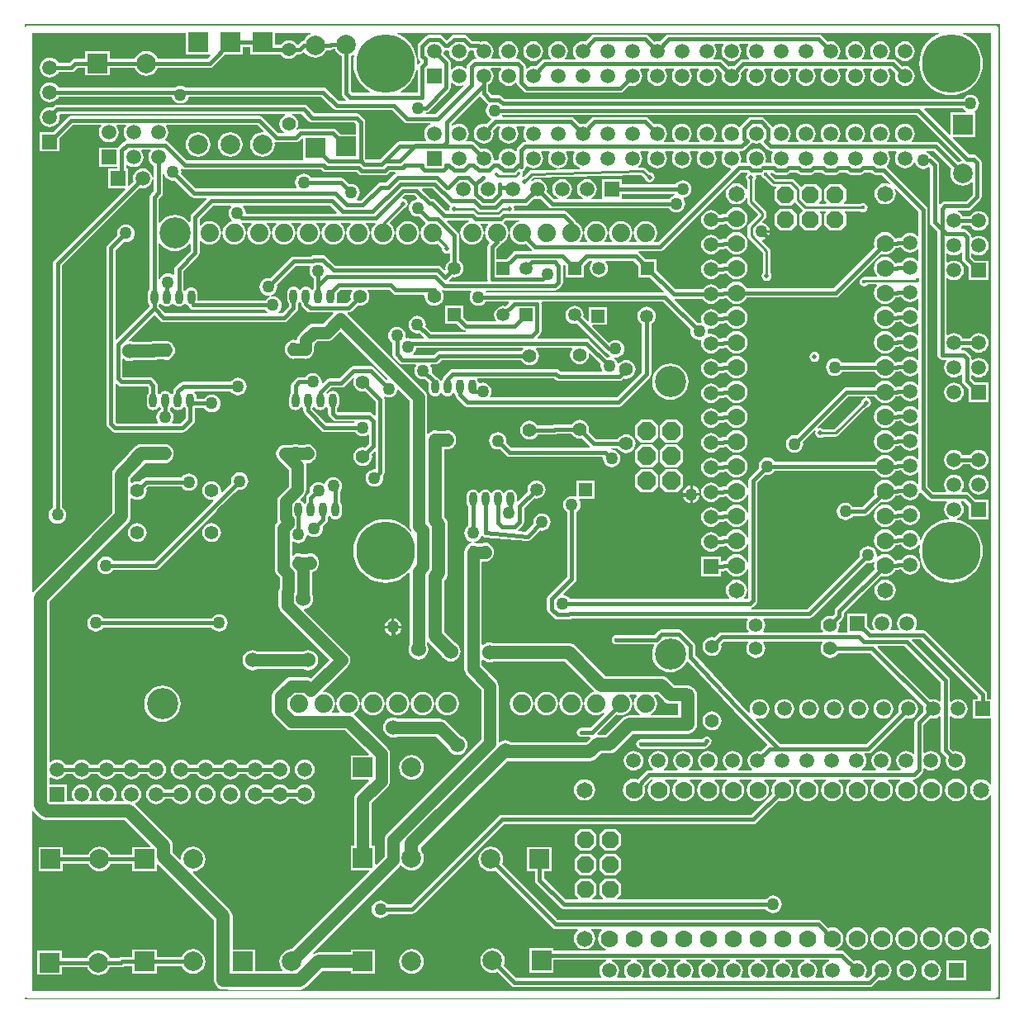
<source format=gbl>
G04 Layer_Physical_Order=2*
G04 Layer_Color=16711680*
%FSLAX25Y25*%
%MOIN*%
G70*
G01*
G75*
%ADD13C,0.01654*%
%ADD14C,0.10000*%
%ADD15C,0.01000*%
%ADD16C,0.05000*%
%ADD17C,0.05433*%
%ADD18C,0.05905*%
%ADD19R,0.05905X0.05905*%
%ADD20C,0.01575*%
%ADD21C,0.01378*%
%ADD22C,0.01614*%
%ADD23C,0.02000*%
%ADD24C,0.06000*%
%ADD25C,0.07874*%
%ADD26R,0.07874X0.07874*%
%ADD27C,0.12598*%
%ADD28P,0.07755X8X112.5*%
%ADD29C,0.07400*%
%ADD30R,0.07874X0.07874*%
%ADD31C,0.05512*%
%ADD32R,0.05905X0.05905*%
%ADD33C,0.05315*%
%ADD34R,0.05315X0.05315*%
%ADD35C,0.06500*%
%ADD36P,0.07336X8X22.5*%
%ADD37C,0.07000*%
%ADD38P,0.07336X8X112.5*%
%ADD39C,0.23622*%
%ADD40C,0.05000*%
%ADD41O,0.03150X0.05709*%
%ADD42C,0.01575*%
%ADD43R,0.11024X0.11811*%
%ADD44R,0.11811X0.13386*%
%ADD45R,0.11024X0.12205*%
%ADD46R,0.11811X0.12205*%
%ADD47R,0.10630X0.11811*%
%ADD48R,0.11811X0.10630*%
%ADD49R,0.09843X0.11811*%
G36*
X298443Y412527D02*
X297879Y412453D01*
X296736Y411979D01*
X295754Y411226D01*
X295001Y410244D01*
X294527Y409101D01*
X294366Y407874D01*
X294527Y406647D01*
X295001Y405504D01*
X295754Y404522D01*
X296736Y403769D01*
X297879Y403295D01*
X299106Y403133D01*
X300333Y403295D01*
X300841Y403505D01*
X303248Y401099D01*
X303194Y400823D01*
X303062Y400599D01*
X296768D01*
X296055Y400457D01*
X295451Y400053D01*
X292756Y397358D01*
X289063D01*
Y401472D01*
X290423Y402833D01*
X290827Y403437D01*
X290841Y403505D01*
X291477Y403769D01*
X292459Y404522D01*
X293212Y405504D01*
X293685Y406647D01*
X293847Y407874D01*
X293685Y409101D01*
X293212Y410244D01*
X292459Y411226D01*
X291850Y411693D01*
X291919Y412270D01*
X292675Y413027D01*
X298410D01*
X298443Y412527D01*
D02*
G37*
G36*
X257045Y422021D02*
X256866Y421493D01*
X256236Y421410D01*
X255385Y421057D01*
X254654Y420496D01*
X254093Y419765D01*
X253740Y418914D01*
X253620Y418000D01*
X253740Y417086D01*
X254093Y416235D01*
X254654Y415504D01*
X255385Y414943D01*
X256236Y414590D01*
X257150Y414470D01*
X257942Y414574D01*
X260178Y412338D01*
X260369Y412210D01*
X260386Y411711D01*
X259754Y411226D01*
X259001Y410244D01*
X258527Y409101D01*
X258366Y407874D01*
X258527Y406647D01*
X259001Y405504D01*
X259754Y404522D01*
X260736Y403769D01*
X261879Y403295D01*
X263106Y403133D01*
X264333Y403295D01*
X265174Y403643D01*
X266922Y401895D01*
X266859Y401575D01*
X267014Y400794D01*
X267456Y400133D01*
X268117Y399691D01*
X268898Y399536D01*
X269678Y399691D01*
X269744Y399735D01*
X270185Y399499D01*
Y396882D01*
X269439Y396309D01*
X268852Y395545D01*
X268484Y394655D01*
X268358Y393701D01*
X268444Y393050D01*
X267970Y392816D01*
X266716Y394071D01*
X266112Y394474D01*
X265399Y394616D01*
X223904D01*
X220176Y398344D01*
X219572Y398748D01*
X218859Y398889D01*
X215275D01*
X214562Y398748D01*
X214061Y398413D01*
X207350D01*
X206637Y398271D01*
X206033Y397867D01*
X197692Y389526D01*
X196900Y389630D01*
X195986Y389510D01*
X195135Y389157D01*
X194404Y388596D01*
X193843Y387865D01*
X193490Y387014D01*
X193370Y386100D01*
X193490Y385186D01*
X193843Y384335D01*
X194404Y383604D01*
X195135Y383043D01*
X195986Y382690D01*
X196900Y382570D01*
X197558Y382656D01*
X197688Y382169D01*
X196935Y381857D01*
X196204Y381296D01*
X195718Y380663D01*
X168405D01*
X168365Y380709D01*
Y383268D01*
X168276Y383940D01*
X168017Y384566D01*
X167604Y385104D01*
X167066Y385517D01*
X166440Y385776D01*
X165768Y385865D01*
X165096Y385776D01*
X164469Y385517D01*
X163931Y385104D01*
X163544Y384600D01*
X163276Y384564D01*
X163260D01*
X162991Y384600D01*
X162630Y385070D01*
Y392496D01*
X168617Y398483D01*
X169021Y399087D01*
X169163Y399800D01*
Y404515D01*
X169636Y404676D01*
X169754Y404522D01*
X170736Y403769D01*
X171879Y403295D01*
X173106Y403133D01*
X174333Y403295D01*
X175477Y403769D01*
X176459Y404522D01*
X177212Y405504D01*
X177685Y406647D01*
X177847Y407874D01*
X177685Y409101D01*
X177212Y410244D01*
X176459Y411226D01*
X175477Y411979D01*
X174333Y412453D01*
X173106Y412615D01*
X171879Y412453D01*
X170736Y411979D01*
X169754Y411226D01*
X169636Y411072D01*
X169163Y411233D01*
Y413528D01*
X174572Y418937D01*
X181731D01*
X181892Y418464D01*
X181804Y418396D01*
X181243Y417665D01*
X180890Y416814D01*
X180770Y415900D01*
X180890Y414986D01*
X181243Y414135D01*
X181804Y413404D01*
X182311Y413014D01*
X182171Y412492D01*
X181879Y412453D01*
X180736Y411979D01*
X179754Y411226D01*
X179001Y410244D01*
X178527Y409101D01*
X178366Y407874D01*
X178527Y406647D01*
X179001Y405504D01*
X179754Y404522D01*
X180736Y403769D01*
X181879Y403295D01*
X183106Y403133D01*
X184333Y403295D01*
X185477Y403769D01*
X186459Y404522D01*
X187212Y405504D01*
X187685Y406647D01*
X187847Y407874D01*
X187685Y409101D01*
X187212Y410244D01*
X186459Y411226D01*
X186008Y411572D01*
X186220Y412040D01*
X186317Y412020D01*
X189968D01*
X190137Y411520D01*
X189754Y411226D01*
X189001Y410244D01*
X188527Y409101D01*
X188366Y407874D01*
X188527Y406647D01*
X189001Y405504D01*
X189754Y404522D01*
X190736Y403769D01*
X191879Y403295D01*
X193106Y403133D01*
X194333Y403295D01*
X195477Y403769D01*
X196458Y404522D01*
X197212Y405504D01*
X197685Y406647D01*
X197847Y407874D01*
X197685Y409101D01*
X197212Y410244D01*
X196458Y411226D01*
X196075Y411520D01*
X196245Y412020D01*
X199968D01*
X200137Y411520D01*
X199754Y411226D01*
X199001Y410244D01*
X198527Y409101D01*
X198366Y407874D01*
X198527Y406647D01*
X199001Y405504D01*
X199754Y404522D01*
X200736Y403769D01*
X201879Y403295D01*
X203106Y403133D01*
X204333Y403295D01*
X205477Y403769D01*
X206458Y404522D01*
X207212Y405504D01*
X207685Y406647D01*
X207847Y407874D01*
X207685Y409101D01*
X207212Y410244D01*
X206458Y411226D01*
X206075Y411520D01*
X206245Y412020D01*
X209968D01*
X210137Y411520D01*
X209754Y411226D01*
X209001Y410244D01*
X208527Y409101D01*
X208366Y407874D01*
X208527Y406647D01*
X209001Y405504D01*
X209754Y404522D01*
X210736Y403769D01*
X211879Y403295D01*
X213106Y403133D01*
X214333Y403295D01*
X215477Y403769D01*
X216459Y404522D01*
X217212Y405504D01*
X217685Y406647D01*
X217847Y407874D01*
X217685Y409101D01*
X217212Y410244D01*
X216459Y411226D01*
X216075Y411520D01*
X216245Y412020D01*
X219968D01*
X220137Y411520D01*
X219754Y411226D01*
X219001Y410244D01*
X218527Y409101D01*
X218366Y407874D01*
X218527Y406647D01*
X219001Y405504D01*
X219754Y404522D01*
X220736Y403769D01*
X221879Y403295D01*
X223106Y403133D01*
X224333Y403295D01*
X225477Y403769D01*
X226459Y404522D01*
X227212Y405504D01*
X227685Y406647D01*
X227847Y407874D01*
X227685Y409101D01*
X227212Y410244D01*
X226459Y411226D01*
X226075Y411520D01*
X226245Y412020D01*
X229968D01*
X230137Y411520D01*
X229754Y411226D01*
X229001Y410244D01*
X228527Y409101D01*
X228366Y407874D01*
X228527Y406647D01*
X229001Y405504D01*
X229754Y404522D01*
X230736Y403769D01*
X231879Y403295D01*
X233106Y403133D01*
X234333Y403295D01*
X235477Y403769D01*
X236458Y404522D01*
X237212Y405504D01*
X237685Y406647D01*
X237847Y407874D01*
X237685Y409101D01*
X237212Y410244D01*
X236458Y411226D01*
X236075Y411520D01*
X236245Y412020D01*
X239968D01*
X240163Y411541D01*
X240163Y411540D01*
X239754Y411226D01*
X239001Y410244D01*
X238527Y409101D01*
X238366Y407874D01*
X238527Y406647D01*
X239001Y405504D01*
X239754Y404522D01*
X240736Y403769D01*
X241879Y403295D01*
X243106Y403133D01*
X244333Y403295D01*
X245477Y403769D01*
X246459Y404522D01*
X247212Y405504D01*
X247685Y406647D01*
X247847Y407874D01*
X247685Y409101D01*
X247212Y410244D01*
X246459Y411226D01*
X245869Y411678D01*
X245836Y412177D01*
X251336Y417677D01*
X251961Y417801D01*
X252623Y418243D01*
X253065Y418905D01*
X253220Y419685D01*
X253065Y420465D01*
X252623Y421127D01*
X251961Y421569D01*
X251279Y421705D01*
X251033Y422166D01*
X252067Y423201D01*
X255865D01*
X257045Y422021D01*
D02*
G37*
G36*
X153920Y402688D02*
X155032Y401776D01*
X156300Y401098D01*
X157676Y400681D01*
X159106Y400540D01*
X160537Y400681D01*
X161913Y401098D01*
X163181Y401776D01*
X164293Y402688D01*
X164937Y403474D01*
X165437Y403295D01*
Y400571D01*
X159451Y394585D01*
X159047Y393981D01*
X158905Y393268D01*
Y391170D01*
X158405Y390923D01*
X158165Y391107D01*
X157314Y391460D01*
X156400Y391580D01*
X155486Y391460D01*
X154635Y391107D01*
X153904Y390546D01*
X153343Y389815D01*
X153090Y389205D01*
X152590Y389305D01*
Y403586D01*
X153090Y403699D01*
X153920Y402688D01*
D02*
G37*
G36*
X277936Y412965D02*
X277917Y412797D01*
X277731Y412392D01*
X276736Y411979D01*
X275754Y411226D01*
X275001Y410244D01*
X274527Y409101D01*
X274366Y407874D01*
X274527Y406647D01*
X275001Y405504D01*
X275754Y404522D01*
X276736Y403769D01*
X277879Y403295D01*
X279106Y403133D01*
X280333Y403295D01*
X281477Y403769D01*
X282458Y404522D01*
X283212Y405504D01*
X283685Y406647D01*
X283847Y407874D01*
X283685Y409101D01*
X283212Y410244D01*
X282523Y411141D01*
X282663Y411641D01*
X285550D01*
X285689Y411141D01*
X285001Y410244D01*
X284527Y409101D01*
X284366Y407874D01*
X284527Y406647D01*
X285001Y405504D01*
X285754Y404522D01*
X286070Y404280D01*
X286103Y403781D01*
X285883Y403561D01*
X285479Y402956D01*
X285337Y402244D01*
Y389300D01*
X285424Y388863D01*
X285074Y388363D01*
X270050D01*
X269843Y388863D01*
X271115Y390134D01*
X272047Y390012D01*
X273002Y390137D01*
X273892Y390506D01*
X274656Y391092D01*
X275242Y391856D01*
X275610Y392746D01*
X275736Y393701D01*
X275610Y394655D01*
X275242Y395545D01*
X274656Y396309D01*
X273910Y396882D01*
Y406853D01*
X273768Y407566D01*
X273364Y408170D01*
X268969Y412565D01*
X269160Y413027D01*
X277891D01*
X277936Y412965D01*
D02*
G37*
G36*
X346342Y394724D02*
Y390043D01*
X351023D01*
X356704Y384363D01*
X356497Y383863D01*
X284859D01*
X284656Y384163D01*
X284900Y384637D01*
X312500D01*
X313213Y384779D01*
X313817Y385183D01*
X315317Y386683D01*
X315721Y387287D01*
X315863Y388000D01*
Y394583D01*
X315767Y395065D01*
X316227Y395312D01*
X316815Y394724D01*
Y390043D01*
X324130D01*
Y394724D01*
X326143Y396737D01*
X327524D01*
X327651Y396237D01*
X327120Y395545D01*
X326752Y394656D01*
X326626Y393701D01*
X326752Y392746D01*
X327120Y391856D01*
X327706Y391092D01*
X328470Y390506D01*
X329360Y390138D01*
X330315Y390012D01*
X331270Y390138D01*
X332159Y390506D01*
X332924Y391092D01*
X333510Y391856D01*
X333878Y392746D01*
X334004Y393701D01*
X333878Y394656D01*
X333510Y395545D01*
X332979Y396237D01*
X333106Y396737D01*
X344330D01*
X346342Y394724D01*
D02*
G37*
G36*
X468237Y226529D02*
Y218967D01*
X467737Y218721D01*
X467112Y219201D01*
X466150Y219599D01*
X465118Y219735D01*
X464086Y219599D01*
X463955Y219545D01*
X442864Y240636D01*
X443055Y241098D01*
X453668D01*
X468237Y226529D01*
D02*
G37*
G36*
X269560Y419483D02*
X270017Y419178D01*
X270229Y418595D01*
X270163Y418497D01*
X270008Y417717D01*
X270100Y417252D01*
X269730Y416752D01*
X268534D01*
X264170Y421117D01*
X263566Y421521D01*
X262853Y421663D01*
X262671D01*
X258942Y425392D01*
X259133Y425854D01*
X263189D01*
X269560Y419483D01*
D02*
G37*
G36*
X472615Y433806D02*
X472356Y433179D01*
X472186Y431890D01*
X472356Y430601D01*
X472853Y429400D01*
X473644Y428369D01*
X474676Y427577D01*
X475877Y427080D01*
X477165Y426910D01*
X478454Y427080D01*
X479655Y427577D01*
X480637Y428331D01*
X481058Y428242D01*
X481137Y428216D01*
Y423272D01*
X478478Y420613D01*
X470050D01*
X469337Y420471D01*
X468733Y420067D01*
X468124Y419459D01*
X467663Y419650D01*
Y435150D01*
X467521Y435863D01*
X467117Y436467D01*
X465067Y438517D01*
X464463Y438921D01*
X464368Y438940D01*
X464357Y438965D01*
X463796Y439696D01*
X463065Y440257D01*
X462603Y440449D01*
X462703Y440949D01*
X465473D01*
X472615Y433806D01*
D02*
G37*
G36*
X224525Y416207D02*
X224334Y415745D01*
X187966D01*
X187830Y415900D01*
X187710Y416814D01*
X187357Y417665D01*
X186796Y418396D01*
X186708Y418464D01*
X186869Y418937D01*
X221795D01*
X224525Y416207D01*
D02*
G37*
G36*
X154890Y431586D02*
X155243Y430735D01*
X155804Y430004D01*
X156535Y429443D01*
X157386Y429090D01*
X158300Y428970D01*
X159092Y429074D01*
X165583Y422583D01*
X166187Y422179D01*
X166900Y422037D01*
X171750D01*
X171941Y421575D01*
X165983Y415617D01*
X165579Y415013D01*
X165437Y414300D01*
Y412453D01*
X164937Y412274D01*
X164293Y413060D01*
X163181Y413972D01*
X161913Y414650D01*
X160537Y415067D01*
X159106Y415208D01*
X157676Y415067D01*
X156300Y414650D01*
X155032Y413972D01*
X153920Y413060D01*
X153090Y412049D01*
X152590Y412162D01*
Y421537D01*
X153837Y422783D01*
X154240Y423387D01*
X154382Y424100D01*
Y431614D01*
X154882Y431647D01*
X154890Y431586D01*
D02*
G37*
G36*
X353859Y221456D02*
X354117D01*
X356567Y219006D01*
X357344Y218410D01*
X358248Y218036D01*
X359218Y217908D01*
X362393D01*
Y213192D01*
X351391D01*
X351292Y213692D01*
X351477Y213769D01*
X352459Y214522D01*
X353212Y215504D01*
X353685Y216647D01*
X353847Y217874D01*
X353685Y219101D01*
X353212Y220244D01*
X352600Y221042D01*
X352835Y221542D01*
X353208D01*
X353859Y221456D01*
D02*
G37*
G36*
X213895Y394188D02*
X213657Y393614D01*
X213537Y392700D01*
X213657Y391786D01*
X214010Y390935D01*
X214571Y390204D01*
X215204Y389718D01*
Y385464D01*
X214844Y384993D01*
X214575Y384958D01*
X214559D01*
X214290Y384993D01*
X213903Y385498D01*
X213366Y385910D01*
X212739Y386170D01*
X212067Y386258D01*
X211395Y386170D01*
X210769Y385910D01*
X210231Y385498D01*
X209843Y384993D01*
X209575Y384958D01*
X209559D01*
X209291Y384993D01*
X208903Y385498D01*
X208366Y385910D01*
X207739Y386170D01*
X207067Y386258D01*
X206395Y386170D01*
X205768Y385910D01*
X205231Y385498D01*
X204818Y384960D01*
X204558Y384333D01*
X204470Y383661D01*
Y381102D01*
X204558Y380430D01*
X204818Y379804D01*
X205231Y379266D01*
X205245Y379255D01*
Y378255D01*
X202569Y375579D01*
X201074D01*
X200904Y376079D01*
X201196Y376304D01*
X201757Y377035D01*
X202110Y377886D01*
X202230Y378800D01*
X202110Y379714D01*
X201757Y380565D01*
X201196Y381296D01*
X200465Y381857D01*
X199614Y382210D01*
X198700Y382330D01*
X198042Y382244D01*
X197912Y382731D01*
X198665Y383043D01*
X199396Y383604D01*
X199957Y384335D01*
X200310Y385186D01*
X200430Y386100D01*
X200326Y386892D01*
X208122Y394688D01*
X213579D01*
X213895Y394188D01*
D02*
G37*
G36*
X220631Y337645D02*
X220992Y337174D01*
Y335000D01*
X221134Y334287D01*
X221537Y333683D01*
X222797Y332423D01*
X223401Y332019D01*
X224114Y331878D01*
X231464D01*
X231742Y331378D01*
X231670Y331263D01*
X220372D01*
X214717Y336917D01*
Y337174D01*
X215078Y337645D01*
X215346Y337680D01*
X215363D01*
X215631Y337645D01*
X216018Y337140D01*
X216556Y336727D01*
X217182Y336468D01*
X217854Y336379D01*
X218527Y336468D01*
X219153Y336727D01*
X219691Y337140D01*
X220078Y337645D01*
X220346Y337680D01*
X220362D01*
X220631Y337645D01*
D02*
G37*
G36*
X441332Y274939D02*
X441436Y274828D01*
X441288Y273701D01*
X441443Y272526D01*
X441611Y272119D01*
X425983Y256491D01*
X425579Y255887D01*
X425437Y255174D01*
Y254016D01*
X424674Y253253D01*
X424642Y253266D01*
X423661Y253395D01*
X422681Y253266D01*
X421767Y252887D01*
X420983Y252285D01*
X420381Y251501D01*
X420002Y250587D01*
X419873Y249606D01*
X420002Y248626D01*
X420381Y247712D01*
X420802Y247163D01*
X420556Y246663D01*
X396767D01*
X396520Y247163D01*
X396942Y247712D01*
X397321Y248626D01*
X397450Y249606D01*
X397321Y250587D01*
X396942Y251501D01*
X396684Y251837D01*
X396930Y252337D01*
X415200D01*
X415913Y252479D01*
X416517Y252883D01*
X438208Y274574D01*
X439000Y274470D01*
X439914Y274590D01*
X440765Y274943D01*
X441006Y275127D01*
X441332Y274939D01*
D02*
G37*
G36*
X163151Y337645D02*
X163511Y337174D01*
Y333145D01*
X161392Y331027D01*
X158279D01*
X158058Y331475D01*
X158257Y331735D01*
X158610Y332586D01*
X158730Y333500D01*
X158610Y334414D01*
X158257Y335265D01*
X157696Y335996D01*
X157237Y336349D01*
Y337174D01*
X157597Y337645D01*
X157866Y337680D01*
X157882D01*
X158150Y337645D01*
X158538Y337140D01*
X159075Y336727D01*
X159702Y336468D01*
X160374Y336379D01*
X161046Y336468D01*
X161672Y336727D01*
X162210Y337140D01*
X162598Y337645D01*
X162866Y337680D01*
X162882D01*
X163151Y337645D01*
D02*
G37*
G36*
X136183Y346483D02*
X136787Y346079D01*
X137500Y345937D01*
X148053D01*
X148552Y345438D01*
Y343383D01*
X148538Y343372D01*
X148125Y342834D01*
X147865Y342208D01*
X147777Y341535D01*
Y338977D01*
X147865Y338304D01*
X148125Y337678D01*
X148538Y337140D01*
X149075Y336727D01*
X149702Y336468D01*
X150374Y336379D01*
X151046Y336468D01*
X151672Y336727D01*
X152210Y337140D01*
X152597Y337645D01*
X152866Y337680D01*
X152882D01*
X153150Y337645D01*
X153511Y337174D01*
Y336589D01*
X153435Y336557D01*
X152704Y335996D01*
X152143Y335265D01*
X151790Y334414D01*
X151670Y333500D01*
X151790Y332586D01*
X152143Y331735D01*
X152342Y331475D01*
X152121Y331027D01*
X135772D01*
X135263Y331536D01*
Y346750D01*
X135724Y346941D01*
X136183Y346483D01*
D02*
G37*
G36*
X231579Y349138D02*
X231380Y348658D01*
X231251Y347677D01*
X231380Y346697D01*
X231759Y345783D01*
X232361Y344999D01*
X233145Y344396D01*
X234059Y344018D01*
X235039Y343889D01*
X236020Y344018D01*
X236052Y344031D01*
X240134Y339949D01*
Y334394D01*
X239672Y334202D01*
X238817Y335057D01*
X238213Y335461D01*
X237500Y335603D01*
X224886D01*
X224717Y335771D01*
Y337174D01*
X225103Y337678D01*
X225363Y338304D01*
X225451Y338977D01*
Y341535D01*
X225363Y342208D01*
X225103Y342834D01*
X224691Y343372D01*
X224153Y343785D01*
X223527Y344044D01*
X222854Y344132D01*
X222182Y344044D01*
X221556Y343785D01*
X221018Y343372D01*
X220780Y343062D01*
X220226Y343140D01*
X220151Y343362D01*
X222226Y345437D01*
X226400D01*
X227113Y345579D01*
X227717Y345983D01*
X231155Y349421D01*
X231579Y349138D01*
D02*
G37*
G36*
X437832Y341338D02*
X437409Y341254D01*
X436747Y340812D01*
X436305Y340150D01*
X436180Y339525D01*
X425351Y328695D01*
X420996D01*
X420465Y329049D01*
X419685Y329205D01*
X419012Y329071D01*
X418741Y329427D01*
X418717Y329483D01*
X431072Y341838D01*
X437783D01*
X437832Y341338D01*
D02*
G37*
G36*
X163544Y379377D02*
X163931Y378872D01*
X164469Y378460D01*
X164766Y378337D01*
X164820Y378222D01*
X164847Y378087D01*
X164974Y377897D01*
X165072Y377690D01*
X165174Y377597D01*
X165251Y377483D01*
X165441Y377356D01*
X165611Y377202D01*
X165741Y377156D01*
X165855Y377079D01*
X166080Y377034D01*
X166295Y376958D01*
X166433Y376964D01*
X166568Y376937D01*
X195718D01*
X196204Y376304D01*
X196496Y376079D01*
X196326Y375579D01*
X155266D01*
X152590Y378255D01*
Y378862D01*
X152604Y378872D01*
X152991Y379377D01*
X153260Y379412D01*
X153276D01*
X153544Y379377D01*
X153931Y378872D01*
X154469Y378460D01*
X155096Y378200D01*
X155768Y378112D01*
X156440Y378200D01*
X157066Y378460D01*
X157604Y378872D01*
X157991Y379377D01*
X158260Y379412D01*
X158276D01*
X158544Y379377D01*
X158931Y378872D01*
X159469Y378460D01*
X160096Y378200D01*
X160768Y378112D01*
X161440Y378200D01*
X162066Y378460D01*
X162604Y378872D01*
X162991Y379377D01*
X163260Y379412D01*
X163276D01*
X163544Y379377D01*
D02*
G37*
G36*
X230814Y384537D02*
X230538Y384178D01*
X230160Y383264D01*
X230031Y382283D01*
X230160Y381303D01*
X230173Y381271D01*
X228464Y379563D01*
X224728D01*
X224423Y380063D01*
X224575Y380430D01*
X224664Y381102D01*
Y383563D01*
X226138Y385037D01*
X230568D01*
X230814Y384537D01*
D02*
G37*
G36*
X299785Y361064D02*
X299683Y360986D01*
X299081Y360201D01*
X299068Y360170D01*
X265990D01*
X265277Y360028D01*
X264673Y359624D01*
X263566Y358517D01*
X255362D01*
X255193Y359017D01*
X255696Y359404D01*
X256257Y360135D01*
X256610Y360986D01*
X256682Y361537D01*
X299624D01*
X299785Y361064D01*
D02*
G37*
G36*
X319499Y361037D02*
X319160Y360595D01*
X318782Y359681D01*
X318653Y358701D01*
X318782Y357720D01*
X319160Y356807D01*
X319762Y356022D01*
X320547Y355420D01*
X321460Y355042D01*
X322441Y354912D01*
X323421Y355042D01*
X324335Y355420D01*
X325119Y356022D01*
X325722Y356807D01*
X326100Y357720D01*
X326229Y358701D01*
X326149Y359310D01*
X326623Y359543D01*
X331074Y355092D01*
X330970Y354300D01*
X331090Y353386D01*
X331443Y352535D01*
X331652Y352262D01*
X331431Y351814D01*
X314939D01*
X314364Y352388D01*
X313760Y352792D01*
X313047Y352933D01*
X271250D01*
X270537Y352792D01*
X269933Y352388D01*
X267837Y350291D01*
X267433Y349687D01*
X267291Y348974D01*
Y348850D01*
X266930Y348379D01*
X266662Y348344D01*
X266646D01*
X266377Y348379D01*
X265990Y348884D01*
X265452Y349296D01*
X264826Y349556D01*
X264706Y349572D01*
X262819Y351458D01*
X262930Y352300D01*
X262810Y353214D01*
X262457Y354065D01*
X262243Y354344D01*
X262464Y354792D01*
X264338D01*
X265050Y354934D01*
X265655Y355338D01*
X266761Y356445D01*
X299068D01*
X299081Y356413D01*
X299683Y355628D01*
X300468Y355026D01*
X301382Y354648D01*
X302362Y354519D01*
X303343Y354648D01*
X304256Y355026D01*
X305041Y355628D01*
X305643Y356413D01*
X306021Y357327D01*
X306151Y358307D01*
X306021Y359288D01*
X305643Y360201D01*
X305041Y360986D01*
X304939Y361064D01*
X305100Y361537D01*
X319253D01*
X319499Y361037D01*
D02*
G37*
G36*
X284203Y235089D02*
X285176Y234686D01*
X286220Y234548D01*
X287265Y234686D01*
X287623Y234834D01*
X316558D01*
X328370Y223022D01*
X328191Y222494D01*
X327879Y222453D01*
X326736Y221979D01*
X325754Y221226D01*
X325001Y220244D01*
X324527Y219101D01*
X324366Y217874D01*
X324527Y216647D01*
X325001Y215504D01*
X325754Y214522D01*
X326736Y213769D01*
X327879Y213295D01*
X329106Y213133D01*
X330333Y213295D01*
X331477Y213769D01*
X332264Y214372D01*
X332594Y213996D01*
X326760Y208162D01*
X323228D01*
X322516Y208020D01*
X321911Y207616D01*
X321508Y207012D01*
X321366Y206299D01*
X321508Y205586D01*
X321911Y204982D01*
X322516Y204578D01*
X323228Y204437D01*
X326716D01*
X326923Y203937D01*
X325160Y202174D01*
X295004D01*
X294397Y202639D01*
X293493Y203014D01*
X292523Y203141D01*
X291553Y203014D01*
X290649Y202639D01*
X290337Y202400D01*
X289837Y202646D01*
Y225074D01*
X289716Y225988D01*
X289364Y226839D01*
X288803Y227570D01*
X283038Y233335D01*
Y235377D01*
X283538Y235599D01*
X284203Y235089D01*
D02*
G37*
G36*
X162530Y433586D02*
X163243Y433445D01*
X218318D01*
X218734Y433029D01*
X219338Y432626D01*
X220051Y432484D01*
X232429D01*
X233207Y431707D01*
X233811Y431303D01*
X234524Y431161D01*
X243776D01*
X244489Y431303D01*
X245093Y431707D01*
X245871Y432484D01*
X248073D01*
X248225Y431984D01*
X247781Y431687D01*
X244334Y428240D01*
X242188D01*
X241475Y428099D01*
X240871Y427695D01*
X234228Y421052D01*
X232769D01*
X232599Y421552D01*
X232796Y421704D01*
X233357Y422435D01*
X233710Y423286D01*
X233830Y424200D01*
X233710Y425114D01*
X233357Y425965D01*
X232796Y426696D01*
X232065Y427257D01*
X231214Y427610D01*
X230300Y427730D01*
X229508Y427626D01*
X227517Y429617D01*
X226913Y430021D01*
X226200Y430163D01*
X214182D01*
X213696Y430796D01*
X212965Y431357D01*
X212114Y431710D01*
X211200Y431830D01*
X210286Y431710D01*
X209435Y431357D01*
X208704Y430796D01*
X208143Y430065D01*
X207790Y429214D01*
X207670Y428300D01*
X207790Y427386D01*
X208143Y426535D01*
X208352Y426263D01*
X208105Y425763D01*
X167672D01*
X161726Y431708D01*
X161830Y432500D01*
X161710Y433414D01*
X161636Y433593D01*
X162045Y433910D01*
X162530Y433586D01*
D02*
G37*
G36*
X270960Y468441D02*
X271786Y467807D01*
X272748Y467409D01*
X273780Y467273D01*
X274812Y467409D01*
X275419Y467661D01*
X275703Y467237D01*
X264375Y455909D01*
X260786D01*
X260669Y456000D01*
X260487Y456409D01*
X260599Y456565D01*
X261172Y456679D01*
X261776Y457083D01*
X269876Y465183D01*
X270280Y465787D01*
X270422Y466500D01*
Y468365D01*
X270895Y468526D01*
X270960Y468441D01*
D02*
G37*
G36*
X163567Y479827D02*
X173218D01*
X173425Y479327D01*
X172339Y478241D01*
X152210D01*
X151950Y478868D01*
X151159Y479899D01*
X150128Y480690D01*
X148927Y481188D01*
X147638Y481358D01*
X146349Y481188D01*
X145148Y480690D01*
X144117Y479899D01*
X143325Y478868D01*
X143066Y478241D01*
X132890D01*
Y481315D01*
X123016D01*
Y478241D01*
X119054D01*
X118341Y478099D01*
X117737Y477695D01*
X116629Y476587D01*
X112168D01*
X112114Y476718D01*
X111480Y477543D01*
X110655Y478177D01*
X109693Y478575D01*
X108661Y478711D01*
X107630Y478575D01*
X106668Y478177D01*
X105842Y477543D01*
X105209Y476718D01*
X104810Y475756D01*
X104674Y474724D01*
X104810Y473693D01*
X105209Y472731D01*
X105842Y471905D01*
X106668Y471272D01*
X107630Y470873D01*
X108661Y470738D01*
X109693Y470873D01*
X110655Y471272D01*
X111480Y471905D01*
X112114Y472731D01*
X112168Y472862D01*
X117400D01*
X118113Y473004D01*
X118717Y473407D01*
X119825Y474515D01*
X123016D01*
Y471441D01*
X132890D01*
Y474515D01*
X143066D01*
X143325Y473888D01*
X144117Y472857D01*
X145148Y472065D01*
X146349Y471568D01*
X147638Y471398D01*
X148927Y471568D01*
X150128Y472065D01*
X151159Y472857D01*
X151950Y473888D01*
X152210Y474515D01*
X173110D01*
X173823Y474657D01*
X174427Y475061D01*
X179193Y479827D01*
X186433D01*
Y482901D01*
X189551D01*
Y479827D01*
X199425D01*
Y480067D01*
X201824D01*
X201837Y480035D01*
X202439Y479250D01*
X203224Y478648D01*
X204138Y478270D01*
X205118Y478141D01*
X206099Y478270D01*
X207012Y478648D01*
X207797Y479250D01*
X208399Y480035D01*
X208412Y480067D01*
X209600D01*
X210313Y480208D01*
X210917Y480612D01*
X211063Y480758D01*
X211726Y480714D01*
X212227Y480062D01*
X213258Y479270D01*
X214459Y478773D01*
X215748Y478603D01*
X217037Y478773D01*
X218238Y479270D01*
X219269Y480062D01*
X220061Y481093D01*
X220321Y481720D01*
X221800D01*
X222513Y481862D01*
X222890Y482114D01*
X223774D01*
X224034Y481487D01*
X224825Y480455D01*
X225857Y479664D01*
X226484Y479404D01*
Y464354D01*
X226626Y463641D01*
X227029Y463037D01*
X228403Y461663D01*
X228196Y461163D01*
X225272D01*
X220393Y466041D01*
X219788Y466445D01*
X219076Y466587D01*
X163387D01*
X163165Y466757D01*
X162314Y467110D01*
X161400Y467230D01*
X160486Y467110D01*
X159635Y466757D01*
X159413Y466587D01*
X112168D01*
X112114Y466718D01*
X111480Y467544D01*
X110655Y468177D01*
X109693Y468575D01*
X108661Y468711D01*
X107630Y468575D01*
X106668Y468177D01*
X105842Y467544D01*
X105209Y466718D01*
X104810Y465756D01*
X104674Y464724D01*
X104810Y463693D01*
X105209Y462731D01*
X105842Y461905D01*
X106668Y461272D01*
X107630Y460873D01*
X108661Y460738D01*
X109693Y460873D01*
X110655Y461272D01*
X111480Y461905D01*
X112114Y462731D01*
X112168Y462862D01*
X157980D01*
X157990Y462786D01*
X158343Y461935D01*
X158904Y461204D01*
X159635Y460643D01*
X160486Y460290D01*
X161400Y460170D01*
X162314Y460290D01*
X163165Y460643D01*
X163896Y461204D01*
X164457Y461935D01*
X164810Y462786D01*
X164820Y462862D01*
X218304D01*
X223183Y457983D01*
X223787Y457579D01*
X224500Y457437D01*
X246946D01*
X251654Y452729D01*
X252258Y452326D01*
X252971Y452184D01*
X262168D01*
X262268Y451684D01*
X261786Y451484D01*
X260961Y450851D01*
X260327Y450025D01*
X259929Y449063D01*
X259793Y448032D01*
X259929Y447000D01*
X260327Y446038D01*
X260692Y445563D01*
X260445Y445063D01*
X256200D01*
X255487Y444921D01*
X255400Y444863D01*
X250000D01*
X249287Y444721D01*
X248683Y444317D01*
X242683Y438317D01*
X241906Y437540D01*
X236394D01*
X236063Y437872D01*
Y452600D01*
X235921Y453313D01*
X235517Y453917D01*
X233817Y455617D01*
X233213Y456021D01*
X232500Y456163D01*
X215371D01*
X212417Y459117D01*
X211813Y459521D01*
X211100Y459663D01*
X111737D01*
X111737Y459663D01*
X111024Y459521D01*
X110420Y459117D01*
X109824Y458521D01*
X109693Y458575D01*
X108661Y458711D01*
X107630Y458575D01*
X106668Y458177D01*
X105842Y457544D01*
X105209Y456718D01*
X104810Y455756D01*
X104674Y454724D01*
X104810Y453692D01*
X105209Y452731D01*
X105842Y451905D01*
X106668Y451272D01*
X107630Y450873D01*
X108661Y450737D01*
X109693Y450873D01*
X110655Y451272D01*
X111480Y451905D01*
X112114Y452731D01*
X112512Y453692D01*
X112648Y454724D01*
X112554Y455437D01*
X112927Y455919D01*
X112974Y455937D01*
X203674D01*
X203773Y455437D01*
X203224Y455210D01*
X202439Y454608D01*
X201837Y453823D01*
X201459Y452910D01*
X201330Y451929D01*
X201459Y450949D01*
X201837Y450035D01*
X202439Y449251D01*
X203206Y448663D01*
X203210Y448613D01*
X203069Y448163D01*
X201072D01*
X194617Y454617D01*
X194013Y455021D01*
X193300Y455163D01*
X117237D01*
X116524Y455021D01*
X115920Y454617D01*
X109980Y448677D01*
X104709D01*
Y440772D01*
X112614D01*
Y446043D01*
X118008Y451437D01*
X129218D01*
X129465Y450937D01*
X129067Y450419D01*
X128669Y449457D01*
X128533Y448425D01*
X128669Y447393D01*
X129067Y446432D01*
X129701Y445606D01*
X130526Y444973D01*
X131488Y444574D01*
X132520Y444438D01*
X133552Y444574D01*
X134513Y444973D01*
X135339Y445606D01*
X135972Y446432D01*
X136371Y447393D01*
X136506Y448425D01*
X136371Y449457D01*
X135972Y450419D01*
X135574Y450937D01*
X135821Y451437D01*
X139218D01*
X139465Y450937D01*
X139067Y450419D01*
X138669Y449457D01*
X138533Y448425D01*
X138669Y447393D01*
X139067Y446432D01*
X139667Y445650D01*
X139639Y445441D01*
X139517Y445116D01*
X139037Y445021D01*
X138433Y444617D01*
X136383Y442567D01*
X136257Y442378D01*
X128567D01*
Y434473D01*
X135837D01*
Y433874D01*
X132268D01*
Y425969D01*
X138980D01*
X139172Y425506D01*
X110483Y396818D01*
X110079Y396214D01*
X109937Y395501D01*
Y297082D01*
X109304Y296596D01*
X108743Y295865D01*
X108390Y295014D01*
X108270Y294100D01*
X108390Y293186D01*
X108743Y292335D01*
X109304Y291604D01*
X110035Y291043D01*
X110886Y290690D01*
X111800Y290570D01*
X112714Y290690D01*
X113565Y291043D01*
X114296Y291604D01*
X114857Y292335D01*
X115210Y293186D01*
X115330Y294100D01*
X115210Y295014D01*
X114857Y295865D01*
X114296Y296596D01*
X113663Y297082D01*
Y394729D01*
X145058Y426124D01*
X145188Y426070D01*
X146220Y425934D01*
X147252Y426070D01*
X148214Y426469D01*
X149039Y427102D01*
X149673Y427928D01*
X150071Y428889D01*
X150157Y429540D01*
X150657Y429507D01*
Y424871D01*
X149451Y423665D01*
X149047Y423061D01*
X148905Y422348D01*
X148945Y422146D01*
Y385115D01*
X148931Y385104D01*
X148519Y384566D01*
X148259Y383940D01*
X148171Y383268D01*
Y380709D01*
X148259Y380036D01*
X148519Y379410D01*
X148931Y378872D01*
X148945Y378862D01*
Y378255D01*
X135724Y365034D01*
X135263Y365225D01*
Y401028D01*
X138608Y404374D01*
X139400Y404270D01*
X140314Y404390D01*
X141165Y404743D01*
X141896Y405304D01*
X142457Y406035D01*
X142810Y406886D01*
X142930Y407800D01*
X142810Y408714D01*
X142457Y409565D01*
X141896Y410296D01*
X141165Y410857D01*
X140314Y411210D01*
X139400Y411330D01*
X138486Y411210D01*
X137635Y410857D01*
X136904Y410296D01*
X136343Y409565D01*
X135990Y408714D01*
X135870Y407800D01*
X135974Y407008D01*
X132083Y403117D01*
X131679Y402513D01*
X131537Y401800D01*
Y330764D01*
X131679Y330051D01*
X132083Y329447D01*
X133683Y327847D01*
X134287Y327443D01*
X135000Y327301D01*
X162164D01*
X162877Y327443D01*
X163481Y327847D01*
X166691Y331057D01*
X167095Y331661D01*
X167237Y332374D01*
Y337174D01*
X167285Y337237D01*
X171073D01*
X171559Y336604D01*
X172290Y336043D01*
X173142Y335690D01*
X174055Y335570D01*
X174969Y335690D01*
X175820Y336043D01*
X176551Y336604D01*
X177112Y337335D01*
X177465Y338186D01*
X177585Y339100D01*
X177465Y340014D01*
X177112Y340865D01*
X176551Y341596D01*
X175820Y342157D01*
X174969Y342510D01*
X174055Y342630D01*
X173142Y342510D01*
X172290Y342157D01*
X171559Y341596D01*
X171073Y340963D01*
X167971D01*
Y341535D01*
X167883Y342208D01*
X167623Y342834D01*
X167210Y343372D01*
X166995Y343537D01*
X167164Y344037D01*
X181617D01*
X182104Y343404D01*
X182835Y342843D01*
X183686Y342490D01*
X184600Y342370D01*
X185514Y342490D01*
X186365Y342843D01*
X187096Y343404D01*
X187657Y344135D01*
X188010Y344986D01*
X188130Y345900D01*
X188010Y346814D01*
X187657Y347665D01*
X187096Y348396D01*
X186365Y348957D01*
X185514Y349310D01*
X184600Y349430D01*
X183686Y349310D01*
X182835Y348957D01*
X182104Y348396D01*
X181617Y347763D01*
X162500D01*
X161787Y347621D01*
X161183Y347217D01*
X159057Y345091D01*
X158653Y344487D01*
X158511Y343774D01*
Y343338D01*
X158150Y342867D01*
X157882Y342832D01*
X157866D01*
X157597Y342867D01*
X157210Y343372D01*
X156673Y343785D01*
X156046Y344044D01*
X155374Y344132D01*
X154702Y344044D01*
X154076Y343785D01*
X153538Y343372D01*
X153150Y342867D01*
X152882Y342832D01*
X152866D01*
X152597Y342867D01*
X152210Y343372D01*
X152196Y343383D01*
Y346048D01*
X152237Y346250D01*
X152095Y346963D01*
X151691Y347567D01*
X150141Y349117D01*
X149537Y349521D01*
X148824Y349663D01*
X138271D01*
X137963Y349972D01*
Y356852D01*
X138463Y357099D01*
X138927Y356742D01*
X139901Y356339D01*
X140945Y356202D01*
X141989Y356339D01*
X142347Y356488D01*
X150472D01*
X151443Y356615D01*
X151847Y356783D01*
X155000D01*
X155096Y356744D01*
X155768Y356655D01*
X156440Y356744D01*
X157066Y357003D01*
X157604Y357416D01*
X157724Y357571D01*
X158127Y357881D01*
X158723Y358657D01*
X159097Y359561D01*
X159225Y360532D01*
X159097Y361502D01*
X158723Y362406D01*
X158127Y363182D01*
X157724Y363492D01*
X157604Y363648D01*
X157066Y364060D01*
X156440Y364320D01*
X155768Y364408D01*
X155096Y364320D01*
X155000Y364280D01*
X151535D01*
X151440Y364320D01*
X150768Y364408D01*
X150096Y364320D01*
X149469Y364060D01*
X149371Y363985D01*
X142347D01*
X141989Y364133D01*
X140945Y364271D01*
X140761Y364247D01*
X140540Y364695D01*
X150768Y374923D01*
X153120Y372571D01*
X153234Y372400D01*
X153838Y371996D01*
X154551Y371854D01*
X203284D01*
X203997Y371996D01*
X204601Y372400D01*
X204715Y372571D01*
X208356Y376211D01*
X208356Y376211D01*
X208751Y376803D01*
X208889Y377500D01*
Y379255D01*
X208903Y379266D01*
X209291Y379770D01*
X209559Y379806D01*
X209575D01*
X209843Y379770D01*
X210227Y379271D01*
X210346Y378670D01*
X210750Y378066D01*
X212433Y376383D01*
X213037Y375979D01*
X213750Y375837D01*
X222894D01*
X223101Y375337D01*
X218967Y371203D01*
X215086D01*
X214172Y371083D01*
X213320Y370730D01*
X212589Y370169D01*
X209496Y367076D01*
X208935Y366345D01*
X208582Y365493D01*
X208509Y364936D01*
X207974Y364616D01*
X207739Y364713D01*
X207067Y364802D01*
X206395Y364713D01*
X205768Y364454D01*
X205231Y364041D01*
X205019Y363766D01*
X204571Y363421D01*
X204010Y362690D01*
X203657Y361839D01*
X203537Y360925D01*
X203657Y360012D01*
X204010Y359160D01*
X204571Y358429D01*
X205019Y358085D01*
X205231Y357809D01*
X205768Y357397D01*
X206395Y357137D01*
X207067Y357049D01*
X207739Y357137D01*
X208362Y357395D01*
X210772D01*
X211395Y357137D01*
X212067Y357049D01*
X212739Y357137D01*
X213366Y357397D01*
X213903Y357809D01*
X214222Y358225D01*
X214488Y358429D01*
X215049Y359160D01*
X215402Y360012D01*
X215522Y360925D01*
Y363118D01*
X216548Y364143D01*
X220429D01*
X221343Y364263D01*
X222194Y364616D01*
X222526Y364871D01*
X222925Y365177D01*
X222925Y365177D01*
X225734Y367986D01*
X226234D01*
X244974Y349246D01*
X244816Y348697D01*
X244590Y348644D01*
X239617Y353617D01*
X239013Y354021D01*
X238300Y354163D01*
X231400D01*
X230687Y354021D01*
X230083Y353617D01*
X225628Y349163D01*
X221454D01*
X220742Y349021D01*
X220137Y348617D01*
X218876Y347356D01*
X218402Y347589D01*
X218430Y347800D01*
X218310Y348714D01*
X217957Y349565D01*
X217396Y350296D01*
X216665Y350857D01*
X215814Y351210D01*
X214900Y351330D01*
X213986Y351210D01*
X213135Y350857D01*
X212404Y350296D01*
X211917Y349663D01*
X209404D01*
X208692Y349521D01*
X208087Y349117D01*
X206537Y347567D01*
X206134Y346963D01*
X205992Y346250D01*
X206032Y346048D01*
Y343383D01*
X206018Y343372D01*
X205605Y342834D01*
X205346Y342208D01*
X205257Y341535D01*
Y338977D01*
X205346Y338304D01*
X205605Y337678D01*
X206018Y337140D01*
X206556Y336727D01*
X207182Y336468D01*
X207854Y336379D01*
X208527Y336468D01*
X209153Y336727D01*
X209691Y337140D01*
X210078Y337645D01*
X210346Y337680D01*
X210363D01*
X210631Y337645D01*
X210992Y337174D01*
Y336146D01*
X211134Y335433D01*
X211537Y334829D01*
X218283Y328083D01*
X218887Y327679D01*
X219600Y327537D01*
X232017D01*
X232504Y326904D01*
X233235Y326343D01*
X234086Y325990D01*
X235000Y325870D01*
X235914Y325990D01*
X236765Y326343D01*
X237032Y326547D01*
X237480Y326326D01*
Y322752D01*
X236052Y321323D01*
X236020Y321336D01*
X235039Y321465D01*
X234059Y321336D01*
X233145Y320958D01*
X232361Y320356D01*
X231759Y319571D01*
X231380Y318658D01*
X231251Y317677D01*
X231380Y316697D01*
X231759Y315783D01*
X232361Y314999D01*
X233145Y314396D01*
X234059Y314018D01*
X235039Y313889D01*
X236020Y314018D01*
X236934Y314396D01*
X237718Y314999D01*
X238320Y315783D01*
X238699Y316697D01*
X238828Y317677D01*
X238699Y318658D01*
X238685Y318689D01*
X239672Y319676D01*
X240134Y319484D01*
Y312852D01*
X239758Y312523D01*
X239700Y312530D01*
X238786Y312410D01*
X237935Y312057D01*
X237204Y311496D01*
X236643Y310765D01*
X236290Y309914D01*
X236170Y309000D01*
X236290Y308086D01*
X236643Y307235D01*
X237204Y306504D01*
X237935Y305943D01*
X238786Y305590D01*
X239700Y305470D01*
X240614Y305590D01*
X241465Y305943D01*
X242196Y306504D01*
X242757Y307235D01*
X243110Y308086D01*
X243230Y309000D01*
X243126Y309792D01*
X243313Y309979D01*
X243717Y310584D01*
X243859Y311296D01*
Y340720D01*
X243717Y341433D01*
X243701Y341457D01*
X244033Y341861D01*
X244686Y341590D01*
X245600Y341470D01*
X246514Y341590D01*
X247365Y341943D01*
X248096Y342504D01*
X248657Y343235D01*
X249010Y344086D01*
X249058Y344455D01*
X249586Y344634D01*
X253950Y340270D01*
Y289720D01*
X254070Y288806D01*
X254423Y287955D01*
X254609Y287712D01*
X254221Y287398D01*
X253181Y288614D01*
X251648Y289924D01*
X249928Y290978D01*
X248065Y291749D01*
X246105Y292220D01*
X244094Y292378D01*
X242084Y292220D01*
X240123Y291749D01*
X238260Y290978D01*
X236541Y289924D01*
X235008Y288614D01*
X233698Y287081D01*
X232644Y285362D01*
X231873Y283499D01*
X231402Y281538D01*
X231244Y279528D01*
X231402Y277517D01*
X231873Y275556D01*
X232644Y273693D01*
X233698Y271974D01*
X235008Y270441D01*
X236541Y269131D01*
X238260Y268078D01*
X240123Y267306D01*
X242084Y266835D01*
X244094Y266677D01*
X246105Y266835D01*
X248065Y267306D01*
X249928Y268078D01*
X251648Y269131D01*
X253181Y270441D01*
X253450Y270756D01*
X253950Y270571D01*
Y241694D01*
X253583Y240808D01*
X253446Y239764D01*
X253583Y238720D01*
X253986Y237747D01*
X254628Y236911D01*
X255463Y236270D01*
X256436Y235867D01*
X257480Y235729D01*
X258525Y235867D01*
X259498Y236270D01*
X260333Y236911D01*
X260974Y237747D01*
X261377Y238720D01*
X261515Y239764D01*
X261377Y240808D01*
X261011Y241694D01*
Y242508D01*
X261381Y242634D01*
X261511Y242637D01*
X266830Y237317D01*
X266978Y236959D01*
X267620Y236124D01*
X268455Y235482D01*
X269428Y235079D01*
X270472Y234942D01*
X271517Y235079D01*
X272490Y235482D01*
X273325Y236124D01*
X273966Y236959D01*
X274370Y237932D01*
X274507Y238976D01*
X274370Y240021D01*
X273966Y240994D01*
X273325Y241829D01*
X272490Y242470D01*
X272131Y242619D01*
X267902Y246848D01*
Y267589D01*
X268273Y267960D01*
X268868Y268736D01*
X269243Y269640D01*
X269371Y270611D01*
Y290370D01*
X269371Y290370D01*
X269371Y290370D01*
X269310Y290827D01*
X269243Y291340D01*
X269243Y291340D01*
X269243Y291340D01*
X269054Y291796D01*
X268868Y292244D01*
X268868Y292244D01*
X268868Y292244D01*
X268548Y292662D01*
X268273Y293021D01*
X268273Y293021D01*
X268272Y293021D01*
X267902Y293391D01*
Y320563D01*
X268386D01*
X268481Y320523D01*
X269154Y320435D01*
X269826Y320523D01*
X270452Y320783D01*
X270576Y320878D01*
X271028Y321065D01*
X271804Y321660D01*
X272400Y322437D01*
X272775Y323341D01*
X272902Y324311D01*
X272775Y325281D01*
X272400Y326185D01*
X271804Y326962D01*
X271028Y327558D01*
X270576Y327745D01*
X270452Y327840D01*
X269826Y328099D01*
X269154Y328188D01*
X268481Y328099D01*
X268386Y328060D01*
X264921D01*
X264826Y328099D01*
X264154Y328188D01*
X263481Y328099D01*
X262855Y327840D01*
X262731Y327745D01*
X262279Y327558D01*
X261511Y326968D01*
X261322Y326992D01*
X261011Y327098D01*
Y341732D01*
X260890Y342646D01*
X260538Y343497D01*
X259977Y344228D01*
X228868Y375337D01*
X229075Y375837D01*
X229236D01*
X229948Y375979D01*
X230553Y376383D01*
X232807Y378637D01*
X232839Y378624D01*
X233819Y378495D01*
X234800Y378624D01*
X235713Y379003D01*
X236498Y379605D01*
X237100Y380389D01*
X237478Y381303D01*
X237607Y382283D01*
X237478Y383264D01*
X237100Y384178D01*
X236824Y384537D01*
X237070Y385037D01*
X245529D01*
X247083Y383483D01*
X247687Y383079D01*
X248400Y382937D01*
X259738D01*
X260067Y382561D01*
X260031Y382283D01*
X260160Y381303D01*
X260538Y380389D01*
X261140Y379605D01*
X261925Y379003D01*
X262839Y378624D01*
X263819Y378495D01*
X264799Y378624D01*
X265713Y379003D01*
X266498Y379605D01*
X267100Y380389D01*
X267478Y381303D01*
X267607Y382283D01*
X267478Y383264D01*
X267100Y384178D01*
X266966Y384352D01*
X267049Y384512D01*
X267283Y384760D01*
X267900Y384637D01*
X278682D01*
X278928Y384137D01*
X278643Y383765D01*
X278290Y382914D01*
X278170Y382000D01*
X278290Y381086D01*
X278643Y380235D01*
X279204Y379504D01*
X279935Y378943D01*
X280786Y378590D01*
X281700Y378470D01*
X282614Y378590D01*
X283465Y378943D01*
X284196Y379504D01*
X284682Y380137D01*
X293779D01*
X293970Y379676D01*
X292664Y378369D01*
X291732Y378492D01*
X290777Y378366D01*
X289888Y377998D01*
X289124Y377412D01*
X288537Y376648D01*
X288169Y375758D01*
X288043Y374803D01*
X288169Y373848D01*
X288537Y372959D01*
X288765Y372663D01*
X288518Y372163D01*
X277322D01*
X275705Y373780D01*
Y378461D01*
X268390D01*
Y371146D01*
X273071D01*
X275233Y368983D01*
X275838Y368579D01*
X276479Y368452D01*
X276430Y367952D01*
X262546D01*
X260389Y370108D01*
X260494Y370900D01*
X260373Y371814D01*
X260021Y372665D01*
X259460Y373396D01*
X258729Y373957D01*
X257877Y374310D01*
X256964Y374430D01*
X256050Y374310D01*
X255199Y373957D01*
X254467Y373396D01*
X253906Y372665D01*
X253554Y371814D01*
X253433Y370900D01*
X253554Y369986D01*
X253906Y369135D01*
X254467Y368404D01*
X255199Y367843D01*
X256050Y367490D01*
X256964Y367370D01*
X257755Y367474D01*
X259505Y365724D01*
X259314Y365263D01*
X254700D01*
X254381Y365199D01*
X254114Y365310D01*
X253200Y365430D01*
X252659Y365359D01*
X252549Y365424D01*
X252250Y365809D01*
X252345Y366530D01*
X252224Y367443D01*
X251872Y368295D01*
X251311Y369026D01*
X250580Y369587D01*
X249728Y369939D01*
X248814Y370060D01*
X247901Y369939D01*
X247049Y369587D01*
X246318Y369026D01*
X245757Y368295D01*
X245405Y367443D01*
X245284Y366530D01*
X245405Y365616D01*
X245757Y364764D01*
X246318Y364033D01*
X246952Y363547D01*
Y358750D01*
X247094Y358037D01*
X247497Y357433D01*
X249593Y355338D01*
X250197Y354934D01*
X250910Y354792D01*
X256335D01*
X256557Y354344D01*
X256343Y354065D01*
X255990Y353214D01*
X255870Y352300D01*
X255990Y351386D01*
X256343Y350535D01*
X256904Y349804D01*
X257635Y349243D01*
X258486Y348890D01*
X259400Y348770D01*
X260242Y348881D01*
X261617Y347506D01*
X261557Y347047D01*
Y344488D01*
X261645Y343816D01*
X261905Y343190D01*
X262317Y342652D01*
X262855Y342239D01*
X263481Y341980D01*
X264154Y341891D01*
X264826Y341980D01*
X265452Y342239D01*
X265990Y342652D01*
X266377Y343156D01*
X266646Y343192D01*
X266662D01*
X266930Y343156D01*
X267317Y342652D01*
X267855Y342239D01*
X268481Y341980D01*
X269154Y341891D01*
X269826Y341980D01*
X270452Y342239D01*
X270990Y342652D01*
X271377Y343156D01*
X271645Y343192D01*
X271662D01*
X271930Y343156D01*
X272291Y342686D01*
Y342500D01*
X272433Y341787D01*
X272837Y341183D01*
X275763Y338256D01*
X276368Y337852D01*
X277080Y337711D01*
X338380D01*
X339092Y337852D01*
X339697Y338256D01*
X350923Y349483D01*
X351327Y350087D01*
X351469Y350800D01*
Y371229D01*
X352215Y371801D01*
X352801Y372565D01*
X353170Y373455D01*
X353295Y374410D01*
X353170Y375364D01*
X352801Y376254D01*
X352215Y377018D01*
X351451Y377604D01*
X350561Y377973D01*
X349606Y378099D01*
X348652Y377973D01*
X347762Y377604D01*
X346998Y377018D01*
X346412Y376254D01*
X346043Y375364D01*
X345917Y374410D01*
X346043Y373455D01*
X346412Y372565D01*
X346998Y371801D01*
X347744Y371229D01*
Y351571D01*
X337608Y341436D01*
X286586D01*
X286365Y341884D01*
X286557Y342135D01*
X286910Y342986D01*
X287030Y343900D01*
X286910Y344814D01*
X286557Y345665D01*
X285996Y346396D01*
X285265Y346957D01*
X284414Y347310D01*
X283500Y347430D01*
X282586Y347310D01*
X282239Y347166D01*
X281694Y347481D01*
X281662Y347720D01*
X281403Y348346D01*
X281125Y348708D01*
X281352Y349208D01*
X312276D01*
X312850Y348634D01*
X313454Y348230D01*
X314167Y348088D01*
X338494D01*
X339207Y348230D01*
X339811Y348634D01*
X340326Y349149D01*
X340358Y349136D01*
X341339Y349007D01*
X342319Y349136D01*
X343233Y349514D01*
X344017Y350116D01*
X344619Y350901D01*
X344998Y351815D01*
X345127Y352795D01*
X344998Y353776D01*
X344619Y354689D01*
X344017Y355474D01*
X343233Y356076D01*
X342319Y356454D01*
X341339Y356583D01*
X340358Y356454D01*
X339444Y356076D01*
X338660Y355474D01*
X338421Y355163D01*
X338120Y355193D01*
X337882Y355281D01*
X337557Y356065D01*
X336996Y356796D01*
X336481Y357192D01*
X336679Y357670D01*
X337059Y357620D01*
X337973Y357740D01*
X338824Y358093D01*
X339555Y358654D01*
X340116Y359385D01*
X340469Y360236D01*
X340589Y361150D01*
X340469Y362064D01*
X340116Y362915D01*
X339555Y363646D01*
X338824Y364207D01*
X337973Y364560D01*
X337059Y364680D01*
X336145Y364560D01*
X335294Y364207D01*
X334563Y363646D01*
X334282Y363628D01*
X327620Y370290D01*
X327811Y370752D01*
X333579D01*
Y378067D01*
X326264D01*
Y372299D01*
X325802Y372108D01*
X324039Y373871D01*
X324162Y374803D01*
X324036Y375758D01*
X323667Y376648D01*
X323081Y377412D01*
X322317Y377998D01*
X321427Y378366D01*
X320473Y378492D01*
X319518Y378366D01*
X318628Y377998D01*
X317864Y377412D01*
X317278Y376648D01*
X316909Y375758D01*
X316784Y374803D01*
X316909Y373848D01*
X317278Y372959D01*
X317864Y372195D01*
X318628Y371608D01*
X319518Y371240D01*
X320473Y371114D01*
X321405Y371237D01*
X332809Y359833D01*
X333413Y359429D01*
X334068Y359299D01*
X334563Y358654D01*
X335078Y358258D01*
X334880Y357780D01*
X334500Y357830D01*
X333708Y357726D01*
X326717Y364717D01*
X326113Y365121D01*
X325400Y365263D01*
X305650D01*
X305459Y365724D01*
X306617Y366883D01*
X307021Y367487D01*
X307163Y368200D01*
Y379200D01*
X307076Y379637D01*
X307426Y380137D01*
X356228D01*
X367374Y368992D01*
X367270Y368200D01*
X367390Y367286D01*
X367743Y366435D01*
X368304Y365704D01*
X369035Y365143D01*
X369886Y364790D01*
X370800Y364670D01*
X371401Y364749D01*
X371752Y364291D01*
X371740Y364260D01*
X371604Y363228D01*
X371740Y362196D01*
X372138Y361235D01*
X372772Y360409D01*
X373597Y359776D01*
X374559Y359377D01*
X375591Y359242D01*
X376623Y359377D01*
X377584Y359776D01*
X378410Y360409D01*
X379043Y361235D01*
X379098Y361366D01*
X380400D01*
X381113Y361508D01*
X381278Y361618D01*
X381894Y361436D01*
X381896Y361431D01*
X382617Y360491D01*
X383557Y359770D01*
X384652Y359317D01*
X385827Y359162D01*
X387001Y359317D01*
X388096Y359770D01*
X389036Y360491D01*
X389757Y361431D01*
X390211Y362526D01*
X390366Y363701D01*
X390211Y364876D01*
X389757Y365970D01*
X389036Y366910D01*
X388096Y367632D01*
X387001Y368085D01*
X385827Y368240D01*
X384652Y368085D01*
X383557Y367632D01*
X382617Y366910D01*
X381896Y365970D01*
X381728Y365563D01*
X380872D01*
X380160Y365422D01*
X379665Y365091D01*
X379098D01*
X379043Y365222D01*
X378410Y366048D01*
X377584Y366681D01*
X376623Y367079D01*
X375591Y367215D01*
X374672Y367094D01*
X374573Y367135D01*
X374403Y367276D01*
X374236Y367487D01*
X374330Y368200D01*
X374228Y368973D01*
X374452Y369246D01*
X374474Y369266D01*
X374647Y369366D01*
X375591Y369241D01*
X376623Y369377D01*
X377584Y369776D01*
X378410Y370409D01*
X379043Y371235D01*
X379098Y371366D01*
X380400D01*
X381113Y371508D01*
X381278Y371618D01*
X381894Y371436D01*
X381896Y371431D01*
X382617Y370491D01*
X383557Y369770D01*
X384652Y369317D01*
X385827Y369162D01*
X387001Y369317D01*
X388096Y369770D01*
X389036Y370491D01*
X389757Y371431D01*
X390211Y372526D01*
X390366Y373701D01*
X390211Y374875D01*
X389757Y375970D01*
X389036Y376910D01*
X388096Y377631D01*
X387001Y378085D01*
X385827Y378240D01*
X384652Y378085D01*
X383557Y377631D01*
X382617Y376910D01*
X381896Y375970D01*
X381728Y375563D01*
X380872D01*
X380160Y375422D01*
X379665Y375091D01*
X379098D01*
X379043Y375222D01*
X378410Y376047D01*
X377584Y376681D01*
X376623Y377079D01*
X375591Y377215D01*
X374559Y377079D01*
X373597Y376681D01*
X372772Y376047D01*
X372138Y375222D01*
X371740Y374260D01*
X371604Y373228D01*
X371740Y372197D01*
X371777Y372106D01*
X371426Y371648D01*
X370800Y371730D01*
X370008Y371626D01*
X360768Y380866D01*
X360975Y381366D01*
X372084D01*
X372138Y381235D01*
X372772Y380409D01*
X373597Y379776D01*
X374559Y379377D01*
X375591Y379241D01*
X376623Y379377D01*
X377584Y379776D01*
X378410Y380409D01*
X379043Y381235D01*
X379098Y381366D01*
X380400D01*
X381113Y381508D01*
X381278Y381618D01*
X381894Y381436D01*
X381896Y381431D01*
X382617Y380491D01*
X383557Y379770D01*
X384652Y379317D01*
X385827Y379162D01*
X387001Y379317D01*
X388096Y379770D01*
X389036Y380491D01*
X389757Y381431D01*
X389926Y381838D01*
X425827D01*
X426540Y381980D01*
X427144Y382384D01*
X444245Y399485D01*
X444652Y399317D01*
X445827Y399162D01*
X447002Y399317D01*
X448096Y399770D01*
X449036Y400491D01*
X449757Y401431D01*
X449926Y401838D01*
X450700D01*
X451413Y401980D01*
X451672Y402153D01*
X452399D01*
X452453Y402022D01*
X453087Y401197D01*
X453912Y400563D01*
X454874Y400165D01*
X455906Y400029D01*
X456938Y400165D01*
X457899Y400563D01*
X458725Y401197D01*
X458864Y401378D01*
X459337Y401217D01*
Y396814D01*
X458864Y396654D01*
X458725Y396835D01*
X457899Y397468D01*
X456938Y397867D01*
X455906Y398003D01*
X454874Y397867D01*
X453912Y397468D01*
X453087Y396835D01*
X452453Y396009D01*
X452399Y395878D01*
X451015D01*
X450302Y395737D01*
X449758Y395969D01*
X449757Y395970D01*
X449036Y396910D01*
X448096Y397632D01*
X447002Y398085D01*
X445827Y398240D01*
X444652Y398085D01*
X443557Y397632D01*
X442617Y396910D01*
X441896Y395970D01*
X441443Y394876D01*
X441288Y393701D01*
X441443Y392526D01*
X441896Y391431D01*
X442434Y390730D01*
X442188Y390230D01*
X437913D01*
X437328Y390114D01*
X437079Y389947D01*
X436704Y389873D01*
X436113Y389478D01*
X435718Y388886D01*
X435579Y388189D01*
X435718Y387492D01*
X436113Y386900D01*
X436704Y386505D01*
X437402Y386367D01*
X438099Y386505D01*
X438690Y386900D01*
X438871Y387171D01*
X442188D01*
X442434Y386671D01*
X441896Y385970D01*
X441443Y384875D01*
X441288Y383701D01*
X441443Y382526D01*
X441896Y381431D01*
X442617Y380491D01*
X443557Y379770D01*
X444652Y379317D01*
X445827Y379162D01*
X447002Y379317D01*
X448096Y379770D01*
X449036Y380491D01*
X449757Y381431D01*
X449926Y381838D01*
X450700D01*
X451413Y381980D01*
X451672Y382153D01*
X452399D01*
X452453Y382022D01*
X453087Y381197D01*
X453912Y380563D01*
X454874Y380165D01*
X455906Y380029D01*
X456938Y380165D01*
X457899Y380563D01*
X458725Y381197D01*
X458864Y381378D01*
X459337Y381217D01*
Y376814D01*
X458864Y376654D01*
X458725Y376835D01*
X457899Y377468D01*
X456938Y377867D01*
X455906Y378003D01*
X454874Y377867D01*
X453912Y377468D01*
X453087Y376835D01*
X452453Y376009D01*
X452399Y375878D01*
X451015D01*
X450302Y375737D01*
X449758Y375969D01*
X449757Y375970D01*
X449036Y376910D01*
X448096Y377631D01*
X447002Y378085D01*
X445827Y378240D01*
X444652Y378085D01*
X443557Y377631D01*
X442617Y376910D01*
X441896Y375970D01*
X441443Y374875D01*
X441288Y373701D01*
X441443Y372526D01*
X441896Y371431D01*
X442617Y370491D01*
X443557Y369770D01*
X444652Y369317D01*
X445827Y369162D01*
X447002Y369317D01*
X448096Y369770D01*
X449036Y370491D01*
X449757Y371431D01*
X449926Y371838D01*
X450700D01*
X451413Y371980D01*
X451672Y372153D01*
X452399D01*
X452453Y372022D01*
X453087Y371197D01*
X453912Y370563D01*
X454874Y370165D01*
X455906Y370029D01*
X456938Y370165D01*
X457899Y370563D01*
X458725Y371197D01*
X458864Y371378D01*
X459337Y371217D01*
Y366814D01*
X458864Y366653D01*
X458725Y366835D01*
X457899Y367469D01*
X456938Y367867D01*
X455906Y368003D01*
X454874Y367867D01*
X453912Y367469D01*
X453087Y366835D01*
X452453Y366009D01*
X452399Y365878D01*
X451015D01*
X450302Y365737D01*
X449758Y365969D01*
X449757Y365970D01*
X449036Y366910D01*
X448096Y367632D01*
X447002Y368085D01*
X445827Y368240D01*
X444652Y368085D01*
X443557Y367632D01*
X442617Y366910D01*
X441896Y365970D01*
X441443Y364876D01*
X441288Y363701D01*
X441443Y362526D01*
X441896Y361431D01*
X442617Y360491D01*
X443557Y359770D01*
X444652Y359317D01*
X445827Y359162D01*
X447002Y359317D01*
X448096Y359770D01*
X449036Y360491D01*
X449757Y361431D01*
X449926Y361838D01*
X450700D01*
X451413Y361980D01*
X451672Y362153D01*
X452399D01*
X452453Y362022D01*
X453087Y361197D01*
X453912Y360563D01*
X454874Y360165D01*
X455906Y360029D01*
X456938Y360165D01*
X457899Y360563D01*
X458725Y361197D01*
X458864Y361378D01*
X459337Y361217D01*
Y356814D01*
X458864Y356653D01*
X458725Y356835D01*
X457899Y357469D01*
X456938Y357867D01*
X455906Y358003D01*
X454874Y357867D01*
X453912Y357469D01*
X453087Y356835D01*
X452453Y356009D01*
X452399Y355878D01*
X451015D01*
X450302Y355737D01*
X449758Y355969D01*
X449757Y355970D01*
X449036Y356910D01*
X448096Y357631D01*
X447002Y358085D01*
X445827Y358240D01*
X444652Y358085D01*
X443557Y357631D01*
X442617Y356910D01*
X441896Y355970D01*
X441727Y355563D01*
X428482D01*
X427996Y356197D01*
X427265Y356758D01*
X426414Y357111D01*
X425500Y357231D01*
X424586Y357111D01*
X423735Y356758D01*
X423004Y356197D01*
X422443Y355466D01*
X422090Y354614D01*
X421970Y353701D01*
X422090Y352787D01*
X422443Y351936D01*
X423004Y351205D01*
X423735Y350644D01*
X424586Y350291D01*
X425500Y350171D01*
X426414Y350291D01*
X427265Y350644D01*
X427996Y351205D01*
X428482Y351838D01*
X441727D01*
X441896Y351431D01*
X442617Y350491D01*
X443557Y349770D01*
X444652Y349317D01*
X445827Y349162D01*
X447002Y349317D01*
X448096Y349770D01*
X449036Y350491D01*
X449757Y351431D01*
X449926Y351838D01*
X450700D01*
X451413Y351980D01*
X451672Y352153D01*
X452399D01*
X452453Y352022D01*
X453087Y351197D01*
X453912Y350563D01*
X454874Y350165D01*
X455906Y350029D01*
X456938Y350165D01*
X457899Y350563D01*
X458725Y351197D01*
X458864Y351378D01*
X459337Y351217D01*
Y346814D01*
X458864Y346654D01*
X458725Y346835D01*
X457899Y347468D01*
X456938Y347867D01*
X455906Y348003D01*
X454874Y347867D01*
X453912Y347468D01*
X453087Y346835D01*
X452453Y346009D01*
X452399Y345878D01*
X451015D01*
X450302Y345737D01*
X449758Y345969D01*
X449757Y345970D01*
X449036Y346910D01*
X448096Y347632D01*
X447002Y348085D01*
X445827Y348240D01*
X444652Y348085D01*
X443557Y347632D01*
X442617Y346910D01*
X441896Y345970D01*
X441727Y345563D01*
X430301D01*
X429588Y345422D01*
X428984Y345018D01*
X410092Y326126D01*
X409300Y326230D01*
X408386Y326110D01*
X407535Y325757D01*
X406804Y325196D01*
X406243Y324465D01*
X405890Y323614D01*
X405770Y322700D01*
X405890Y321786D01*
X406243Y320935D01*
X406804Y320204D01*
X407535Y319643D01*
X408386Y319290D01*
X409300Y319170D01*
X410214Y319290D01*
X411065Y319643D01*
X411796Y320204D01*
X412357Y320935D01*
X412710Y321786D01*
X412830Y322700D01*
X412726Y323492D01*
X417367Y328133D01*
X417424Y328109D01*
X417780Y327839D01*
X417646Y327165D01*
X417801Y326385D01*
X418243Y325723D01*
X418905Y325281D01*
X419685Y325126D01*
X420465Y325281D01*
X420996Y325636D01*
X425984D01*
X426570Y325752D01*
X427066Y326084D01*
X438343Y337362D01*
X438969Y337486D01*
X439631Y337928D01*
X440073Y338590D01*
X440228Y339370D01*
X440073Y340150D01*
X439631Y340812D01*
X438969Y341254D01*
X438546Y341338D01*
X438595Y341838D01*
X441727D01*
X441896Y341431D01*
X442617Y340491D01*
X443557Y339770D01*
X444652Y339317D01*
X445827Y339162D01*
X447002Y339317D01*
X448096Y339770D01*
X449036Y340491D01*
X449757Y341431D01*
X449926Y341838D01*
X450700D01*
X451413Y341980D01*
X451672Y342153D01*
X452399D01*
X452453Y342022D01*
X453087Y341197D01*
X453912Y340563D01*
X454874Y340165D01*
X455906Y340029D01*
X456938Y340165D01*
X457899Y340563D01*
X458725Y341197D01*
X458864Y341378D01*
X459337Y341217D01*
Y336814D01*
X458864Y336653D01*
X458725Y336835D01*
X457899Y337469D01*
X456938Y337867D01*
X455906Y338003D01*
X454874Y337867D01*
X453912Y337469D01*
X453087Y336835D01*
X452453Y336009D01*
X452399Y335878D01*
X451015D01*
X450302Y335737D01*
X449758Y335969D01*
X449757Y335970D01*
X449036Y336910D01*
X448096Y337632D01*
X447002Y338085D01*
X445827Y338240D01*
X444652Y338085D01*
X443557Y337632D01*
X442617Y336910D01*
X441896Y335970D01*
X441443Y334875D01*
X441288Y333701D01*
X441443Y332526D01*
X441896Y331431D01*
X442617Y330491D01*
X443557Y329770D01*
X444652Y329317D01*
X445827Y329162D01*
X447002Y329317D01*
X448096Y329770D01*
X449036Y330491D01*
X449757Y331431D01*
X449926Y331838D01*
X450700D01*
X451413Y331980D01*
X451672Y332153D01*
X452399D01*
X452453Y332022D01*
X453087Y331197D01*
X453912Y330563D01*
X454874Y330165D01*
X455906Y330029D01*
X456938Y330165D01*
X457899Y330563D01*
X458725Y331197D01*
X458864Y331378D01*
X459337Y331217D01*
Y326814D01*
X458864Y326654D01*
X458725Y326835D01*
X457899Y327468D01*
X456938Y327867D01*
X455906Y328003D01*
X454874Y327867D01*
X453912Y327468D01*
X453087Y326835D01*
X452453Y326009D01*
X452399Y325878D01*
X451015D01*
X450302Y325737D01*
X449758Y325969D01*
X449757Y325970D01*
X449036Y326910D01*
X448096Y327631D01*
X447002Y328085D01*
X445827Y328240D01*
X444652Y328085D01*
X443557Y327631D01*
X442617Y326910D01*
X441896Y325970D01*
X441443Y324875D01*
X441288Y323701D01*
X441443Y322526D01*
X441896Y321431D01*
X442617Y320491D01*
X443557Y319770D01*
X444652Y319317D01*
X445827Y319162D01*
X447002Y319317D01*
X448096Y319770D01*
X449036Y320491D01*
X449757Y321431D01*
X449926Y321838D01*
X450700D01*
X451413Y321980D01*
X451672Y322153D01*
X452399D01*
X452453Y322022D01*
X453087Y321197D01*
X453912Y320563D01*
X454874Y320165D01*
X455906Y320029D01*
X456938Y320165D01*
X457899Y320563D01*
X458725Y321197D01*
X458864Y321378D01*
X459337Y321217D01*
Y316814D01*
X458864Y316653D01*
X458725Y316835D01*
X457899Y317469D01*
X456938Y317867D01*
X455906Y318003D01*
X454874Y317867D01*
X453912Y317469D01*
X453087Y316835D01*
X452453Y316009D01*
X452399Y315878D01*
X451015D01*
X450302Y315737D01*
X449758Y315969D01*
X449757Y315970D01*
X449036Y316910D01*
X448096Y317632D01*
X447002Y318085D01*
X445827Y318240D01*
X444652Y318085D01*
X443557Y317632D01*
X442617Y316910D01*
X441896Y315970D01*
X441727Y315563D01*
X401283D01*
X400796Y316197D01*
X400065Y316758D01*
X399214Y317111D01*
X398300Y317231D01*
X397386Y317111D01*
X396535Y316758D01*
X395804Y316197D01*
X395243Y315466D01*
X394890Y314615D01*
X394770Y313701D01*
X394874Y312909D01*
X391183Y309218D01*
X390779Y308614D01*
X390637Y307901D01*
Y305153D01*
X390137Y305053D01*
X389757Y305970D01*
X389036Y306910D01*
X388096Y307631D01*
X387001Y308085D01*
X385827Y308240D01*
X384652Y308085D01*
X383557Y307631D01*
X382617Y306910D01*
X381896Y305970D01*
X381728Y305563D01*
X380872D01*
X380160Y305422D01*
X379665Y305091D01*
X379098D01*
X379043Y305222D01*
X378410Y306048D01*
X377584Y306681D01*
X376623Y307079D01*
X375591Y307215D01*
X374559Y307079D01*
X373597Y306681D01*
X372772Y306048D01*
X372138Y305222D01*
X371740Y304260D01*
X371604Y303228D01*
X371740Y302197D01*
X372138Y301235D01*
X372772Y300409D01*
X373597Y299776D01*
X374559Y299377D01*
X375591Y299241D01*
X376623Y299377D01*
X377584Y299776D01*
X378410Y300409D01*
X379043Y301235D01*
X379098Y301366D01*
X380400D01*
X381113Y301508D01*
X381278Y301618D01*
X381894Y301436D01*
X381896Y301431D01*
X382617Y300491D01*
X383557Y299770D01*
X384652Y299317D01*
X385827Y299162D01*
X387001Y299317D01*
X388096Y299770D01*
X389036Y300491D01*
X389757Y301431D01*
X390137Y302348D01*
X390637Y302249D01*
Y295152D01*
X390137Y295053D01*
X389757Y295970D01*
X389036Y296910D01*
X388096Y297632D01*
X387001Y298085D01*
X385827Y298240D01*
X384652Y298085D01*
X383557Y297632D01*
X382617Y296910D01*
X381896Y295970D01*
X381728Y295563D01*
X380872D01*
X380160Y295422D01*
X379665Y295091D01*
X379098D01*
X379043Y295222D01*
X378410Y296047D01*
X377584Y296681D01*
X376623Y297079D01*
X375591Y297215D01*
X374559Y297079D01*
X373597Y296681D01*
X372772Y296047D01*
X372138Y295222D01*
X371740Y294260D01*
X371604Y293228D01*
X371740Y292196D01*
X372138Y291235D01*
X372772Y290409D01*
X373597Y289776D01*
X374559Y289377D01*
X375591Y289242D01*
X376623Y289377D01*
X377584Y289776D01*
X378410Y290409D01*
X379043Y291235D01*
X379098Y291366D01*
X380400D01*
X381113Y291508D01*
X381278Y291618D01*
X381894Y291436D01*
X381896Y291431D01*
X382617Y290491D01*
X383557Y289770D01*
X384652Y289317D01*
X385827Y289162D01*
X387001Y289317D01*
X388096Y289770D01*
X389036Y290491D01*
X389757Y291431D01*
X390137Y292349D01*
X390637Y292249D01*
Y285153D01*
X390137Y285053D01*
X389757Y285970D01*
X389036Y286910D01*
X388096Y287632D01*
X387001Y288085D01*
X385827Y288240D01*
X384652Y288085D01*
X383557Y287632D01*
X382617Y286910D01*
X381896Y285970D01*
X381728Y285563D01*
X380872D01*
X380160Y285422D01*
X379665Y285091D01*
X379098D01*
X379043Y285222D01*
X378410Y286048D01*
X377584Y286681D01*
X376623Y287079D01*
X375591Y287215D01*
X374559Y287079D01*
X373597Y286681D01*
X372772Y286048D01*
X372138Y285222D01*
X371740Y284260D01*
X371604Y283228D01*
X371740Y282196D01*
X372138Y281235D01*
X372772Y280409D01*
X373597Y279776D01*
X374559Y279377D01*
X375591Y279241D01*
X376623Y279377D01*
X377584Y279776D01*
X378410Y280409D01*
X379043Y281235D01*
X379098Y281366D01*
X380400D01*
X381113Y281508D01*
X381278Y281618D01*
X381894Y281436D01*
X381896Y281431D01*
X382617Y280491D01*
X383557Y279770D01*
X384652Y279317D01*
X385827Y279162D01*
X387001Y279317D01*
X388096Y279770D01*
X389036Y280491D01*
X389757Y281431D01*
X390137Y282348D01*
X390637Y282249D01*
Y275152D01*
X390137Y275053D01*
X389757Y275970D01*
X389036Y276910D01*
X388096Y277631D01*
X387001Y278085D01*
X385827Y278240D01*
X384652Y278085D01*
X383557Y277631D01*
X382617Y276910D01*
X381896Y275970D01*
X381728Y275563D01*
X380872D01*
X380160Y275422D01*
X380043Y275344D01*
X379543Y275611D01*
Y277181D01*
X371638D01*
Y269276D01*
X379543D01*
Y271366D01*
X380400D01*
X381113Y271508D01*
X381278Y271618D01*
X381894Y271436D01*
X381896Y271431D01*
X382617Y270491D01*
X383557Y269770D01*
X384652Y269317D01*
X385827Y269162D01*
X387001Y269317D01*
X388096Y269770D01*
X389036Y270491D01*
X389757Y271431D01*
X390137Y272348D01*
X390637Y272249D01*
Y260321D01*
X390478Y260163D01*
X388975D01*
X388814Y260636D01*
X388858Y260670D01*
X389539Y261558D01*
X389967Y262591D01*
X390113Y263701D01*
X389967Y264810D01*
X389539Y265844D01*
X388858Y266732D01*
X387970Y267413D01*
X386936Y267841D01*
X385827Y267987D01*
X384717Y267841D01*
X383683Y267413D01*
X382796Y266732D01*
X382114Y265844D01*
X381686Y264810D01*
X381540Y263701D01*
X381686Y262591D01*
X382114Y261558D01*
X382796Y260670D01*
X382839Y260636D01*
X382679Y260163D01*
X318583D01*
X318096Y260796D01*
X317365Y261357D01*
X316514Y261710D01*
X316170Y261755D01*
X316009Y262229D01*
X320717Y266937D01*
X321121Y267541D01*
X321263Y268254D01*
Y295217D01*
X321896Y295704D01*
X322457Y296435D01*
X322810Y297286D01*
X322930Y298200D01*
X322810Y299114D01*
X322457Y299965D01*
X322258Y300225D01*
X322479Y300673D01*
X328461D01*
Y307988D01*
X321146D01*
Y301715D01*
X320730Y301438D01*
X320314Y301610D01*
X319400Y301730D01*
X318486Y301610D01*
X317635Y301257D01*
X316904Y300696D01*
X316343Y299965D01*
X315990Y299114D01*
X315870Y298200D01*
X315990Y297286D01*
X316343Y296435D01*
X316904Y295704D01*
X317537Y295217D01*
Y269025D01*
X309956Y261444D01*
X309552Y260840D01*
X309411Y260127D01*
Y256027D01*
X309552Y255314D01*
X309956Y254710D01*
X312233Y252433D01*
X312837Y252029D01*
X313550Y251887D01*
X318050D01*
X318763Y252029D01*
X319224Y252337D01*
X390392D01*
X390639Y251837D01*
X390381Y251501D01*
X390002Y250587D01*
X389873Y249606D01*
X390002Y248626D01*
X390381Y247712D01*
X390802Y247163D01*
X390556Y246663D01*
X379800D01*
X379087Y246521D01*
X378483Y246117D01*
X376996Y244630D01*
X376965Y244643D01*
X375984Y244773D01*
X375004Y244643D01*
X374090Y244265D01*
X373306Y243663D01*
X372703Y242878D01*
X372325Y241965D01*
X372196Y240984D01*
X372325Y240004D01*
X372703Y239090D01*
X373306Y238305D01*
X374090Y237703D01*
X375004Y237325D01*
X375984Y237196D01*
X376965Y237325D01*
X377878Y237703D01*
X378663Y238305D01*
X379265Y239090D01*
X379643Y240004D01*
X379772Y240984D01*
X379643Y241965D01*
X379630Y241996D01*
X380572Y242937D01*
X390430D01*
X390677Y242437D01*
X390381Y242052D01*
X390002Y241138D01*
X389873Y240158D01*
X390002Y239177D01*
X390381Y238263D01*
X390983Y237479D01*
X391767Y236877D01*
X392681Y236498D01*
X393661Y236369D01*
X394642Y236498D01*
X395556Y236877D01*
X396340Y237479D01*
X396942Y238263D01*
X397321Y239177D01*
X397450Y240158D01*
X397321Y241138D01*
X396942Y242052D01*
X396646Y242437D01*
X396893Y242937D01*
X420430D01*
X420677Y242437D01*
X420381Y242052D01*
X420002Y241138D01*
X419873Y240158D01*
X420002Y239177D01*
X420381Y238263D01*
X420983Y237479D01*
X421767Y236877D01*
X422681Y236498D01*
X423661Y236369D01*
X424642Y236498D01*
X425556Y236877D01*
X426340Y237479D01*
X426942Y238263D01*
X426955Y238295D01*
X439937D01*
X461321Y216911D01*
X461267Y216780D01*
X461131Y215748D01*
X461267Y214716D01*
X461321Y214585D01*
X458183Y211447D01*
X457779Y210843D01*
X457637Y210130D01*
Y197843D01*
X457322Y197736D01*
X457137Y197711D01*
X456324Y198335D01*
X455363Y198733D01*
X454331Y198869D01*
X453299Y198733D01*
X452337Y198335D01*
X451512Y197701D01*
X450878Y196875D01*
X450480Y195914D01*
X450344Y194882D01*
X450480Y193850D01*
X450878Y192888D01*
X451512Y192063D01*
X452163Y191563D01*
X451994Y191063D01*
X446668D01*
X446498Y191563D01*
X447150Y192063D01*
X447784Y192888D01*
X448182Y193850D01*
X448318Y194882D01*
X448182Y195914D01*
X447784Y196875D01*
X447150Y197701D01*
X446324Y198335D01*
X445363Y198733D01*
X444331Y198869D01*
X443299Y198733D01*
X442337Y198335D01*
X441512Y197701D01*
X440878Y196875D01*
X440480Y195914D01*
X440344Y194882D01*
X440480Y193850D01*
X440878Y192888D01*
X441512Y192063D01*
X442163Y191563D01*
X441994Y191063D01*
X436668D01*
X436498Y191563D01*
X437150Y192063D01*
X437783Y192888D01*
X438182Y193850D01*
X438318Y194882D01*
X438182Y195914D01*
X437783Y196875D01*
X437429Y197337D01*
X437675Y197837D01*
X439070D01*
X439783Y197979D01*
X440387Y198383D01*
X453956Y211951D01*
X454086Y211897D01*
X455118Y211761D01*
X456150Y211897D01*
X457112Y212295D01*
X457937Y212929D01*
X458571Y213755D01*
X458969Y214716D01*
X459105Y215748D01*
X458969Y216780D01*
X458571Y217741D01*
X457937Y218567D01*
X457112Y219201D01*
X456150Y219599D01*
X455118Y219735D01*
X454086Y219599D01*
X453125Y219201D01*
X452299Y218567D01*
X451665Y217741D01*
X451267Y216780D01*
X451131Y215748D01*
X451267Y214716D01*
X451321Y214585D01*
X438299Y201563D01*
X403526D01*
X393483Y211606D01*
X393766Y212030D01*
X394086Y211897D01*
X395118Y211761D01*
X396150Y211897D01*
X397112Y212295D01*
X397937Y212929D01*
X398571Y213755D01*
X398969Y214716D01*
X399105Y215748D01*
X398969Y216780D01*
X398571Y217741D01*
X397937Y218567D01*
X397112Y219201D01*
X396150Y219599D01*
X395118Y219735D01*
X394086Y219599D01*
X393125Y219201D01*
X392299Y218567D01*
X391666Y217741D01*
X391267Y216780D01*
X391131Y215748D01*
X391267Y214716D01*
X391400Y214396D01*
X390976Y214112D01*
X387562Y217526D01*
X369095Y237436D01*
Y241240D01*
X368953Y241953D01*
X368549Y242557D01*
X363789Y247317D01*
X363185Y247721D01*
X362472Y247862D01*
X355741D01*
X355028Y247721D01*
X354424Y247317D01*
X352670Y245563D01*
X337402D01*
X336689Y245422D01*
X336085Y245018D01*
X335681Y244414D01*
X335539Y243701D01*
X335681Y242988D01*
X336085Y242384D01*
X336689Y241980D01*
X337402Y241838D01*
X352463D01*
X352720Y241409D01*
X352330Y240681D01*
X351913Y239305D01*
X351772Y237874D01*
X351913Y236443D01*
X352330Y235067D01*
X353008Y233799D01*
X353920Y232688D01*
X355032Y231776D01*
X356300Y231098D01*
X357676Y230681D01*
X359106Y230540D01*
X360537Y230681D01*
X361913Y231098D01*
X363181Y231776D01*
X364293Y232688D01*
X365205Y233799D01*
X365753Y234825D01*
X366334Y234935D01*
X384855Y214967D01*
X384884Y214947D01*
X384903Y214917D01*
X398136Y201685D01*
X398087Y201187D01*
X397832Y201017D01*
X395494Y198679D01*
X395363Y198733D01*
X394331Y198869D01*
X393299Y198733D01*
X392337Y198335D01*
X391512Y197701D01*
X390878Y196875D01*
X390480Y195914D01*
X390344Y194882D01*
X390480Y193850D01*
X390878Y192888D01*
X391512Y192063D01*
X392163Y191563D01*
X391994Y191063D01*
X386668D01*
X386498Y191563D01*
X387150Y192063D01*
X387784Y192888D01*
X388182Y193850D01*
X388318Y194882D01*
X388182Y195914D01*
X387784Y196875D01*
X387150Y197701D01*
X386324Y198335D01*
X385363Y198733D01*
X384331Y198869D01*
X383299Y198733D01*
X382337Y198335D01*
X381512Y197701D01*
X380878Y196875D01*
X380480Y195914D01*
X380344Y194882D01*
X380480Y193850D01*
X380878Y192888D01*
X381512Y192063D01*
X382163Y191563D01*
X381994Y191063D01*
X376668D01*
X376498Y191563D01*
X377150Y192063D01*
X377783Y192888D01*
X378182Y193850D01*
X378318Y194882D01*
X378182Y195914D01*
X377783Y196875D01*
X377150Y197701D01*
X376324Y198335D01*
X375363Y198733D01*
X374331Y198869D01*
X373299Y198733D01*
X372337Y198335D01*
X371512Y197701D01*
X370878Y196875D01*
X370480Y195914D01*
X370344Y194882D01*
X370480Y193850D01*
X370878Y192888D01*
X371512Y192063D01*
X372163Y191563D01*
X371994Y191063D01*
X366668D01*
X366498Y191563D01*
X367150Y192063D01*
X367783Y192888D01*
X368182Y193850D01*
X368318Y194882D01*
X368182Y195914D01*
X367783Y196875D01*
X367150Y197701D01*
X366324Y198335D01*
X365363Y198733D01*
X364331Y198869D01*
X363299Y198733D01*
X362337Y198335D01*
X361512Y197701D01*
X360878Y196875D01*
X360480Y195914D01*
X360344Y194882D01*
X360480Y193850D01*
X360878Y192888D01*
X361512Y192063D01*
X362163Y191563D01*
X361994Y191063D01*
X356668D01*
X356498Y191563D01*
X357150Y192063D01*
X357784Y192888D01*
X358182Y193850D01*
X358318Y194882D01*
X358182Y195914D01*
X357784Y196875D01*
X357150Y197701D01*
X356324Y198335D01*
X355363Y198733D01*
X354331Y198869D01*
X353299Y198733D01*
X352337Y198335D01*
X351512Y197701D01*
X350878Y196875D01*
X350480Y195914D01*
X350344Y194882D01*
X350480Y193850D01*
X350878Y192888D01*
X351512Y192063D01*
X352163Y191563D01*
X351994Y191063D01*
X350617D01*
X349905Y190921D01*
X349300Y190517D01*
X346070Y187286D01*
X345663Y187455D01*
X344488Y187610D01*
X343314Y187455D01*
X342219Y187002D01*
X341279Y186280D01*
X340558Y185340D01*
X340104Y184246D01*
X339949Y183071D01*
X340104Y181896D01*
X340558Y180801D01*
X341279Y179861D01*
X342219Y179140D01*
X343314Y178687D01*
X344488Y178532D01*
X345663Y178687D01*
X346758Y179140D01*
X347698Y179861D01*
X348419Y180801D01*
X348872Y181896D01*
X349027Y183071D01*
X348872Y184246D01*
X348704Y184652D01*
X351371Y187320D01*
X351832Y187269D01*
X351984Y186821D01*
X351279Y186280D01*
X350557Y185340D01*
X350104Y184246D01*
X349949Y183071D01*
X350104Y181896D01*
X350557Y180801D01*
X351279Y179861D01*
X352219Y179140D01*
X353313Y178687D01*
X354488Y178532D01*
X355663Y178687D01*
X356758Y179140D01*
X357698Y179861D01*
X358419Y180801D01*
X358872Y181896D01*
X359027Y183071D01*
X358872Y184246D01*
X358419Y185340D01*
X357698Y186280D01*
X356972Y186837D01*
X357141Y187337D01*
X361835D01*
X362005Y186837D01*
X361279Y186280D01*
X360558Y185340D01*
X360104Y184246D01*
X359949Y183071D01*
X360104Y181896D01*
X360558Y180801D01*
X361279Y179861D01*
X362219Y179140D01*
X363314Y178687D01*
X364488Y178532D01*
X365663Y178687D01*
X366758Y179140D01*
X367698Y179861D01*
X368419Y180801D01*
X368872Y181896D01*
X369027Y183071D01*
X368872Y184246D01*
X368419Y185340D01*
X367698Y186280D01*
X366971Y186837D01*
X367141Y187337D01*
X371835D01*
X372005Y186837D01*
X371279Y186280D01*
X370557Y185340D01*
X370104Y184246D01*
X369949Y183071D01*
X370104Y181896D01*
X370557Y180801D01*
X371279Y179861D01*
X372219Y179140D01*
X373313Y178687D01*
X374488Y178532D01*
X375663Y178687D01*
X376758Y179140D01*
X377698Y179861D01*
X378419Y180801D01*
X378872Y181896D01*
X379027Y183071D01*
X378872Y184246D01*
X378419Y185340D01*
X377698Y186280D01*
X376972Y186837D01*
X377141Y187337D01*
X381835D01*
X382005Y186837D01*
X381279Y186280D01*
X380557Y185340D01*
X380104Y184246D01*
X379949Y183071D01*
X380104Y181896D01*
X380557Y180801D01*
X381279Y179861D01*
X382219Y179140D01*
X383313Y178687D01*
X384488Y178532D01*
X385663Y178687D01*
X386758Y179140D01*
X387698Y179861D01*
X388419Y180801D01*
X388872Y181896D01*
X389027Y183071D01*
X388872Y184246D01*
X388419Y185340D01*
X387698Y186280D01*
X386971Y186837D01*
X387141Y187337D01*
X391835D01*
X392005Y186837D01*
X391279Y186280D01*
X390558Y185340D01*
X390104Y184246D01*
X389949Y183071D01*
X390104Y181896D01*
X390558Y180801D01*
X391279Y179861D01*
X392219Y179140D01*
X393314Y178687D01*
X394488Y178532D01*
X395663Y178687D01*
X396758Y179140D01*
X397698Y179861D01*
X398419Y180801D01*
X398872Y181896D01*
X399027Y183071D01*
X398872Y184246D01*
X398419Y185340D01*
X397698Y186280D01*
X396972Y186837D01*
X397141Y187337D01*
X401835D01*
X402005Y186837D01*
X401279Y186280D01*
X400558Y185340D01*
X400104Y184246D01*
X399949Y183071D01*
X400104Y181896D01*
X400273Y181489D01*
X391746Y172963D01*
X291100D01*
X290387Y172821D01*
X289783Y172417D01*
X254129Y136763D01*
X245082D01*
X244596Y137396D01*
X243865Y137957D01*
X243014Y138310D01*
X242100Y138430D01*
X241186Y138310D01*
X240335Y137957D01*
X239604Y137396D01*
X239043Y136665D01*
X238690Y135814D01*
X238570Y134900D01*
X238690Y133986D01*
X239043Y133135D01*
X239604Y132404D01*
X240335Y131843D01*
X241186Y131490D01*
X242100Y131370D01*
X243014Y131490D01*
X243865Y131843D01*
X244596Y132404D01*
X245082Y133037D01*
X254900D01*
X255613Y133179D01*
X256217Y133583D01*
X291872Y169237D01*
X392517D01*
X393230Y169379D01*
X393834Y169783D01*
X402907Y178855D01*
X403313Y178687D01*
X404488Y178532D01*
X405663Y178687D01*
X406758Y179140D01*
X407698Y179861D01*
X408419Y180801D01*
X408872Y181896D01*
X409027Y183071D01*
X408872Y184246D01*
X408419Y185340D01*
X407698Y186280D01*
X406972Y186837D01*
X407141Y187337D01*
X411835D01*
X412005Y186837D01*
X411279Y186280D01*
X410558Y185340D01*
X410104Y184246D01*
X409949Y183071D01*
X410104Y181896D01*
X410558Y180801D01*
X411279Y179861D01*
X412219Y179140D01*
X413313Y178687D01*
X414488Y178532D01*
X415663Y178687D01*
X416758Y179140D01*
X417698Y179861D01*
X418419Y180801D01*
X418872Y181896D01*
X419027Y183071D01*
X418872Y184246D01*
X418419Y185340D01*
X417698Y186280D01*
X416971Y186837D01*
X417141Y187337D01*
X421835D01*
X422005Y186837D01*
X421279Y186280D01*
X420557Y185340D01*
X420104Y184246D01*
X419949Y183071D01*
X420104Y181896D01*
X420557Y180801D01*
X421279Y179861D01*
X422219Y179140D01*
X423314Y178687D01*
X424488Y178532D01*
X425663Y178687D01*
X426758Y179140D01*
X427698Y179861D01*
X428419Y180801D01*
X428872Y181896D01*
X429027Y183071D01*
X428872Y184246D01*
X428419Y185340D01*
X427698Y186280D01*
X426971Y186837D01*
X427141Y187337D01*
X431835D01*
X432005Y186837D01*
X431279Y186280D01*
X430557Y185340D01*
X430104Y184246D01*
X429949Y183071D01*
X430104Y181896D01*
X430557Y180801D01*
X431279Y179861D01*
X432219Y179140D01*
X433314Y178687D01*
X434488Y178532D01*
X435663Y178687D01*
X436758Y179140D01*
X437698Y179861D01*
X438419Y180801D01*
X438872Y181896D01*
X439027Y183071D01*
X438872Y184246D01*
X438419Y185340D01*
X437698Y186280D01*
X436972Y186837D01*
X437141Y187337D01*
X441835D01*
X442005Y186837D01*
X441279Y186280D01*
X440557Y185340D01*
X440104Y184246D01*
X439949Y183071D01*
X440104Y181896D01*
X440557Y180801D01*
X441279Y179861D01*
X442219Y179140D01*
X443314Y178687D01*
X444488Y178532D01*
X445663Y178687D01*
X446758Y179140D01*
X447698Y179861D01*
X448419Y180801D01*
X448872Y181896D01*
X449027Y183071D01*
X448872Y184246D01*
X448419Y185340D01*
X447698Y186280D01*
X446972Y186837D01*
X447141Y187337D01*
X451835D01*
X452005Y186837D01*
X451279Y186280D01*
X450558Y185340D01*
X450104Y184246D01*
X449949Y183071D01*
X450104Y181896D01*
X450558Y180801D01*
X451279Y179861D01*
X452219Y179140D01*
X453313Y178687D01*
X454488Y178532D01*
X455663Y178687D01*
X456758Y179140D01*
X457698Y179861D01*
X458419Y180801D01*
X458872Y181896D01*
X459027Y183071D01*
X458872Y184246D01*
X458419Y185340D01*
X457698Y186280D01*
X456972Y186837D01*
X457141Y187337D01*
X457500D01*
X458213Y187479D01*
X458817Y187883D01*
X460817Y189883D01*
X461221Y190487D01*
X461363Y191200D01*
Y191547D01*
X461863Y191793D01*
X462337Y191429D01*
X463299Y191031D01*
X464331Y190895D01*
X465363Y191031D01*
X466324Y191429D01*
X467150Y192063D01*
X467783Y192888D01*
X468182Y193850D01*
X468318Y194882D01*
X468182Y195914D01*
X467783Y196875D01*
X467150Y197701D01*
X466324Y198335D01*
X465363Y198733D01*
X464331Y198869D01*
X463299Y198733D01*
X462337Y198335D01*
X461863Y197970D01*
X461363Y198217D01*
Y209358D01*
X463955Y211951D01*
X464086Y211897D01*
X465118Y211761D01*
X466150Y211897D01*
X467112Y212295D01*
X467737Y212775D01*
X468237Y212529D01*
Y199113D01*
X468379Y198400D01*
X468783Y197796D01*
X470534Y196045D01*
X470480Y195914D01*
X470344Y194882D01*
X470480Y193850D01*
X470878Y192888D01*
X471512Y192063D01*
X472337Y191429D01*
X473299Y191031D01*
X474331Y190895D01*
X475363Y191031D01*
X476324Y191429D01*
X477150Y192063D01*
X477783Y192888D01*
X478182Y193850D01*
X478318Y194882D01*
X478182Y195914D01*
X477783Y196875D01*
X477150Y197701D01*
X476324Y198335D01*
X475363Y198733D01*
X474331Y198869D01*
X473299Y198733D01*
X473168Y198679D01*
X471963Y199884D01*
Y212588D01*
X472463Y212803D01*
X473125Y212295D01*
X474086Y211897D01*
X475118Y211761D01*
X476150Y211897D01*
X477112Y212295D01*
X477937Y212929D01*
X478571Y213755D01*
X478969Y214716D01*
X479105Y215748D01*
X478969Y216780D01*
X478571Y217741D01*
X477937Y218567D01*
X477112Y219201D01*
X476150Y219599D01*
X475118Y219735D01*
X474086Y219599D01*
X473125Y219201D01*
X472463Y218693D01*
X471963Y218908D01*
Y227300D01*
X471821Y228013D01*
X471417Y228617D01*
X456744Y243290D01*
X456936Y243752D01*
X460328D01*
X483256Y220825D01*
Y219701D01*
X481165D01*
Y211795D01*
X488736D01*
Y185227D01*
X488237Y185127D01*
X488201Y185214D01*
X487519Y186102D01*
X486631Y186783D01*
X485598Y187211D01*
X484488Y187357D01*
X483379Y187211D01*
X482345Y186783D01*
X481457Y186102D01*
X480776Y185214D01*
X480348Y184180D01*
X480201Y183071D01*
X480348Y181961D01*
X480776Y180928D01*
X481457Y180040D01*
X482345Y179358D01*
X483379Y178930D01*
X484488Y178784D01*
X485598Y178930D01*
X486631Y179358D01*
X487519Y180040D01*
X488201Y180928D01*
X488237Y181014D01*
X488736Y180915D01*
Y125227D01*
X488237Y125127D01*
X488201Y125214D01*
X487519Y126102D01*
X486631Y126783D01*
X485598Y127211D01*
X484488Y127357D01*
X483379Y127211D01*
X482345Y126783D01*
X481457Y126102D01*
X480776Y125214D01*
X480348Y124180D01*
X480201Y123071D01*
X480348Y121961D01*
X480776Y120928D01*
X481457Y120040D01*
X482345Y119358D01*
X483379Y118930D01*
X484488Y118784D01*
X485598Y118930D01*
X486631Y119358D01*
X487519Y120040D01*
X488201Y120928D01*
X488237Y121014D01*
X488736Y120915D01*
Y101815D01*
X101421D01*
Y174437D01*
X101921Y174607D01*
X102176Y174275D01*
X104432Y172019D01*
X104432Y172019D01*
X104432Y172019D01*
X104776Y171755D01*
X105208Y171423D01*
X105208Y171423D01*
X105208Y171423D01*
X105681Y171227D01*
X106112Y171048D01*
X106112Y171048D01*
X106112Y171048D01*
X106659Y170976D01*
X107082Y170921D01*
X107082Y170921D01*
X107083Y170921D01*
X138877D01*
X149280Y160517D01*
X149089Y160055D01*
X141913D01*
Y156981D01*
X133312D01*
X133053Y157608D01*
X132261Y158639D01*
X131230Y159431D01*
X130029Y159928D01*
X128740Y160098D01*
X127451Y159928D01*
X126250Y159431D01*
X125219Y158639D01*
X124428Y157608D01*
X124168Y156981D01*
X113992D01*
Y160055D01*
X104118D01*
Y150181D01*
X113992D01*
Y153256D01*
X124168D01*
X124428Y152628D01*
X125219Y151597D01*
X126250Y150806D01*
X127451Y150308D01*
X128740Y150139D01*
X130029Y150308D01*
X131230Y150806D01*
X132261Y151597D01*
X133053Y152628D01*
X133312Y153256D01*
X141913D01*
Y150181D01*
X151787D01*
Y153034D01*
X152287Y153242D01*
X174992Y130537D01*
Y106299D01*
X175119Y105329D01*
X175494Y104425D01*
X176090Y103648D01*
X176866Y103053D01*
X177770Y102678D01*
X178740Y102551D01*
X180058D01*
X180168Y102505D01*
X181138Y102377D01*
X209469D01*
X210440Y102505D01*
X211344Y102880D01*
X212120Y103475D01*
X218675Y110031D01*
X230102D01*
Y108842D01*
X239976D01*
Y118716D01*
X230102D01*
Y117528D01*
X217123D01*
X216153Y117400D01*
X215248Y117026D01*
X215233Y117014D01*
X214903Y117391D01*
X249784Y152272D01*
X250071Y152646D01*
X250701D01*
X251203Y151991D01*
X252235Y151199D01*
X253436Y150702D01*
X254724Y150532D01*
X256013Y150702D01*
X257214Y151199D01*
X258245Y151991D01*
X259037Y153022D01*
X259534Y154223D01*
X259704Y155512D01*
X259534Y156801D01*
X259037Y158002D01*
X258473Y158737D01*
Y160042D01*
X293153Y194721D01*
X293491Y194677D01*
X326713D01*
X327683Y194804D01*
X328587Y195179D01*
X329363Y195774D01*
X331391Y197802D01*
X334575D01*
X335545Y197930D01*
X336449Y198305D01*
X337226Y198900D01*
X344020Y205695D01*
X366142D01*
X367112Y205822D01*
X368016Y206197D01*
X368792Y206793D01*
X369388Y207569D01*
X369763Y208473D01*
X369890Y209443D01*
Y221260D01*
X369763Y222230D01*
X369388Y223134D01*
X368792Y223910D01*
X368395Y224307D01*
X367619Y224903D01*
X366715Y225278D01*
X365745Y225405D01*
X360771D01*
X358320Y227856D01*
X357544Y228451D01*
X356640Y228826D01*
X355670Y228954D01*
X354424D01*
X353773Y229039D01*
X332955D01*
X320761Y241233D01*
X319985Y241829D01*
X319546Y242011D01*
X319080Y242203D01*
X318110Y242331D01*
X287623D01*
X287265Y242480D01*
X286220Y242617D01*
X285176Y242480D01*
X284203Y242077D01*
X283538Y241566D01*
X283038Y241789D01*
Y275037D01*
X283538Y275371D01*
X283836Y275247D01*
X284508Y275159D01*
X285180Y275247D01*
X285806Y275507D01*
X286344Y275920D01*
X286663Y276335D01*
X286929Y276539D01*
X287490Y277270D01*
X287843Y278122D01*
X287963Y279035D01*
X287843Y279949D01*
X287490Y280801D01*
X286929Y281532D01*
X286663Y281736D01*
X286344Y282151D01*
X285806Y282564D01*
X285180Y282823D01*
X284508Y282912D01*
X283836Y282823D01*
X283213Y282566D01*
X280802D01*
X280180Y282823D01*
X280064Y282839D01*
Y283343D01*
X280421Y283390D01*
X281273Y283743D01*
X282004Y284304D01*
X282565Y285035D01*
X282714Y285395D01*
X282755Y285419D01*
X282822Y285442D01*
X283299Y285500D01*
X283423Y285417D01*
X283639Y285241D01*
X283723Y285216D01*
X283795Y285168D01*
X284068Y285113D01*
X284336Y285034D01*
X301248Y283465D01*
X301334Y283474D01*
X301420Y283457D01*
X301693Y283511D01*
X301970Y283540D01*
X302047Y283582D01*
X302132Y283599D01*
X302364Y283754D01*
X302609Y283887D01*
X302664Y283954D01*
X302737Y284003D01*
X306508Y287774D01*
X307300Y287670D01*
X308214Y287790D01*
X309065Y288143D01*
X309796Y288704D01*
X310357Y289435D01*
X310710Y290286D01*
X310830Y291200D01*
X310710Y292114D01*
X310357Y292965D01*
X309796Y293696D01*
X309065Y294257D01*
X308214Y294610D01*
X307300Y294730D01*
X306386Y294610D01*
X305535Y294257D01*
X304804Y293696D01*
X304243Y292965D01*
X303890Y292114D01*
X303770Y291200D01*
X303874Y290408D01*
X300721Y287255D01*
X297881Y287519D01*
X297737Y288034D01*
X299636Y289933D01*
X300040Y290537D01*
X300182Y291250D01*
Y296760D01*
X304186Y300764D01*
X305118Y300642D01*
X306073Y300767D01*
X306962Y301136D01*
X307727Y301722D01*
X308313Y302486D01*
X308681Y303376D01*
X308807Y304331D01*
X308681Y305285D01*
X308313Y306175D01*
X307727Y306939D01*
X306962Y307525D01*
X306073Y307894D01*
X305118Y308020D01*
X304163Y307894D01*
X303274Y307525D01*
X302509Y306939D01*
X301923Y306175D01*
X301555Y305285D01*
X301429Y304331D01*
X301552Y303398D01*
X297605Y299451D01*
X297105Y299659D01*
Y301772D01*
X297016Y302444D01*
X296757Y303070D01*
X296344Y303608D01*
X295806Y304021D01*
X295180Y304280D01*
X294508Y304369D01*
X293836Y304280D01*
X293209Y304021D01*
X292671Y303608D01*
X292284Y303104D01*
X292016Y303068D01*
X292000D01*
X291731Y303104D01*
X291344Y303608D01*
X290806Y304021D01*
X290180Y304280D01*
X289508Y304369D01*
X288836Y304280D01*
X288209Y304021D01*
X287671Y303608D01*
X287284Y303104D01*
X287016Y303068D01*
X287000D01*
X286731Y303104D01*
X286344Y303608D01*
X285806Y304021D01*
X285180Y304280D01*
X284508Y304369D01*
X283836Y304280D01*
X283209Y304021D01*
X282671Y303608D01*
X282284Y303104D01*
X282016Y303068D01*
X282000D01*
X281731Y303104D01*
X281344Y303608D01*
X280806Y304021D01*
X280180Y304280D01*
X279508Y304369D01*
X278836Y304280D01*
X278209Y304021D01*
X277671Y303608D01*
X277259Y303070D01*
X276999Y302444D01*
X276911Y301772D01*
Y299213D01*
X276999Y298540D01*
X277259Y297914D01*
X277671Y297376D01*
X277685Y297366D01*
Y289813D01*
X277012Y289296D01*
X276451Y288565D01*
X276098Y287714D01*
X275978Y286800D01*
X276098Y285886D01*
X276451Y285035D01*
X277012Y284304D01*
X277743Y283743D01*
X278594Y283390D01*
X278952Y283343D01*
Y282839D01*
X278836Y282823D01*
X278209Y282564D01*
X277671Y282151D01*
X277460Y281876D01*
X277012Y281532D01*
X276451Y280801D01*
X276098Y279949D01*
X275978Y279035D01*
Y231873D01*
X276098Y230959D01*
X276451Y230107D01*
X277012Y229376D01*
X282776Y223612D01*
Y203430D01*
X244791Y165445D01*
X244230Y164714D01*
X243878Y163863D01*
X243757Y162949D01*
Y156230D01*
X240438Y152911D01*
X239976Y153103D01*
Y160449D01*
X238570D01*
Y177840D01*
X244972Y184243D01*
X245533Y184974D01*
X245886Y185826D01*
X246006Y186739D01*
Y197513D01*
X245886Y198426D01*
X245533Y199278D01*
X244972Y200009D01*
X231811Y213170D01*
X231609Y213326D01*
X231665Y213913D01*
X232458Y214522D01*
X233212Y215504D01*
X233685Y216647D01*
X233847Y217874D01*
X233685Y219101D01*
X233212Y220244D01*
X232458Y221226D01*
X231477Y221979D01*
X230333Y222453D01*
X229106Y222615D01*
X227879Y222453D01*
X226736Y221979D01*
X225754Y221226D01*
X225001Y220244D01*
X224527Y219101D01*
X224366Y217874D01*
X224527Y216647D01*
X225001Y215504D01*
X225614Y214704D01*
X225381Y214204D01*
X222832D01*
X222598Y214704D01*
X223212Y215504D01*
X223685Y216647D01*
X223847Y217874D01*
X223685Y219101D01*
X223212Y220244D01*
X222459Y221226D01*
X221477Y221979D01*
X220333Y222453D01*
X219241Y222597D01*
X219002Y223065D01*
X229002Y233065D01*
X229563Y233796D01*
X229916Y234648D01*
X230036Y235561D01*
X229916Y236475D01*
X229563Y237326D01*
X229002Y238057D01*
X211323Y255737D01*
X211502Y256265D01*
X212068Y256339D01*
X213041Y256742D01*
X213876Y257383D01*
X214518Y258219D01*
X214921Y259192D01*
X215058Y260236D01*
X214921Y261280D01*
X214554Y262166D01*
Y270897D01*
X214708Y270917D01*
X215334Y271176D01*
X215872Y271589D01*
X216191Y272004D01*
X216457Y272209D01*
X217018Y272940D01*
X217371Y273791D01*
X217491Y274705D01*
X217371Y275619D01*
X217018Y276470D01*
X216457Y277201D01*
X216191Y277406D01*
X215872Y277821D01*
X215334Y278233D01*
X214708Y278493D01*
X214036Y278581D01*
X213363Y278493D01*
X212741Y278235D01*
X210330D01*
X209708Y278493D01*
X209036Y278581D01*
X208363Y278493D01*
X207737Y278233D01*
X207199Y277821D01*
X207030Y277600D01*
X206887Y277607D01*
X206530Y277824D01*
Y283118D01*
X206979Y283339D01*
X207235Y283143D01*
X208086Y282790D01*
X209000Y282670D01*
X209914Y282790D01*
X210765Y283143D01*
X211496Y283704D01*
X212057Y284435D01*
X212410Y285286D01*
X212493Y285918D01*
X212625Y286010D01*
X213023Y286112D01*
X213635Y285643D01*
X214486Y285290D01*
X215400Y285170D01*
X216314Y285290D01*
X217165Y285643D01*
X217896Y286204D01*
X218457Y286935D01*
X218810Y287786D01*
X218930Y288700D01*
X218826Y289492D01*
X220353Y291019D01*
X220756Y291623D01*
X220898Y292336D01*
Y293080D01*
X221259Y293550D01*
X221528Y293586D01*
X221544D01*
X221812Y293550D01*
X222199Y293045D01*
X222737Y292633D01*
X223363Y292373D01*
X224036Y292285D01*
X224708Y292373D01*
X225334Y292633D01*
X225872Y293045D01*
X226285Y293583D01*
X226544Y294210D01*
X226633Y294882D01*
Y297441D01*
X226544Y298113D01*
X226285Y298739D01*
X225898Y299243D01*
Y303697D01*
X226157Y304035D01*
X226510Y304886D01*
X226630Y305800D01*
X226510Y306714D01*
X226157Y307565D01*
X225596Y308296D01*
X224865Y308857D01*
X224014Y309210D01*
X223100Y309330D01*
X222186Y309210D01*
X221335Y308857D01*
X220604Y308296D01*
X220043Y307565D01*
X219755Y306869D01*
X219337Y306690D01*
X219181Y306679D01*
X218865Y306922D01*
X218014Y307274D01*
X217100Y307395D01*
X216186Y307274D01*
X215335Y306922D01*
X214604Y306361D01*
X214043Y305629D01*
X213690Y304778D01*
X213570Y303864D01*
X213674Y303073D01*
X212719Y302117D01*
X212315Y301513D01*
X212173Y300800D01*
Y299243D01*
X211812Y298773D01*
X211544Y298737D01*
X211527D01*
X211259Y298773D01*
X210872Y299277D01*
X210334Y299690D01*
X209962Y299844D01*
X209822Y300411D01*
X211158Y301747D01*
X211719Y302479D01*
X212071Y303330D01*
X212192Y304244D01*
Y313780D01*
X212192Y313781D01*
X212192Y313781D01*
X212133Y314225D01*
X212093Y314529D01*
X212372Y314888D01*
X212498Y314969D01*
X212854Y314923D01*
X213527Y315011D01*
X214153Y315271D01*
X214691Y315683D01*
X215009Y316098D01*
X215276Y316303D01*
X215837Y317034D01*
X216190Y317885D01*
X216310Y318799D01*
X216190Y319713D01*
X215837Y320564D01*
X215276Y321295D01*
X215009Y321500D01*
X214691Y321915D01*
X214153Y322328D01*
X213527Y322587D01*
X212854Y322676D01*
X212182Y322587D01*
X211560Y322329D01*
X209149D01*
X208527Y322587D01*
X207854Y322676D01*
X207182Y322587D01*
X206560Y322329D01*
X204291D01*
X203987Y322369D01*
X203543Y322428D01*
X203543Y322428D01*
X203543Y322428D01*
X203099Y322369D01*
X202630Y322307D01*
X202630Y322307D01*
X202629Y322307D01*
X202215Y322136D01*
X201778Y321955D01*
X201778Y321955D01*
X201778Y321955D01*
X201410Y321672D01*
X201047Y321394D01*
X201047Y321394D01*
X201047Y321394D01*
X200768Y321030D01*
X200486Y320663D01*
X200486Y320663D01*
X200486Y320662D01*
X200305Y320225D01*
X200133Y319811D01*
X200133Y319811D01*
X200133Y319811D01*
X200072Y319341D01*
X200013Y318898D01*
X200013Y318897D01*
X200013Y318897D01*
X200072Y318454D01*
X200133Y317984D01*
X200133Y317984D01*
X200134Y317984D01*
X200305Y317569D01*
X200486Y317132D01*
X200486Y317132D01*
X200486Y317132D01*
X200769Y316764D01*
X201047Y316401D01*
X201146Y316303D01*
X201146Y316303D01*
X205131Y312318D01*
Y305706D01*
X201465Y302039D01*
X200904Y301308D01*
X200551Y300457D01*
X200431Y299543D01*
Y292780D01*
X200551Y291866D01*
X200738Y291415D01*
X200504Y291181D01*
X199943Y290450D01*
X199590Y289599D01*
X199470Y288685D01*
Y272255D01*
X199590Y271341D01*
X199943Y270490D01*
X200504Y269759D01*
X201493Y268769D01*
Y264729D01*
X201466Y264694D01*
X201114Y263842D01*
X200993Y262929D01*
Y257544D01*
X201114Y256630D01*
X201466Y255779D01*
X202027Y255048D01*
X221514Y235561D01*
X213984Y228031D01*
X213854Y228131D01*
X213002Y228484D01*
X212089Y228604D01*
X206124D01*
X206124Y228604D01*
X205210Y228484D01*
X204359Y228131D01*
X203628Y227570D01*
X199410Y223353D01*
X198849Y222621D01*
X198496Y221770D01*
X198376Y220856D01*
Y214892D01*
X198496Y213978D01*
X198849Y213126D01*
X199410Y212395D01*
X203628Y208178D01*
X204359Y207617D01*
X205210Y207264D01*
X206124Y207144D01*
X227853D01*
X237472Y197525D01*
X237280Y197063D01*
X230102D01*
Y187189D01*
X237280D01*
X237472Y186727D01*
X232543Y181799D01*
X231982Y181068D01*
X231629Y180216D01*
X231509Y179302D01*
Y160449D01*
X230102D01*
Y150575D01*
X237449D01*
X237640Y150113D01*
X206284Y118757D01*
X205010Y118589D01*
X203809Y118092D01*
X202778Y117301D01*
X201987Y116269D01*
X201489Y115068D01*
X201320Y113780D01*
X201489Y112491D01*
X201987Y111290D01*
X202689Y110375D01*
X202519Y109875D01*
X191551D01*
Y118717D01*
X182489D01*
Y132090D01*
X182361Y133060D01*
X181987Y133964D01*
X181391Y134740D01*
X166447Y149684D01*
X166681Y150158D01*
X167824Y150308D01*
X169025Y150806D01*
X170057Y151597D01*
X170848Y152628D01*
X171345Y153829D01*
X171515Y155118D01*
X171345Y156407D01*
X170848Y157608D01*
X170057Y158639D01*
X169025Y159431D01*
X167824Y159928D01*
X166536Y160098D01*
X165247Y159928D01*
X164046Y159431D01*
X163014Y158639D01*
X162223Y157608D01*
X161726Y156407D01*
X161575Y155263D01*
X161101Y155030D01*
X158253Y157879D01*
Y160595D01*
X158125Y161565D01*
X157750Y162469D01*
X157155Y163245D01*
X143205Y177194D01*
X143245Y177752D01*
X143568Y177886D01*
X144394Y178519D01*
X145027Y179345D01*
X145426Y180307D01*
X145562Y181339D01*
X145426Y182370D01*
X145027Y183332D01*
X144394Y184158D01*
X143568Y184791D01*
X142607Y185190D01*
X141575Y185326D01*
X140543Y185190D01*
X139581Y184791D01*
X138756Y184158D01*
X138122Y183332D01*
X137724Y182370D01*
X137588Y181339D01*
X137724Y180307D01*
X138122Y179345D01*
X138450Y178918D01*
X138203Y178418D01*
X134946D01*
X134700Y178918D01*
X135028Y179345D01*
X135426Y180307D01*
X135562Y181339D01*
X135426Y182370D01*
X135028Y183332D01*
X134394Y184158D01*
X133568Y184791D01*
X132607Y185190D01*
X131575Y185326D01*
X130543Y185190D01*
X129581Y184791D01*
X128756Y184158D01*
X128122Y183332D01*
X127724Y182370D01*
X127588Y181339D01*
X127724Y180307D01*
X128122Y179345D01*
X128450Y178918D01*
X128203Y178418D01*
X124946D01*
X124700Y178918D01*
X125028Y179345D01*
X125426Y180307D01*
X125562Y181339D01*
X125426Y182370D01*
X125028Y183332D01*
X124394Y184158D01*
X123568Y184791D01*
X122607Y185190D01*
X121575Y185326D01*
X120543Y185190D01*
X119581Y184791D01*
X118756Y184158D01*
X118122Y183332D01*
X117724Y182370D01*
X117588Y181339D01*
X117724Y180307D01*
X118122Y179345D01*
X118450Y178918D01*
X118203Y178418D01*
X115527D01*
Y185291D01*
X108575D01*
Y188028D01*
X109075Y188274D01*
X109581Y187886D01*
X110543Y187488D01*
X111575Y187352D01*
X112607Y187488D01*
X113568Y187886D01*
X114394Y188520D01*
X115027Y189345D01*
X115082Y189476D01*
X118068D01*
X118122Y189345D01*
X118756Y188520D01*
X119581Y187886D01*
X120543Y187488D01*
X121575Y187352D01*
X122607Y187488D01*
X123568Y187886D01*
X124394Y188520D01*
X125028Y189345D01*
X125082Y189476D01*
X128068D01*
X128122Y189345D01*
X128756Y188520D01*
X129581Y187886D01*
X130543Y187488D01*
X131575Y187352D01*
X132607Y187488D01*
X133568Y187886D01*
X134394Y188520D01*
X135028Y189345D01*
X135082Y189476D01*
X138068D01*
X138122Y189345D01*
X138756Y188520D01*
X139581Y187886D01*
X140543Y187488D01*
X141575Y187352D01*
X142607Y187488D01*
X143568Y187886D01*
X144394Y188520D01*
X145027Y189345D01*
X145082Y189476D01*
X148068D01*
X148122Y189345D01*
X148756Y188520D01*
X149581Y187886D01*
X150543Y187488D01*
X151575Y187352D01*
X152607Y187488D01*
X153568Y187886D01*
X154394Y188520D01*
X155027Y189345D01*
X155426Y190307D01*
X155562Y191339D01*
X155426Y192370D01*
X155027Y193332D01*
X154394Y194158D01*
X153568Y194791D01*
X152607Y195190D01*
X151575Y195326D01*
X150543Y195190D01*
X149581Y194791D01*
X148756Y194158D01*
X148122Y193332D01*
X148068Y193201D01*
X145082D01*
X145027Y193332D01*
X144394Y194158D01*
X143568Y194791D01*
X142607Y195190D01*
X141575Y195326D01*
X140543Y195190D01*
X139581Y194791D01*
X138756Y194158D01*
X138122Y193332D01*
X138068Y193201D01*
X135082D01*
X135028Y193332D01*
X134394Y194158D01*
X133568Y194791D01*
X132607Y195190D01*
X131575Y195326D01*
X130543Y195190D01*
X129581Y194791D01*
X128756Y194158D01*
X128122Y193332D01*
X128068Y193201D01*
X125082D01*
X125028Y193332D01*
X124394Y194158D01*
X123568Y194791D01*
X122607Y195190D01*
X121575Y195326D01*
X120543Y195190D01*
X119581Y194791D01*
X118756Y194158D01*
X118122Y193332D01*
X118068Y193201D01*
X115082D01*
X115027Y193332D01*
X114394Y194158D01*
X113568Y194791D01*
X112607Y195190D01*
X111575Y195326D01*
X110543Y195190D01*
X109581Y194791D01*
X109075Y194403D01*
X108575Y194650D01*
Y259172D01*
X140234Y290830D01*
X140829Y291606D01*
X141204Y292510D01*
X141331Y293480D01*
Y300663D01*
X141831Y300909D01*
X142161Y300656D01*
X143075Y300278D01*
X144055Y300149D01*
X145036Y300278D01*
X145949Y300656D01*
X146734Y301258D01*
X147336Y302043D01*
X147714Y302957D01*
X147844Y303937D01*
X147714Y304918D01*
X147701Y304949D01*
X148190Y305437D01*
X161767D01*
X162254Y304804D01*
X162985Y304243D01*
X163836Y303890D01*
X164750Y303770D01*
X165664Y303890D01*
X166515Y304243D01*
X167246Y304804D01*
X167807Y305535D01*
X168160Y306386D01*
X168280Y307300D01*
X168160Y308214D01*
X167807Y309065D01*
X167246Y309796D01*
X166515Y310357D01*
X165664Y310710D01*
X164750Y310830D01*
X163836Y310710D01*
X162985Y310357D01*
X162254Y309796D01*
X161767Y309163D01*
X147418D01*
X146705Y309021D01*
X146101Y308617D01*
X145067Y307583D01*
X145036Y307596D01*
X144055Y307725D01*
X143075Y307596D01*
X142161Y307218D01*
X141831Y306965D01*
X141331Y307211D01*
Y308857D01*
X146352Y313877D01*
X146947Y314653D01*
X147104Y315031D01*
X147124Y315051D01*
X149607D01*
X149702Y315011D01*
X150374Y314923D01*
X151046Y315011D01*
X151141Y315051D01*
X154607D01*
X154702Y315011D01*
X155374Y314923D01*
X156046Y315011D01*
X156673Y315271D01*
X157210Y315683D01*
X157330Y315839D01*
X157733Y316148D01*
X158329Y316925D01*
X158703Y317829D01*
X158831Y318799D01*
X158703Y319769D01*
X158329Y320673D01*
X157733Y321450D01*
X157330Y321759D01*
X157210Y321915D01*
X156673Y322328D01*
X156046Y322587D01*
X155374Y322676D01*
X154702Y322587D01*
X154607Y322548D01*
X151141D01*
X151046Y322587D01*
X150374Y322676D01*
X149702Y322587D01*
X149607Y322548D01*
X145571D01*
X144601Y322420D01*
X143696Y322046D01*
X142920Y321450D01*
X141050Y319580D01*
X140454Y318804D01*
X140298Y318426D01*
X134932Y313060D01*
X134336Y312284D01*
X133962Y311380D01*
X133834Y310409D01*
Y295033D01*
X102176Y263375D01*
X101921Y263043D01*
X101421Y263212D01*
Y392126D01*
Y488736D01*
X163567D01*
Y479827D01*
D02*
G37*
G36*
X488736Y219701D02*
X486981D01*
Y221596D01*
X486839Y222309D01*
X486435Y222913D01*
X462417Y246931D01*
X461813Y247335D01*
X461100Y247477D01*
X458020D01*
X457773Y247977D01*
X458098Y248400D01*
X458497Y249362D01*
X458633Y250394D01*
X458497Y251426D01*
X458098Y252387D01*
X457465Y253213D01*
X456639Y253847D01*
X455678Y254245D01*
X454646Y254381D01*
X453614Y254245D01*
X452652Y253847D01*
X451826Y253213D01*
X451193Y252387D01*
X450795Y251426D01*
X450659Y250394D01*
X450795Y249362D01*
X451193Y248400D01*
X451518Y247977D01*
X451271Y247477D01*
X448020D01*
X447773Y247977D01*
X448098Y248400D01*
X448497Y249362D01*
X448632Y250394D01*
X448497Y251426D01*
X448098Y252387D01*
X447465Y253213D01*
X446639Y253847D01*
X445678Y254245D01*
X444646Y254381D01*
X443614Y254245D01*
X442652Y253847D01*
X441826Y253213D01*
X441193Y252387D01*
X440795Y251426D01*
X440659Y250394D01*
X440795Y249362D01*
X441193Y248400D01*
X441518Y247977D01*
X441271Y247477D01*
X440197D01*
X438598Y249075D01*
Y254346D01*
X430693D01*
Y246663D01*
X426767D01*
X426520Y247163D01*
X426942Y247712D01*
X427321Y248626D01*
X427450Y249606D01*
X427321Y250587D01*
X427308Y250619D01*
X428617Y251928D01*
X429021Y252532D01*
X429163Y253245D01*
Y254402D01*
X444245Y269485D01*
X444652Y269317D01*
X445827Y269162D01*
X447002Y269317D01*
X448096Y269770D01*
X449036Y270491D01*
X449757Y271431D01*
X449926Y271838D01*
X450700D01*
X451413Y271980D01*
X451672Y272153D01*
X452399D01*
X452453Y272022D01*
X453087Y271197D01*
X453912Y270563D01*
X454874Y270165D01*
X455906Y270029D01*
X456938Y270165D01*
X457899Y270563D01*
X458725Y271197D01*
X459358Y272022D01*
X459757Y272984D01*
X459893Y274016D01*
X459757Y275048D01*
X459358Y276009D01*
X458725Y276835D01*
X457899Y277468D01*
X456938Y277867D01*
X455906Y278003D01*
X454874Y277867D01*
X453912Y277468D01*
X453087Y276835D01*
X452453Y276009D01*
X452399Y275878D01*
X451015D01*
X450302Y275737D01*
X449758Y275969D01*
X449757Y275970D01*
X449036Y276910D01*
X448096Y277631D01*
X447002Y278085D01*
X445827Y278240D01*
X444652Y278085D01*
X443557Y277631D01*
X442922Y277144D01*
X442453Y277414D01*
X442530Y278000D01*
X442410Y278914D01*
X442057Y279765D01*
X441496Y280496D01*
X440765Y281057D01*
X439914Y281410D01*
X439000Y281530D01*
X438086Y281410D01*
X437235Y281057D01*
X436504Y280496D01*
X435943Y279765D01*
X435590Y278914D01*
X435470Y278000D01*
X435574Y277208D01*
X414429Y256063D01*
X391928D01*
X391879Y256563D01*
X391963Y256579D01*
X392567Y256983D01*
X393817Y258233D01*
X394221Y258837D01*
X394363Y259550D01*
Y307129D01*
X397508Y310275D01*
X398300Y310171D01*
X399214Y310291D01*
X400065Y310644D01*
X400796Y311205D01*
X401283Y311838D01*
X441727D01*
X441896Y311431D01*
X442617Y310491D01*
X443557Y309770D01*
X444652Y309317D01*
X445827Y309162D01*
X447002Y309317D01*
X448096Y309770D01*
X449036Y310491D01*
X449757Y311431D01*
X449926Y311838D01*
X450700D01*
X451413Y311980D01*
X451672Y312153D01*
X452399D01*
X452453Y312022D01*
X453087Y311197D01*
X453912Y310563D01*
X454874Y310165D01*
X455906Y310029D01*
X456938Y310165D01*
X457899Y310563D01*
X458725Y311197D01*
X458864Y311378D01*
X459337Y311217D01*
Y306814D01*
X458864Y306653D01*
X458725Y306835D01*
X457899Y307469D01*
X456938Y307867D01*
X455906Y308003D01*
X454874Y307867D01*
X453912Y307469D01*
X453087Y306835D01*
X452453Y306009D01*
X452399Y305878D01*
X451015D01*
X450302Y305737D01*
X449758Y305969D01*
X449757Y305970D01*
X449036Y306910D01*
X448096Y307631D01*
X447002Y308085D01*
X445827Y308240D01*
X444652Y308085D01*
X443557Y307631D01*
X442617Y306910D01*
X441896Y305970D01*
X441443Y304875D01*
X441288Y303701D01*
X441443Y302526D01*
X441611Y302119D01*
X436855Y297363D01*
X432882D01*
X432396Y297996D01*
X431665Y298557D01*
X430814Y298910D01*
X429900Y299030D01*
X428986Y298910D01*
X428135Y298557D01*
X427404Y297996D01*
X426843Y297265D01*
X426490Y296414D01*
X426370Y295500D01*
X426490Y294586D01*
X426843Y293735D01*
X427404Y293004D01*
X428135Y292443D01*
X428986Y292090D01*
X429900Y291970D01*
X430814Y292090D01*
X431665Y292443D01*
X432396Y293004D01*
X432882Y293637D01*
X437626D01*
X438339Y293779D01*
X438943Y294183D01*
X444245Y299485D01*
X444652Y299317D01*
X445827Y299162D01*
X447002Y299317D01*
X448096Y299770D01*
X449036Y300491D01*
X449757Y301431D01*
X449926Y301838D01*
X450700D01*
X451413Y301980D01*
X451672Y302153D01*
X452399D01*
X452453Y302022D01*
X453087Y301197D01*
X453912Y300563D01*
X454874Y300165D01*
X455906Y300029D01*
X456938Y300165D01*
X457899Y300563D01*
X458725Y301197D01*
X459358Y302022D01*
X459733Y302926D01*
X459945Y303023D01*
X460275Y303091D01*
X463183Y300183D01*
X463787Y299779D01*
X464500Y299637D01*
X470702D01*
X470862Y299164D01*
X470803Y299118D01*
X470169Y298293D01*
X469771Y297331D01*
X469635Y296299D01*
X469771Y295267D01*
X470169Y294306D01*
X470803Y293480D01*
X471629Y292846D01*
X471691Y292821D01*
X471610Y292313D01*
X470431Y292220D01*
X468470Y291749D01*
X466607Y290978D01*
X464888Y289924D01*
X463354Y288614D01*
X462045Y287081D01*
X460991Y285362D01*
X460380Y283886D01*
X459893Y284016D01*
X459757Y285048D01*
X459358Y286009D01*
X458725Y286835D01*
X457899Y287469D01*
X456938Y287867D01*
X455906Y288003D01*
X454874Y287867D01*
X453912Y287469D01*
X453087Y286835D01*
X452453Y286009D01*
X452399Y285878D01*
X451015D01*
X450302Y285737D01*
X449758Y285969D01*
X449757Y285970D01*
X449036Y286910D01*
X448096Y287632D01*
X447002Y288085D01*
X445827Y288240D01*
X444652Y288085D01*
X443557Y287632D01*
X442617Y286910D01*
X441896Y285970D01*
X441443Y284875D01*
X441288Y283701D01*
X441443Y282526D01*
X441896Y281431D01*
X442617Y280491D01*
X443557Y279770D01*
X444652Y279317D01*
X445827Y279162D01*
X447002Y279317D01*
X448096Y279770D01*
X449036Y280491D01*
X449757Y281431D01*
X449926Y281838D01*
X450700D01*
X451413Y281980D01*
X451672Y282153D01*
X452399D01*
X452453Y282022D01*
X453087Y281197D01*
X453912Y280563D01*
X454874Y280165D01*
X455906Y280029D01*
X456938Y280165D01*
X457899Y280563D01*
X458725Y281197D01*
X459358Y282022D01*
X459819Y281829D01*
X459749Y281538D01*
X459590Y279528D01*
X459749Y277517D01*
X460219Y275556D01*
X460991Y273693D01*
X462045Y271974D01*
X463354Y270441D01*
X464888Y269131D01*
X466607Y268078D01*
X468470Y267306D01*
X470431Y266835D01*
X472441Y266677D01*
X474451Y266835D01*
X476412Y267306D01*
X478275Y268078D01*
X479994Y269131D01*
X481528Y270441D01*
X482837Y271974D01*
X483891Y273693D01*
X484663Y275556D01*
X485133Y277517D01*
X485292Y279528D01*
X485133Y281538D01*
X484663Y283499D01*
X483891Y285362D01*
X482837Y287081D01*
X481528Y288614D01*
X479994Y289924D01*
X478275Y290978D01*
X476412Y291749D01*
X475058Y292074D01*
X475017Y292599D01*
X475615Y292846D01*
X476441Y293480D01*
X477075Y294306D01*
X477473Y295267D01*
X477609Y296299D01*
X477473Y297331D01*
X477075Y298293D01*
X476441Y299118D01*
X476382Y299164D01*
X476542Y299637D01*
X477650D01*
X479669Y297618D01*
Y292347D01*
X487575D01*
Y300252D01*
X482303D01*
X479738Y302817D01*
X479134Y303221D01*
X478421Y303363D01*
X476981D01*
X476735Y303863D01*
X477075Y304306D01*
X477473Y305267D01*
X477609Y306299D01*
X477473Y307331D01*
X477075Y308293D01*
X476441Y309118D01*
X475615Y309752D01*
X474654Y310150D01*
X473622Y310286D01*
X472590Y310150D01*
X471629Y309752D01*
X470803Y309118D01*
X470169Y308293D01*
X469771Y307331D01*
X469635Y306299D01*
X469771Y305267D01*
X470169Y304306D01*
X470509Y303863D01*
X470263Y303363D01*
X465272D01*
X463063Y305572D01*
Y417300D01*
X462921Y418013D01*
X462517Y418617D01*
X446572Y434562D01*
X446565Y434570D01*
X446511Y435145D01*
X446599Y435213D01*
X447232Y436038D01*
X447631Y437000D01*
X447766Y438032D01*
X447631Y439064D01*
X447232Y440025D01*
X446907Y440449D01*
X447154Y440949D01*
X450405D01*
X450652Y440449D01*
X450327Y440025D01*
X449929Y439064D01*
X449793Y438032D01*
X449929Y437000D01*
X450327Y436038D01*
X450960Y435213D01*
X451786Y434579D01*
X452748Y434181D01*
X453780Y434045D01*
X454811Y434181D01*
X455773Y434579D01*
X456599Y435213D01*
X457232Y436038D01*
X457374Y436379D01*
X457887Y436312D01*
X457890Y436286D01*
X458243Y435435D01*
X458804Y434704D01*
X459535Y434143D01*
X460386Y433790D01*
X461300Y433670D01*
X462214Y433790D01*
X463065Y434143D01*
X463468Y434452D01*
X463937Y434182D01*
Y412300D01*
X464079Y411587D01*
X464483Y410983D01*
X466937Y408529D01*
Y358800D01*
X467079Y358087D01*
X467483Y357483D01*
X467683Y357283D01*
X468287Y356879D01*
X469000Y356737D01*
X470528D01*
X470707Y356237D01*
X470169Y355537D01*
X469771Y354575D01*
X469635Y353543D01*
X469771Y352512D01*
X470169Y351550D01*
X470803Y350724D01*
X471629Y350091D01*
X472590Y349692D01*
X473622Y349556D01*
X474654Y349692D01*
X475615Y350091D01*
X476441Y350724D01*
X476464Y350754D01*
X476937Y350593D01*
Y348365D01*
X477079Y347653D01*
X477483Y347048D01*
X479669Y344862D01*
Y339591D01*
X487575D01*
Y347496D01*
X482303D01*
X480663Y349137D01*
Y350202D01*
X481163Y350448D01*
X481629Y350091D01*
X482590Y349692D01*
X483622Y349556D01*
X484654Y349692D01*
X485615Y350091D01*
X486441Y350724D01*
X487075Y351550D01*
X487473Y352512D01*
X487609Y353543D01*
X487473Y354575D01*
X487075Y355537D01*
X486441Y356363D01*
X485615Y356996D01*
X484654Y357394D01*
X483622Y357530D01*
X482590Y357394D01*
X481629Y356996D01*
X481163Y356639D01*
X480663Y356885D01*
Y357300D01*
X480521Y358013D01*
X480117Y358617D01*
X478817Y359917D01*
X478213Y360321D01*
X477500Y360463D01*
X476871D01*
X476624Y360963D01*
X477075Y361550D01*
X477129Y361681D01*
X480115D01*
X480169Y361550D01*
X480803Y360724D01*
X481629Y360091D01*
X482590Y359692D01*
X483622Y359557D01*
X484654Y359692D01*
X485615Y360091D01*
X486441Y360724D01*
X487075Y361550D01*
X487473Y362511D01*
X487609Y363543D01*
X487473Y364575D01*
X487075Y365537D01*
X486441Y366363D01*
X485615Y366996D01*
X484654Y367394D01*
X483622Y367530D01*
X482590Y367394D01*
X481629Y366996D01*
X480803Y366363D01*
X480169Y365537D01*
X480115Y365406D01*
X477129D01*
X477075Y365537D01*
X476441Y366363D01*
X475615Y366996D01*
X474654Y367394D01*
X473622Y367530D01*
X472590Y367394D01*
X471629Y366996D01*
X471163Y366638D01*
X470663Y366885D01*
Y389414D01*
X471163Y389661D01*
X471629Y389303D01*
X472590Y388905D01*
X473622Y388769D01*
X474654Y388905D01*
X475615Y389303D01*
X476441Y389937D01*
X477075Y390763D01*
X477473Y391724D01*
X477609Y392756D01*
X477473Y393788D01*
X477075Y394749D01*
X476441Y395575D01*
X475615Y396209D01*
X474654Y396607D01*
X473622Y396743D01*
X472590Y396607D01*
X471629Y396209D01*
X471163Y395851D01*
X470663Y396098D01*
Y399414D01*
X471163Y399661D01*
X471629Y399303D01*
X472590Y398905D01*
X473622Y398769D01*
X474654Y398905D01*
X475615Y399303D01*
X476441Y399937D01*
X476464Y399967D01*
X476937Y399806D01*
Y397578D01*
X477079Y396865D01*
X477483Y396261D01*
X479669Y394075D01*
Y388803D01*
X487575D01*
Y396709D01*
X482303D01*
X480663Y398349D01*
Y399414D01*
X481163Y399661D01*
X481629Y399303D01*
X482590Y398905D01*
X483622Y398769D01*
X484654Y398905D01*
X485615Y399303D01*
X486441Y399937D01*
X487075Y400763D01*
X487473Y401724D01*
X487609Y402756D01*
X487473Y403788D01*
X487075Y404749D01*
X486441Y405575D01*
X485615Y406209D01*
X484654Y406607D01*
X483622Y406743D01*
X482590Y406607D01*
X481629Y406209D01*
X481163Y405851D01*
X480663Y406098D01*
Y406300D01*
X480521Y407013D01*
X480117Y407617D01*
X478817Y408917D01*
X478213Y409321D01*
X477500Y409463D01*
X476601D01*
X476489Y409791D01*
X476461Y409963D01*
X477075Y410763D01*
X477129Y410893D01*
X480115D01*
X480169Y410763D01*
X480803Y409937D01*
X481629Y409303D01*
X482590Y408905D01*
X483622Y408769D01*
X484654Y408905D01*
X485615Y409303D01*
X486441Y409937D01*
X487075Y410763D01*
X487473Y411724D01*
X487609Y412756D01*
X487473Y413788D01*
X487075Y414749D01*
X486441Y415575D01*
X485615Y416209D01*
X484654Y416607D01*
X483622Y416743D01*
X482590Y416607D01*
X481629Y416209D01*
X480803Y415575D01*
X480169Y414749D01*
X480115Y414619D01*
X477129D01*
X477075Y414749D01*
X476441Y415575D01*
X475615Y416209D01*
X475184Y416387D01*
X475283Y416887D01*
X479250D01*
X479963Y417029D01*
X480567Y417433D01*
X484317Y421183D01*
X484721Y421787D01*
X484863Y422500D01*
Y436250D01*
X484721Y436963D01*
X484317Y437567D01*
X482867Y439017D01*
X482263Y439421D01*
X481550Y439563D01*
X479772D01*
X473158Y446176D01*
X473350Y446638D01*
X482102D01*
Y456512D01*
X482090D01*
X481990Y457012D01*
X482065Y457043D01*
X482796Y457604D01*
X483357Y458335D01*
X483710Y459186D01*
X483830Y460100D01*
X483710Y461014D01*
X483357Y461865D01*
X482796Y462596D01*
X482065Y463157D01*
X481214Y463510D01*
X480300Y463630D01*
X479386Y463510D01*
X478535Y463157D01*
X477804Y462596D01*
X477317Y461963D01*
X292290D01*
X291309Y462944D01*
X290705Y463347D01*
X289992Y463489D01*
X287176D01*
X285642Y465023D01*
Y467753D01*
X285773Y467807D01*
X286599Y468441D01*
X287232Y469266D01*
X287631Y470228D01*
X287767Y471260D01*
X287631Y472292D01*
X287232Y473253D01*
X286707Y473937D01*
X286902Y474437D01*
X290657D01*
X290852Y473937D01*
X290327Y473253D01*
X289929Y472292D01*
X289793Y471260D01*
X289929Y470228D01*
X290327Y469266D01*
X290961Y468441D01*
X291786Y467807D01*
X292748Y467409D01*
X293780Y467273D01*
X294812Y467409D01*
X295773Y467807D01*
X296599Y468441D01*
X296655Y468514D01*
X297189Y468389D01*
X297279Y467937D01*
X297683Y467333D01*
X299933Y465083D01*
X300537Y464679D01*
X301250Y464537D01*
X338920D01*
X339633Y464679D01*
X340237Y465083D01*
X342617Y467463D01*
X342748Y467409D01*
X343780Y467273D01*
X344812Y467409D01*
X345773Y467807D01*
X346599Y468441D01*
X347232Y469266D01*
X347631Y470228D01*
X347766Y471260D01*
X347631Y472292D01*
X347232Y473253D01*
X346861Y473737D01*
X347107Y474237D01*
X350452D01*
X350698Y473737D01*
X350327Y473253D01*
X349929Y472292D01*
X349793Y471260D01*
X349929Y470228D01*
X350327Y469266D01*
X350960Y468441D01*
X351786Y467807D01*
X352748Y467409D01*
X353780Y467273D01*
X354812Y467409D01*
X355773Y467807D01*
X356599Y468441D01*
X357232Y469266D01*
X357631Y470228D01*
X357767Y471260D01*
X357631Y472292D01*
X357232Y473253D01*
X356861Y473737D01*
X357107Y474237D01*
X360452D01*
X360698Y473737D01*
X360327Y473253D01*
X359929Y472292D01*
X359793Y471260D01*
X359929Y470228D01*
X360327Y469266D01*
X360961Y468441D01*
X361786Y467807D01*
X362748Y467409D01*
X363780Y467273D01*
X364811Y467409D01*
X365773Y467807D01*
X366599Y468441D01*
X367232Y469266D01*
X367631Y470228D01*
X367766Y471260D01*
X367631Y472292D01*
X367232Y473253D01*
X366861Y473737D01*
X367107Y474237D01*
X370452D01*
X370698Y473737D01*
X370327Y473253D01*
X369929Y472292D01*
X369793Y471260D01*
X369929Y470228D01*
X370327Y469266D01*
X370960Y468441D01*
X371786Y467807D01*
X372748Y467409D01*
X373780Y467273D01*
X374812Y467409D01*
X375773Y467807D01*
X376599Y468441D01*
X377232Y469266D01*
X377631Y470228D01*
X377766Y471260D01*
X377631Y472292D01*
X377232Y473253D01*
X376861Y473737D01*
X377107Y474237D01*
X378168D01*
X379983Y472423D01*
X379929Y472292D01*
X379793Y471260D01*
X379929Y470228D01*
X380327Y469266D01*
X380960Y468441D01*
X381786Y467807D01*
X382748Y467409D01*
X383780Y467273D01*
X384811Y467409D01*
X385773Y467807D01*
X386599Y468441D01*
X387232Y469266D01*
X387631Y470228D01*
X387767Y471260D01*
X387631Y472292D01*
X387576Y472423D01*
X389391Y474237D01*
X390452D01*
X390698Y473737D01*
X390327Y473253D01*
X389929Y472292D01*
X389793Y471260D01*
X389929Y470228D01*
X390327Y469266D01*
X390961Y468441D01*
X391786Y467807D01*
X392748Y467409D01*
X393780Y467273D01*
X394812Y467409D01*
X395773Y467807D01*
X396599Y468441D01*
X397232Y469266D01*
X397631Y470228D01*
X397766Y471260D01*
X397631Y472292D01*
X397232Y473253D01*
X396861Y473737D01*
X397107Y474237D01*
X400452D01*
X400698Y473737D01*
X400327Y473253D01*
X399929Y472292D01*
X399793Y471260D01*
X399929Y470228D01*
X400327Y469266D01*
X400960Y468441D01*
X401786Y467807D01*
X402748Y467409D01*
X403780Y467273D01*
X404811Y467409D01*
X405773Y467807D01*
X406599Y468441D01*
X407232Y469266D01*
X407631Y470228D01*
X407766Y471260D01*
X407631Y472292D01*
X407232Y473253D01*
X406861Y473737D01*
X407107Y474237D01*
X410452D01*
X410698Y473737D01*
X410327Y473253D01*
X409929Y472292D01*
X409793Y471260D01*
X409929Y470228D01*
X410327Y469266D01*
X410960Y468441D01*
X411786Y467807D01*
X412748Y467409D01*
X413780Y467273D01*
X414812Y467409D01*
X415773Y467807D01*
X416599Y468441D01*
X417232Y469266D01*
X417631Y470228D01*
X417767Y471260D01*
X417631Y472292D01*
X417232Y473253D01*
X416861Y473737D01*
X417107Y474237D01*
X420452D01*
X420698Y473737D01*
X420327Y473253D01*
X419929Y472292D01*
X419793Y471260D01*
X419929Y470228D01*
X420327Y469266D01*
X420961Y468441D01*
X421786Y467807D01*
X422748Y467409D01*
X423780Y467273D01*
X424812Y467409D01*
X425773Y467807D01*
X426599Y468441D01*
X427232Y469266D01*
X427631Y470228D01*
X427767Y471260D01*
X427631Y472292D01*
X427232Y473253D01*
X426861Y473737D01*
X427107Y474237D01*
X430452D01*
X430698Y473737D01*
X430327Y473253D01*
X429929Y472292D01*
X429793Y471260D01*
X429929Y470228D01*
X430327Y469266D01*
X430961Y468441D01*
X431786Y467807D01*
X432748Y467409D01*
X433780Y467273D01*
X434811Y467409D01*
X435773Y467807D01*
X436599Y468441D01*
X437232Y469266D01*
X437631Y470228D01*
X437767Y471260D01*
X437631Y472292D01*
X437232Y473253D01*
X436861Y473737D01*
X437107Y474237D01*
X440452D01*
X440698Y473737D01*
X440327Y473253D01*
X439929Y472292D01*
X439793Y471260D01*
X439929Y470228D01*
X440327Y469266D01*
X440961Y468441D01*
X441786Y467807D01*
X442748Y467409D01*
X443780Y467273D01*
X444811Y467409D01*
X445773Y467807D01*
X446599Y468441D01*
X447232Y469266D01*
X447631Y470228D01*
X447766Y471260D01*
X447631Y472292D01*
X447232Y473253D01*
X446861Y473737D01*
X447107Y474237D01*
X448168D01*
X449983Y472423D01*
X449929Y472292D01*
X449793Y471260D01*
X449929Y470228D01*
X450327Y469266D01*
X450960Y468441D01*
X451786Y467807D01*
X452748Y467409D01*
X453780Y467273D01*
X454811Y467409D01*
X455773Y467807D01*
X456599Y468441D01*
X457232Y469266D01*
X457631Y470228D01*
X457766Y471260D01*
X457631Y472292D01*
X457232Y473253D01*
X456599Y474079D01*
X455773Y474713D01*
X454811Y475111D01*
X453780Y475247D01*
X452748Y475111D01*
X452617Y475057D01*
X450256Y477417D01*
X449652Y477821D01*
X448939Y477963D01*
X446753D01*
X446643Y478287D01*
X446616Y478463D01*
X447232Y479266D01*
X447631Y480228D01*
X447766Y481260D01*
X447631Y482292D01*
X447232Y483253D01*
X446599Y484079D01*
X445773Y484713D01*
X444811Y485111D01*
X443780Y485247D01*
X442748Y485111D01*
X441786Y484713D01*
X440961Y484079D01*
X440327Y483253D01*
X439929Y482292D01*
X439793Y481260D01*
X439929Y480228D01*
X440327Y479266D01*
X440944Y478463D01*
X440916Y478287D01*
X440806Y477963D01*
X436753D01*
X436643Y478287D01*
X436616Y478463D01*
X437232Y479266D01*
X437631Y480228D01*
X437767Y481260D01*
X437631Y482292D01*
X437232Y483253D01*
X436599Y484079D01*
X435773Y484713D01*
X434811Y485111D01*
X433780Y485247D01*
X432748Y485111D01*
X431786Y484713D01*
X430961Y484079D01*
X430327Y483253D01*
X429929Y482292D01*
X429793Y481260D01*
X429929Y480228D01*
X430327Y479266D01*
X430944Y478463D01*
X430916Y478287D01*
X430806Y477963D01*
X426753D01*
X426643Y478287D01*
X426615Y478463D01*
X427232Y479266D01*
X427631Y480228D01*
X427767Y481260D01*
X427631Y482292D01*
X427232Y483253D01*
X426599Y484079D01*
X425773Y484713D01*
X424812Y485111D01*
X423780Y485247D01*
X422748Y485111D01*
X422617Y485057D01*
X420256Y487417D01*
X419652Y487821D01*
X418939Y487963D01*
X358620D01*
X357907Y487821D01*
X357303Y487417D01*
X354942Y485057D01*
X354812Y485111D01*
X353780Y485247D01*
X352748Y485111D01*
X352617Y485057D01*
X350256Y487417D01*
X349652Y487821D01*
X348939Y487963D01*
X328620D01*
X327907Y487821D01*
X327303Y487417D01*
X324942Y485057D01*
X324812Y485111D01*
X323780Y485247D01*
X322748Y485111D01*
X321786Y484713D01*
X320960Y484079D01*
X320327Y483253D01*
X319929Y482292D01*
X319793Y481260D01*
X319929Y480228D01*
X320327Y479266D01*
X320944Y478463D01*
X320916Y478287D01*
X320806Y477963D01*
X316753D01*
X316643Y478287D01*
X316616Y478463D01*
X317232Y479266D01*
X317631Y480228D01*
X317766Y481260D01*
X317631Y482292D01*
X317232Y483253D01*
X316599Y484079D01*
X315773Y484713D01*
X314811Y485111D01*
X313780Y485247D01*
X312748Y485111D01*
X311786Y484713D01*
X310961Y484079D01*
X310327Y483253D01*
X309929Y482292D01*
X309793Y481260D01*
X309929Y480228D01*
X310327Y479266D01*
X310944Y478463D01*
X310916Y478287D01*
X310806Y477963D01*
X308620D01*
X307907Y477821D01*
X307303Y477417D01*
X304942Y475057D01*
X304812Y475111D01*
X303780Y475247D01*
X302748Y475111D01*
X301786Y474713D01*
X301363Y474388D01*
X300863Y474634D01*
Y475000D01*
X300721Y475713D01*
X300317Y476317D01*
X299017Y477617D01*
X298413Y478021D01*
X297700Y478163D01*
X297016D01*
X296769Y478663D01*
X297232Y479266D01*
X297631Y480228D01*
X297766Y481260D01*
X297631Y482292D01*
X297232Y483253D01*
X296599Y484079D01*
X295773Y484713D01*
X294812Y485111D01*
X293780Y485247D01*
X292748Y485111D01*
X291786Y484713D01*
X290961Y484079D01*
X290327Y483253D01*
X289929Y482292D01*
X289793Y481260D01*
X289929Y480228D01*
X290327Y479266D01*
X290790Y478663D01*
X290544Y478163D01*
X287016D01*
X286769Y478663D01*
X287232Y479266D01*
X287631Y480228D01*
X287767Y481260D01*
X287631Y482292D01*
X287232Y483253D01*
X286599Y484079D01*
X285773Y484713D01*
X284811Y485111D01*
X283780Y485247D01*
X282748Y485111D01*
X282533Y485022D01*
X282288Y485185D01*
X281575Y485327D01*
X279106D01*
X277076Y487356D01*
X276472Y487760D01*
X275759Y487902D01*
X271800D01*
X271087Y487760D01*
X270483Y487356D01*
X268780Y485653D01*
X267076Y487356D01*
X266472Y487760D01*
X265759Y487902D01*
X261800D01*
X261087Y487760D01*
X260483Y487356D01*
X259963Y486837D01*
X259963Y486837D01*
X257908Y484782D01*
X257908Y484782D01*
X257683Y484557D01*
X257279Y483952D01*
X257137Y483240D01*
Y479280D01*
X257279Y478567D01*
X257683Y477963D01*
X258289Y477357D01*
Y476893D01*
X257683Y476286D01*
X257407Y475873D01*
X256919Y476042D01*
X256945Y476378D01*
X256787Y478388D01*
X256316Y480349D01*
X255544Y482212D01*
X254491Y483931D01*
X253181Y485465D01*
X251648Y486774D01*
X249928Y487828D01*
X248942Y488237D01*
X249042Y488736D01*
X467494D01*
X467593Y488237D01*
X466607Y487828D01*
X464888Y486774D01*
X463354Y485465D01*
X462045Y483931D01*
X460991Y482212D01*
X460219Y480349D01*
X459749Y478388D01*
X459590Y476378D01*
X459749Y474368D01*
X460219Y472407D01*
X460991Y470544D01*
X462045Y468825D01*
X463354Y467291D01*
X464888Y465982D01*
X466607Y464928D01*
X468470Y464156D01*
X470431Y463686D01*
X472441Y463527D01*
X474451Y463686D01*
X476412Y464156D01*
X478275Y464928D01*
X479994Y465982D01*
X481528Y467291D01*
X482837Y468825D01*
X483891Y470544D01*
X484663Y472407D01*
X485133Y474368D01*
X485292Y476378D01*
X485133Y478388D01*
X484663Y480349D01*
X483891Y482212D01*
X482837Y483931D01*
X481528Y485465D01*
X479994Y486774D01*
X478275Y487828D01*
X477289Y488237D01*
X477388Y488736D01*
X488736D01*
Y219701D01*
D02*
G37*
G36*
X213283Y452983D02*
X213887Y452579D01*
X214600Y452437D01*
X231729D01*
X232337Y451828D01*
Y447732D01*
X226043D01*
X224259Y449517D01*
X223654Y449921D01*
X222942Y450063D01*
X209900D01*
X209187Y449921D01*
X208683Y449584D01*
X208337Y449954D01*
X208399Y450035D01*
X208777Y450949D01*
X208907Y451929D01*
X208777Y452910D01*
X208399Y453823D01*
X207797Y454608D01*
X207012Y455210D01*
X206463Y455437D01*
X206563Y455937D01*
X210329D01*
X213283Y452983D01*
D02*
G37*
G36*
X194993Y448973D02*
X194771Y448525D01*
X194488Y448562D01*
X193199Y448392D01*
X191998Y447895D01*
X190967Y447104D01*
X190176Y446072D01*
X189678Y444871D01*
X189509Y443583D01*
X189678Y442294D01*
X190176Y441093D01*
X190967Y440062D01*
X191998Y439270D01*
X193199Y438773D01*
X194488Y438603D01*
X195777Y438773D01*
X196978Y439270D01*
X198009Y440062D01*
X198801Y441093D01*
X199298Y442294D01*
X199468Y443583D01*
X199393Y444154D01*
X199848Y444527D01*
X200300Y444437D01*
X208000D01*
X208713Y444579D01*
X209317Y444983D01*
X210311Y445977D01*
X210811Y445770D01*
Y437465D01*
X210433Y437170D01*
X164014D01*
X156567Y444617D01*
X155963Y445021D01*
X155514Y445110D01*
X155394Y445448D01*
X155371Y445648D01*
X155972Y446432D01*
X156371Y447393D01*
X156507Y448425D01*
X156371Y449457D01*
X155972Y450419D01*
X155574Y450937D01*
X155821Y451437D01*
X192528D01*
X194993Y448973D01*
D02*
G37*
G36*
X282257Y462967D02*
X282463Y462935D01*
X285089Y460308D01*
X285357Y460129D01*
X285461Y459480D01*
X285143Y459065D01*
X284790Y458214D01*
X284670Y457300D01*
X284790Y456386D01*
X285143Y455535D01*
X285704Y454804D01*
X286435Y454243D01*
X286671Y454145D01*
X286769Y453655D01*
X284942Y451828D01*
X284811Y451883D01*
X283780Y452018D01*
X282748Y451883D01*
X281786Y451484D01*
X280960Y450851D01*
X280327Y450025D01*
X279929Y449063D01*
X279793Y448032D01*
X279929Y447000D01*
X280327Y446038D01*
X280960Y445213D01*
X281786Y444579D01*
X282748Y444181D01*
X283780Y444045D01*
X284811Y444181D01*
X285773Y444579D01*
X286599Y445213D01*
X287232Y446038D01*
X287631Y447000D01*
X287767Y448032D01*
X287631Y449063D01*
X287576Y449194D01*
X289331Y450949D01*
X290405D01*
X290652Y450449D01*
X290327Y450025D01*
X289929Y449063D01*
X289793Y448032D01*
X289929Y447000D01*
X290327Y446038D01*
X290961Y445213D01*
X291786Y444579D01*
X292748Y444181D01*
X293780Y444045D01*
X294812Y444181D01*
X295773Y444579D01*
X296599Y445213D01*
X297232Y446038D01*
X297631Y447000D01*
X297766Y448032D01*
X297631Y449063D01*
X297232Y450025D01*
X296907Y450449D01*
X297154Y450949D01*
X300405D01*
X300652Y450449D01*
X300327Y450025D01*
X299929Y449063D01*
X299793Y448032D01*
X299929Y447000D01*
X300327Y446038D01*
X300960Y445213D01*
X301045Y445147D01*
X300885Y444674D01*
X300561D01*
X299848Y444532D01*
X299244Y444128D01*
X297683Y442567D01*
X297279Y441963D01*
X297137Y441250D01*
Y440927D01*
X296664Y440766D01*
X296599Y440851D01*
X295773Y441484D01*
X294812Y441883D01*
X293780Y442019D01*
X292748Y441883D01*
X291786Y441484D01*
X290961Y440851D01*
X290327Y440025D01*
X289929Y439064D01*
X289793Y438032D01*
X289846Y437628D01*
X289402Y437170D01*
X288157D01*
X287713Y437628D01*
X287767Y438032D01*
X287631Y439064D01*
X287232Y440025D01*
X286599Y440851D01*
X285773Y441484D01*
X284811Y441883D01*
X283780Y442019D01*
X282748Y441883D01*
X282617Y441828D01*
X280128Y444317D01*
X279524Y444721D01*
X278811Y444863D01*
X276917D01*
X276714Y445363D01*
X277232Y446038D01*
X277631Y447000D01*
X277766Y448032D01*
X277631Y449063D01*
X277232Y450025D01*
X276599Y450851D01*
X275773Y451484D01*
X274812Y451883D01*
X273780Y452018D01*
X272748Y451883D01*
X271786Y451484D01*
X271363Y451159D01*
X270863Y451406D01*
Y451904D01*
X281956Y462997D01*
X282257Y462967D01*
D02*
G37*
G36*
X390698Y483737D02*
X390327Y483253D01*
X389929Y482292D01*
X389793Y481260D01*
X389929Y480228D01*
X390327Y479266D01*
X390944Y478463D01*
X390916Y478287D01*
X390806Y477963D01*
X388620D01*
X387907Y477821D01*
X387303Y477417D01*
X384942Y475057D01*
X384811Y475111D01*
X383780Y475247D01*
X382748Y475111D01*
X382617Y475057D01*
X380256Y477417D01*
X379652Y477821D01*
X378939Y477963D01*
X376753D01*
X376643Y478287D01*
X376616Y478463D01*
X377232Y479266D01*
X377631Y480228D01*
X377766Y481260D01*
X377631Y482292D01*
X377232Y483253D01*
X376861Y483737D01*
X377107Y484237D01*
X380452D01*
X380698Y483737D01*
X380327Y483253D01*
X379929Y482292D01*
X379793Y481260D01*
X379929Y480228D01*
X380327Y479266D01*
X380960Y478441D01*
X381786Y477807D01*
X382748Y477409D01*
X383780Y477273D01*
X384811Y477409D01*
X385773Y477807D01*
X386599Y478441D01*
X387232Y479266D01*
X387631Y480228D01*
X387767Y481260D01*
X387631Y482292D01*
X387232Y483253D01*
X386861Y483737D01*
X387107Y484237D01*
X390452D01*
X390698Y483737D01*
D02*
G37*
G36*
X492126Y98425D02*
X98425D01*
Y99342D01*
X98925Y99494D01*
X98995Y99389D01*
X99456Y99081D01*
X100000Y98973D01*
X490158D01*
X490701Y99081D01*
X491162Y99389D01*
X491470Y99850D01*
X491578Y100394D01*
Y490158D01*
X491470Y490701D01*
X491162Y491162D01*
X490701Y491470D01*
X490158Y491578D01*
X100000D01*
X99456Y491470D01*
X98995Y491162D01*
X98925Y491057D01*
X98425Y491209D01*
Y492126D01*
X492126D01*
Y98425D01*
D02*
G37*
G36*
X214082Y488237D02*
X213258Y487895D01*
X212227Y487104D01*
X211436Y486073D01*
X211169Y485428D01*
X210541Y485304D01*
X209937Y484900D01*
X208874Y483837D01*
X208870Y483837D01*
X208362Y483872D01*
X207797Y484608D01*
X207012Y485210D01*
X206099Y485588D01*
X205118Y485717D01*
X204138Y485588D01*
X203224Y485210D01*
X202439Y484608D01*
X201837Y483823D01*
X201824Y483792D01*
X199425D01*
Y488736D01*
X213983D01*
X214082Y488237D01*
D02*
G37*
G36*
X231720Y479712D02*
X231402Y478388D01*
X231244Y476378D01*
X231402Y474368D01*
X231873Y472407D01*
X232644Y470544D01*
X233698Y468825D01*
X235008Y467291D01*
X236541Y465982D01*
X238041Y465063D01*
X237900Y464563D01*
X230771D01*
X230209Y465125D01*
Y479404D01*
X230836Y479664D01*
X231275Y480000D01*
X231720Y479712D01*
D02*
G37*
G36*
X257137Y473687D02*
Y464589D01*
X255508D01*
X255373Y464563D01*
X250289D01*
X250148Y465063D01*
X251648Y465982D01*
X253181Y467291D01*
X254491Y468825D01*
X255544Y470544D01*
X256316Y472407D01*
X256638Y473746D01*
X257137Y473687D01*
D02*
G37*
G36*
X278334Y481602D02*
X279493D01*
X279793Y481260D01*
X279929Y480228D01*
X280327Y479266D01*
X280790Y478663D01*
X280544Y478163D01*
X280100D01*
X279387Y478021D01*
X278783Y477617D01*
X277483Y476317D01*
X277079Y475713D01*
X276937Y475000D01*
Y474416D01*
X276437Y474203D01*
X275773Y474713D01*
X274812Y475111D01*
X273780Y475247D01*
X272748Y475111D01*
X271786Y474713D01*
X270960Y474079D01*
X270895Y473994D01*
X270422Y474155D01*
Y476480D01*
X270422Y476480D01*
X270280Y477193D01*
X269876Y477797D01*
X267576Y480097D01*
X267631Y480228D01*
X267759Y481207D01*
X267834Y481370D01*
X268126Y481643D01*
X268334Y481602D01*
X269225D01*
X269433Y481643D01*
X269725Y481370D01*
X269800Y481207D01*
X269929Y480228D01*
X270327Y479266D01*
X270960Y478441D01*
X271786Y477807D01*
X272748Y477409D01*
X273780Y477273D01*
X274812Y477409D01*
X275773Y477807D01*
X276599Y478441D01*
X277232Y479266D01*
X277631Y480228D01*
X277760Y481207D01*
X277835Y481370D01*
X278126Y481643D01*
X278334Y481602D01*
D02*
G37*
G36*
X477804Y457604D02*
X478535Y457043D01*
X478610Y457012D01*
X478510Y456512D01*
X472228D01*
Y447759D01*
X471766Y447568D01*
X461559Y457775D01*
X461750Y458237D01*
X477317D01*
X477804Y457604D01*
D02*
G37*
G36*
X380652Y440449D02*
X380327Y440025D01*
X379929Y439064D01*
X379793Y438032D01*
X379929Y437000D01*
X380327Y436038D01*
X380960Y435213D01*
X381786Y434579D01*
X382748Y434181D01*
X383277Y434111D01*
X383456Y433583D01*
X354083Y404210D01*
X352842D01*
X352603Y404710D01*
X353212Y405504D01*
X353685Y406647D01*
X353847Y407874D01*
X353685Y409101D01*
X353212Y410244D01*
X352459Y411226D01*
X351477Y411979D01*
X350333Y412453D01*
X349106Y412615D01*
X347879Y412453D01*
X346736Y411979D01*
X345754Y411226D01*
X345001Y410244D01*
X344527Y409101D01*
X344366Y407874D01*
X344527Y406647D01*
X345001Y405504D01*
X345610Y404710D01*
X345371Y404210D01*
X342842D01*
X342603Y404710D01*
X343212Y405504D01*
X343685Y406647D01*
X343847Y407874D01*
X343685Y409101D01*
X343212Y410244D01*
X342459Y411226D01*
X341477Y411979D01*
X340333Y412453D01*
X339106Y412615D01*
X337879Y412453D01*
X336736Y411979D01*
X335754Y411226D01*
X335001Y410244D01*
X334527Y409101D01*
X334366Y407874D01*
X334527Y406647D01*
X335001Y405504D01*
X335610Y404710D01*
X335371Y404210D01*
X332842D01*
X332603Y404710D01*
X333212Y405504D01*
X333685Y406647D01*
X333847Y407874D01*
X333685Y409101D01*
X333212Y410244D01*
X332458Y411226D01*
X331477Y411979D01*
X330333Y412453D01*
X329106Y412615D01*
X327879Y412453D01*
X326736Y411979D01*
X325754Y411226D01*
X325001Y410244D01*
X324527Y409101D01*
X324366Y407874D01*
X324527Y406647D01*
X325001Y405504D01*
X325610Y404710D01*
X325371Y404210D01*
X322842D01*
X322603Y404710D01*
X323212Y405504D01*
X323685Y406647D01*
X323847Y407874D01*
X323685Y409101D01*
X323212Y410244D01*
X322459Y411226D01*
X321477Y411979D01*
X320906Y412216D01*
X320827Y412613D01*
X320423Y413217D01*
X317434Y416207D01*
X316829Y416610D01*
X316117Y416752D01*
X296411D01*
X296041Y417252D01*
X296134Y417717D01*
X295990Y418437D01*
X296039Y418610D01*
X296214Y418937D01*
X300721D01*
X301434Y419079D01*
X302038Y419483D01*
X304349Y421794D01*
X304480Y421740D01*
X305512Y421604D01*
X306544Y421740D01*
X306675Y421794D01*
X310125Y418343D01*
X310729Y417939D01*
X311442Y417798D01*
X358617D01*
X359104Y417164D01*
X359835Y416603D01*
X360686Y416250D01*
X361600Y416130D01*
X362514Y416250D01*
X363365Y416603D01*
X364096Y417164D01*
X364657Y417895D01*
X365010Y418747D01*
X365130Y419660D01*
X365010Y420574D01*
X364657Y421425D01*
X364524Y421599D01*
X364745Y422132D01*
X365110Y422181D01*
X365962Y422533D01*
X366693Y423094D01*
X367254Y423826D01*
X367607Y424677D01*
X367727Y425591D01*
X367607Y426504D01*
X367254Y427356D01*
X366693Y428087D01*
X365962Y428648D01*
X365110Y429001D01*
X364197Y429121D01*
X363283Y429001D01*
X362432Y428648D01*
X361701Y428087D01*
X361214Y427453D01*
X339465D01*
Y429543D01*
X331559D01*
Y421638D01*
X331107Y421523D01*
X327327D01*
X327227Y422023D01*
X327505Y422138D01*
X328331Y422772D01*
X328964Y423597D01*
X329363Y424559D01*
X329499Y425591D01*
X329363Y426622D01*
X328964Y427584D01*
X328331Y428410D01*
X327505Y429043D01*
X326544Y429442D01*
X325512Y429577D01*
X324480Y429442D01*
X323518Y429043D01*
X322693Y428410D01*
X322059Y427584D01*
X321661Y426622D01*
X321525Y425591D01*
X321661Y424559D01*
X322059Y423597D01*
X322693Y422772D01*
X323518Y422138D01*
X323796Y422023D01*
X323697Y421523D01*
X317327D01*
X317227Y422023D01*
X317505Y422138D01*
X318331Y422772D01*
X318965Y423597D01*
X319363Y424559D01*
X319499Y425591D01*
X319363Y426622D01*
X318965Y427584D01*
X318331Y428410D01*
X317505Y429043D01*
X316544Y429442D01*
X315512Y429577D01*
X314480Y429442D01*
X313518Y429043D01*
X312693Y428410D01*
X312059Y427584D01*
X311661Y426622D01*
X311525Y425591D01*
X311661Y424559D01*
X312059Y423597D01*
X312693Y422772D01*
X313518Y422138D01*
X313796Y422023D01*
X313697Y421523D01*
X312214D01*
X309309Y424428D01*
X309363Y424559D01*
X309499Y425591D01*
X309363Y426622D01*
X308964Y427584D01*
X308331Y428410D01*
X307505Y429043D01*
X306544Y429442D01*
X305512Y429577D01*
X304480Y429442D01*
X303518Y429043D01*
X303376Y428934D01*
X303040Y429307D01*
X303883Y430195D01*
X347381Y431326D01*
X348802Y430045D01*
X348903Y429535D01*
X349345Y428873D01*
X350007Y428431D01*
X350787Y428276D01*
X351568Y428431D01*
X352229Y428873D01*
X352671Y429535D01*
X352827Y430315D01*
X352671Y431095D01*
X352229Y431757D01*
X351568Y432199D01*
X350815Y432349D01*
X348975Y434007D01*
X348736Y434149D01*
X348500Y434298D01*
X348480Y434302D01*
X348463Y434312D01*
X348187Y434352D01*
X347912Y434399D01*
X346306Y434358D01*
X346130Y434853D01*
X346599Y435213D01*
X347232Y436038D01*
X347631Y437000D01*
X347766Y438032D01*
X347631Y439064D01*
X347232Y440025D01*
X346907Y440449D01*
X347154Y440949D01*
X350405D01*
X350652Y440449D01*
X350327Y440025D01*
X349929Y439064D01*
X349793Y438032D01*
X349929Y437000D01*
X350327Y436038D01*
X350960Y435213D01*
X351786Y434579D01*
X352748Y434181D01*
X353780Y434045D01*
X354812Y434181D01*
X355773Y434579D01*
X356599Y435213D01*
X357232Y436038D01*
X357631Y437000D01*
X357767Y438032D01*
X357631Y439064D01*
X357232Y440025D01*
X356907Y440449D01*
X357154Y440949D01*
X360405D01*
X360652Y440449D01*
X360327Y440025D01*
X359929Y439064D01*
X359793Y438032D01*
X359929Y437000D01*
X360327Y436038D01*
X360961Y435213D01*
X361786Y434579D01*
X362748Y434181D01*
X363780Y434045D01*
X364811Y434181D01*
X365773Y434579D01*
X366599Y435213D01*
X367232Y436038D01*
X367631Y437000D01*
X367766Y438032D01*
X367631Y439064D01*
X367232Y440025D01*
X366907Y440449D01*
X367154Y440949D01*
X370405D01*
X370652Y440449D01*
X370327Y440025D01*
X369929Y439064D01*
X369793Y438032D01*
X369929Y437000D01*
X370327Y436038D01*
X370960Y435213D01*
X371786Y434579D01*
X372748Y434181D01*
X373780Y434045D01*
X374812Y434181D01*
X375773Y434579D01*
X376599Y435213D01*
X377232Y436038D01*
X377631Y437000D01*
X377766Y438032D01*
X377631Y439064D01*
X377232Y440025D01*
X376907Y440449D01*
X377154Y440949D01*
X380405D01*
X380652Y440449D01*
D02*
G37*
G36*
X149465Y440937D02*
X149067Y440419D01*
X148669Y439457D01*
X148533Y438425D01*
X148669Y437393D01*
X149067Y436432D01*
X149700Y435606D01*
X150526Y434972D01*
X150657Y434918D01*
Y430335D01*
X150157Y430303D01*
X150071Y430953D01*
X149673Y431915D01*
X149039Y432740D01*
X148214Y433374D01*
X147252Y433772D01*
X146220Y433908D01*
X145188Y433772D01*
X144227Y433374D01*
X143401Y432740D01*
X142768Y431915D01*
X142369Y430953D01*
X142234Y429921D01*
X142369Y428889D01*
X142424Y428758D01*
X140635Y426970D01*
X140173Y427161D01*
Y433874D01*
X139563D01*
Y435082D01*
X140063Y435328D01*
X140526Y434972D01*
X141488Y434574D01*
X142520Y434438D01*
X143552Y434574D01*
X144513Y434972D01*
X145339Y435606D01*
X145972Y436432D01*
X146371Y437393D01*
X146507Y438425D01*
X146371Y439457D01*
X145972Y440419D01*
X145574Y440937D01*
X145821Y441437D01*
X149218D01*
X149465Y440937D01*
D02*
G37*
G36*
X392748Y444181D02*
X393780Y444045D01*
X394812Y444181D01*
X395324Y444393D01*
X395694Y444195D01*
X396098Y443591D01*
X396098Y443591D01*
X398195Y441494D01*
X398799Y441090D01*
X399512Y440949D01*
X400405D01*
X400652Y440449D01*
X400327Y440025D01*
X399929Y439064D01*
X399793Y438032D01*
X399929Y437000D01*
X400123Y436530D01*
X399845Y436115D01*
X397714D01*
X397436Y436530D01*
X397631Y437000D01*
X397766Y438032D01*
X397631Y439064D01*
X397232Y440025D01*
X396599Y440851D01*
X395773Y441484D01*
X394812Y441883D01*
X393780Y442019D01*
X392748Y441883D01*
X391786Y441484D01*
X390961Y440851D01*
X390327Y440025D01*
X389929Y439064D01*
X389793Y438032D01*
X389929Y437000D01*
X390123Y436530D01*
X389845Y436115D01*
X387714D01*
X387436Y436530D01*
X387631Y437000D01*
X387767Y438032D01*
X387631Y439064D01*
X387232Y440025D01*
X386907Y440449D01*
X387154Y440949D01*
X388047D01*
X388760Y441090D01*
X389364Y441494D01*
X391461Y443591D01*
X391865Y444195D01*
X392235Y444393D01*
X392748Y444181D01*
D02*
G37*
G36*
X360852Y423596D02*
X360724Y423192D01*
X360620Y423043D01*
X359835Y422717D01*
X359104Y422156D01*
X358617Y421523D01*
X339917D01*
X339465Y421638D01*
Y423728D01*
X360763D01*
X360852Y423596D01*
D02*
G37*
G36*
X440483Y431935D02*
X441087Y431531D01*
X441800Y431390D01*
X444476D01*
X447870Y427996D01*
X447587Y427572D01*
X446936Y427841D01*
X445827Y427987D01*
X444717Y427841D01*
X443683Y427413D01*
X442796Y426732D01*
X442114Y425844D01*
X441686Y424810D01*
X441540Y423701D01*
X441686Y422591D01*
X442114Y421558D01*
X442796Y420670D01*
X443683Y419988D01*
X444717Y419560D01*
X445827Y419414D01*
X446936Y419560D01*
X447970Y419988D01*
X448858Y420670D01*
X449539Y421558D01*
X449967Y422591D01*
X450113Y423701D01*
X449967Y424810D01*
X449698Y425461D01*
X450122Y425744D01*
X459337Y416529D01*
Y406814D01*
X458864Y406653D01*
X458725Y406835D01*
X457899Y407469D01*
X456938Y407867D01*
X455906Y408003D01*
X454874Y407867D01*
X453912Y407469D01*
X453087Y406835D01*
X452453Y406009D01*
X452399Y405878D01*
X451015D01*
X450302Y405737D01*
X449758Y405969D01*
X449757Y405970D01*
X449036Y406910D01*
X448096Y407631D01*
X447002Y408085D01*
X445827Y408240D01*
X444652Y408085D01*
X443557Y407631D01*
X442617Y406910D01*
X441896Y405970D01*
X441443Y404876D01*
X441288Y403701D01*
X441443Y402526D01*
X441611Y402119D01*
X425055Y385563D01*
X389926D01*
X389757Y385970D01*
X389036Y386910D01*
X388096Y387632D01*
X387001Y388085D01*
X385827Y388240D01*
X384652Y388085D01*
X383557Y387632D01*
X382617Y386910D01*
X381896Y385970D01*
X381728Y385563D01*
X380872D01*
X380160Y385422D01*
X379665Y385091D01*
X379098D01*
X379043Y385222D01*
X378410Y386048D01*
X377584Y386681D01*
X376623Y387079D01*
X375591Y387215D01*
X374559Y387079D01*
X373597Y386681D01*
X372772Y386048D01*
X372138Y385222D01*
X372084Y385091D01*
X361244D01*
X353658Y392678D01*
Y397358D01*
X348977D01*
X346418Y399917D01*
X346317Y399985D01*
X346468Y400485D01*
X354854D01*
X355567Y400626D01*
X356171Y401030D01*
X387531Y432389D01*
X390029D01*
X390152Y432266D01*
X390290Y431757D01*
X390168Y431574D01*
X389848Y431095D01*
X389693Y430315D01*
X389848Y429535D01*
X390203Y429004D01*
Y425548D01*
X389703Y425449D01*
X389539Y425844D01*
X388858Y426732D01*
X387970Y427413D01*
X386936Y427841D01*
X385827Y427987D01*
X384717Y427841D01*
X383683Y427413D01*
X382796Y426732D01*
X382114Y425844D01*
X381686Y424810D01*
X381540Y423701D01*
X381686Y422591D01*
X382114Y421558D01*
X382796Y420670D01*
X383683Y419988D01*
X384717Y419560D01*
X385827Y419414D01*
X386936Y419560D01*
X387970Y419988D01*
X388858Y420670D01*
X389539Y421558D01*
X389703Y421953D01*
X390203Y421853D01*
Y420472D01*
X390319Y419887D01*
X390651Y419391D01*
X394761Y415281D01*
X390719Y411238D01*
X390387Y410742D01*
X390271Y410157D01*
Y406843D01*
X390387Y406258D01*
X390719Y405762D01*
X396502Y399978D01*
Y391862D01*
X396147Y391332D01*
X395992Y390551D01*
X396147Y389771D01*
X396590Y389109D01*
X397251Y388667D01*
X398031Y388512D01*
X398812Y388667D01*
X399473Y389109D01*
X399916Y389771D01*
X400071Y390551D01*
X399916Y391332D01*
X399561Y391862D01*
Y400612D01*
X399445Y401197D01*
X399113Y401693D01*
X396232Y404574D01*
X396392Y405048D01*
X396714Y405090D01*
X397565Y405443D01*
X398296Y406004D01*
X398857Y406735D01*
X399210Y407586D01*
X399264Y408000D01*
X395800D01*
Y409000D01*
X399264D01*
X399210Y409414D01*
X398857Y410265D01*
X398296Y410996D01*
X397565Y411557D01*
X396714Y411910D01*
X396392Y411952D01*
X396232Y412426D01*
X397440Y413634D01*
X397771Y414130D01*
X397888Y414715D01*
Y415846D01*
X397771Y416432D01*
X397440Y416928D01*
X393262Y421106D01*
Y429004D01*
X393616Y429535D01*
X393772Y430315D01*
X393657Y430890D01*
X393975Y431390D01*
X395697D01*
X395858Y431282D01*
X395954Y430799D01*
X396349Y430207D01*
X396940Y429812D01*
X397213Y429758D01*
X399863Y427108D01*
X400359Y426777D01*
X400944Y426660D01*
X401850D01*
X402041Y426198D01*
X401338Y425495D01*
Y421106D01*
X403532Y418912D01*
X407921D01*
X409171Y420162D01*
X409534Y420126D01*
X412552Y417108D01*
X412588Y416745D01*
X411338Y415495D01*
Y411106D01*
X413532Y408912D01*
X417921D01*
X420116Y411106D01*
Y415495D01*
X419413Y416198D01*
X419604Y416660D01*
X421850D01*
X422041Y416198D01*
X421338Y415495D01*
Y411106D01*
X423532Y408912D01*
X427921D01*
X430116Y411106D01*
Y415495D01*
X429492Y416119D01*
X429683Y416581D01*
X436044D01*
X436303Y416408D01*
X437008Y416268D01*
X437713Y416408D01*
X438311Y416807D01*
X438710Y417405D01*
X438850Y418110D01*
X438710Y418815D01*
X438311Y419413D01*
X437713Y419812D01*
X437008Y419953D01*
X436303Y419812D01*
X436044Y419640D01*
X429302D01*
X429111Y420102D01*
X430116Y421106D01*
Y425495D01*
X427921Y427690D01*
X423532D01*
X421338Y425495D01*
Y421106D01*
X422263Y420181D01*
X422072Y419719D01*
X419382D01*
X419190Y420181D01*
X420116Y421106D01*
Y425495D01*
X417921Y427690D01*
X413532D01*
X412395Y426553D01*
X411752Y426616D01*
X411697Y426698D01*
X409124Y429271D01*
X408628Y429603D01*
X408042Y429719D01*
X401578D01*
X399566Y431731D01*
X399787Y432217D01*
X400183Y432235D01*
X400483Y431935D01*
X401087Y431531D01*
X401800Y431390D01*
X405759D01*
X406472Y431531D01*
X407076Y431935D01*
X407531Y432389D01*
X410029D01*
X410483Y431935D01*
X411087Y431531D01*
X411800Y431390D01*
X415759D01*
X416472Y431531D01*
X417076Y431935D01*
X417531Y432389D01*
X420028D01*
X420483Y431935D01*
X421087Y431531D01*
X421800Y431390D01*
X425759D01*
X426472Y431531D01*
X427076Y431935D01*
X427531Y432389D01*
X430028D01*
X430483Y431935D01*
X431087Y431531D01*
X431800Y431390D01*
X435759D01*
X436472Y431531D01*
X437076Y431935D01*
X437531Y432389D01*
X440028D01*
X440483Y431935D01*
D02*
G37*
G36*
X320652Y440449D02*
X320327Y440025D01*
X319929Y439064D01*
X319793Y438032D01*
X319929Y437000D01*
X320327Y436038D01*
X320960Y435213D01*
X321786Y434579D01*
X322601Y434241D01*
X322508Y433739D01*
X303170Y433236D01*
X302589Y433104D01*
X302101Y432760D01*
X300181Y430737D01*
X299613Y430624D01*
X299573Y430597D01*
X299213Y430958D01*
X299445Y431305D01*
X299561Y431890D01*
X299554Y431924D01*
X299582Y432062D01*
X299532Y432311D01*
X299713Y432803D01*
X299883Y432916D01*
X299883Y432916D01*
X300006Y432999D01*
X300317Y433207D01*
X300721Y433811D01*
X300863Y434524D01*
Y434657D01*
X301363Y434904D01*
X301786Y434579D01*
X302748Y434181D01*
X303780Y434045D01*
X304812Y434181D01*
X305773Y434579D01*
X306599Y435213D01*
X307232Y436038D01*
X307631Y437000D01*
X307767Y438032D01*
X307631Y439064D01*
X307232Y440025D01*
X306907Y440449D01*
X307154Y440949D01*
X310405D01*
X310652Y440449D01*
X310327Y440025D01*
X309929Y439064D01*
X309793Y438032D01*
X309929Y437000D01*
X310327Y436038D01*
X310961Y435213D01*
X311786Y434579D01*
X312748Y434181D01*
X313780Y434045D01*
X314811Y434181D01*
X315773Y434579D01*
X316599Y435213D01*
X317232Y436038D01*
X317631Y437000D01*
X317766Y438032D01*
X317631Y439064D01*
X317232Y440025D01*
X316907Y440449D01*
X317154Y440949D01*
X320405D01*
X320652Y440449D01*
D02*
G37*
G36*
X476747Y437319D02*
X476568Y436791D01*
X475877Y436700D01*
X475249Y436440D01*
X467561Y444128D01*
X466957Y444532D01*
X466244Y444674D01*
X456674D01*
X456514Y445147D01*
X456599Y445213D01*
X457232Y446038D01*
X457631Y447000D01*
X457766Y448032D01*
X457631Y449063D01*
X457232Y450025D01*
X456599Y450851D01*
X455773Y451484D01*
X454811Y451883D01*
X453780Y452018D01*
X452748Y451883D01*
X451786Y451484D01*
X450960Y450851D01*
X450327Y450025D01*
X449929Y449063D01*
X449793Y448032D01*
X449929Y447000D01*
X450327Y446038D01*
X450960Y445213D01*
X451046Y445147D01*
X450885Y444674D01*
X446674D01*
X446514Y445147D01*
X446599Y445213D01*
X447232Y446038D01*
X447631Y447000D01*
X447766Y448032D01*
X447631Y449063D01*
X447232Y450025D01*
X446599Y450851D01*
X445773Y451484D01*
X444811Y451883D01*
X443780Y452018D01*
X442748Y451883D01*
X441786Y451484D01*
X440961Y450851D01*
X440327Y450025D01*
X439929Y449063D01*
X439793Y448032D01*
X439929Y447000D01*
X440327Y446038D01*
X440961Y445213D01*
X441046Y445147D01*
X440885Y444674D01*
X436674D01*
X436514Y445147D01*
X436599Y445213D01*
X437232Y446038D01*
X437631Y447000D01*
X437767Y448032D01*
X437631Y449063D01*
X437232Y450025D01*
X436599Y450851D01*
X435773Y451484D01*
X434811Y451883D01*
X433780Y452018D01*
X432748Y451883D01*
X431786Y451484D01*
X430961Y450851D01*
X430327Y450025D01*
X429929Y449063D01*
X429793Y448032D01*
X429929Y447000D01*
X430327Y446038D01*
X430961Y445213D01*
X431045Y445147D01*
X430885Y444674D01*
X426674D01*
X426514Y445147D01*
X426599Y445213D01*
X427232Y446038D01*
X427631Y447000D01*
X427767Y448032D01*
X427631Y449063D01*
X427232Y450025D01*
X426599Y450851D01*
X425773Y451484D01*
X424812Y451883D01*
X423780Y452018D01*
X422748Y451883D01*
X421786Y451484D01*
X420961Y450851D01*
X420327Y450025D01*
X419929Y449063D01*
X419793Y448032D01*
X419929Y447000D01*
X420327Y446038D01*
X420961Y445213D01*
X421045Y445147D01*
X420885Y444674D01*
X416674D01*
X416514Y445147D01*
X416599Y445213D01*
X417232Y446038D01*
X417631Y447000D01*
X417767Y448032D01*
X417631Y449063D01*
X417232Y450025D01*
X416599Y450851D01*
X415773Y451484D01*
X414812Y451883D01*
X413780Y452018D01*
X412748Y451883D01*
X411786Y451484D01*
X410960Y450851D01*
X410327Y450025D01*
X409929Y449063D01*
X409793Y448032D01*
X409929Y447000D01*
X410327Y446038D01*
X410960Y445213D01*
X411046Y445147D01*
X410885Y444674D01*
X406674D01*
X406514Y445147D01*
X406599Y445213D01*
X407232Y446038D01*
X407631Y447000D01*
X407766Y448032D01*
X407631Y449063D01*
X407232Y450025D01*
X406599Y450851D01*
X405773Y451484D01*
X404811Y451883D01*
X403780Y452018D01*
X402748Y451883D01*
X401786Y451484D01*
X400960Y450851D01*
X400776Y450611D01*
X400319Y450708D01*
X400258Y450757D01*
X399876Y451328D01*
X397076Y454128D01*
X396472Y454532D01*
X395759Y454674D01*
X391800D01*
X391087Y454532D01*
X390483Y454128D01*
X387683Y451328D01*
X387301Y450757D01*
X387240Y450708D01*
X386783Y450611D01*
X386599Y450851D01*
X385773Y451484D01*
X384811Y451883D01*
X383780Y452018D01*
X382748Y451883D01*
X381786Y451484D01*
X380960Y450851D01*
X380327Y450025D01*
X379929Y449063D01*
X379793Y448032D01*
X379929Y447000D01*
X380327Y446038D01*
X380960Y445213D01*
X381046Y445147D01*
X380885Y444674D01*
X376674D01*
X376514Y445147D01*
X376599Y445213D01*
X377232Y446038D01*
X377631Y447000D01*
X377766Y448032D01*
X377631Y449063D01*
X377232Y450025D01*
X376599Y450851D01*
X375773Y451484D01*
X374812Y451883D01*
X373780Y452018D01*
X372748Y451883D01*
X371786Y451484D01*
X370960Y450851D01*
X370327Y450025D01*
X369929Y449063D01*
X369793Y448032D01*
X369929Y447000D01*
X370327Y446038D01*
X370960Y445213D01*
X371045Y445147D01*
X370885Y444674D01*
X366674D01*
X366514Y445147D01*
X366599Y445213D01*
X367232Y446038D01*
X367631Y447000D01*
X367766Y448032D01*
X367631Y449063D01*
X367232Y450025D01*
X366599Y450851D01*
X365773Y451484D01*
X364811Y451883D01*
X363780Y452018D01*
X362748Y451883D01*
X361786Y451484D01*
X360961Y450851D01*
X360327Y450025D01*
X359929Y449063D01*
X359793Y448032D01*
X359929Y447000D01*
X360327Y446038D01*
X360961Y445213D01*
X361046Y445147D01*
X360885Y444674D01*
X356674D01*
X356514Y445147D01*
X356599Y445213D01*
X357232Y446038D01*
X357631Y447000D01*
X357767Y448032D01*
X357631Y449063D01*
X357232Y450025D01*
X356599Y450851D01*
X355773Y451484D01*
X354812Y451883D01*
X353780Y452018D01*
X352748Y451883D01*
X352617Y451828D01*
X350317Y454128D01*
X349713Y454532D01*
X349000Y454674D01*
X328559D01*
X328559Y454674D01*
X327846Y454532D01*
X327242Y454128D01*
X324942Y451828D01*
X324812Y451883D01*
X323780Y452018D01*
X322748Y451883D01*
X322617Y451828D01*
X320317Y454128D01*
X319713Y454532D01*
X319000Y454674D01*
X291445D01*
X291194Y455160D01*
X291380Y455437D01*
X458629D01*
X476747Y437319D01*
D02*
G37*
G36*
X345613Y221042D02*
X345001Y220244D01*
X344527Y219101D01*
X344366Y217874D01*
X344527Y216647D01*
X345001Y215504D01*
X345754Y214522D01*
X346736Y213769D01*
X346921Y213692D01*
X346822Y213192D01*
X342467D01*
X341497Y213064D01*
X340593Y212690D01*
X339816Y212094D01*
X333022Y205300D01*
X329873D01*
X329785Y205401D01*
X329614Y205748D01*
X337372Y213505D01*
X337879Y213295D01*
X339106Y213133D01*
X340333Y213295D01*
X341477Y213769D01*
X342459Y214522D01*
X343212Y215504D01*
X343685Y216647D01*
X343847Y217874D01*
X343685Y219101D01*
X343212Y220244D01*
X342600Y221042D01*
X342835Y221542D01*
X345378D01*
X345613Y221042D01*
D02*
G37*
%LPC*%
G36*
X253106Y412615D02*
X251879Y412453D01*
X250736Y411979D01*
X249754Y411226D01*
X249001Y410244D01*
X248527Y409101D01*
X248366Y407874D01*
X248527Y406647D01*
X249001Y405504D01*
X249754Y404522D01*
X250736Y403769D01*
X251879Y403295D01*
X253106Y403133D01*
X254333Y403295D01*
X255477Y403769D01*
X256458Y404522D01*
X257212Y405504D01*
X257685Y406647D01*
X257847Y407874D01*
X257685Y409101D01*
X257212Y410244D01*
X256458Y411226D01*
X255477Y411979D01*
X254333Y412453D01*
X253106Y412615D01*
D02*
G37*
G36*
X299106Y222615D02*
X297879Y222453D01*
X296736Y221979D01*
X295754Y221226D01*
X295001Y220244D01*
X294527Y219101D01*
X294366Y217874D01*
X294527Y216647D01*
X295001Y215504D01*
X295754Y214522D01*
X296736Y213769D01*
X297879Y213295D01*
X299106Y213133D01*
X300333Y213295D01*
X301477Y213769D01*
X302459Y214522D01*
X303212Y215504D01*
X303685Y216647D01*
X303847Y217874D01*
X303685Y219101D01*
X303212Y220244D01*
X302459Y221226D01*
X301477Y221979D01*
X300333Y222453D01*
X299106Y222615D01*
D02*
G37*
G36*
X319106D02*
X317879Y222453D01*
X316736Y221979D01*
X315754Y221226D01*
X315001Y220244D01*
X314527Y219101D01*
X314366Y217874D01*
X314527Y216647D01*
X315001Y215504D01*
X315754Y214522D01*
X316736Y213769D01*
X317879Y213295D01*
X319106Y213133D01*
X320333Y213295D01*
X321477Y213769D01*
X322459Y214522D01*
X323212Y215504D01*
X323685Y216647D01*
X323847Y217874D01*
X323685Y219101D01*
X323212Y220244D01*
X322459Y221226D01*
X321477Y221979D01*
X320333Y222453D01*
X319106Y222615D01*
D02*
G37*
G36*
X309106D02*
X307879Y222453D01*
X306736Y221979D01*
X305754Y221226D01*
X305001Y220244D01*
X304527Y219101D01*
X304366Y217874D01*
X304527Y216647D01*
X305001Y215504D01*
X305754Y214522D01*
X306736Y213769D01*
X307879Y213295D01*
X309106Y213133D01*
X310333Y213295D01*
X311477Y213769D01*
X312458Y214522D01*
X313212Y215504D01*
X313685Y216647D01*
X313847Y217874D01*
X313685Y219101D01*
X313212Y220244D01*
X312458Y221226D01*
X311477Y221979D01*
X310333Y222453D01*
X309106Y222615D01*
D02*
G37*
G36*
X154106Y225208D02*
X152675Y225067D01*
X151300Y224650D01*
X150032Y223972D01*
X148920Y223060D01*
X148008Y221949D01*
X147330Y220681D01*
X146913Y219305D01*
X146772Y217874D01*
X146913Y216443D01*
X147330Y215067D01*
X148008Y213799D01*
X148920Y212688D01*
X150032Y211776D01*
X151300Y211098D01*
X152675Y210681D01*
X154106Y210540D01*
X155537Y210681D01*
X156913Y211098D01*
X158181Y211776D01*
X159293Y212688D01*
X160205Y213799D01*
X160882Y215067D01*
X161300Y216443D01*
X161441Y217874D01*
X161300Y219305D01*
X160882Y220681D01*
X160205Y221949D01*
X159293Y223060D01*
X158181Y223972D01*
X156913Y224650D01*
X155537Y225067D01*
X154106Y225208D01*
D02*
G37*
G36*
X344331Y198869D02*
X343299Y198733D01*
X342337Y198335D01*
X341512Y197701D01*
X340878Y196875D01*
X340480Y195914D01*
X340344Y194882D01*
X340480Y193850D01*
X340878Y192888D01*
X341512Y192063D01*
X342337Y191429D01*
X343299Y191031D01*
X344331Y190895D01*
X345363Y191031D01*
X346324Y191429D01*
X347150Y192063D01*
X347783Y192888D01*
X348182Y193850D01*
X348318Y194882D01*
X348182Y195914D01*
X347783Y196875D01*
X347150Y197701D01*
X346324Y198335D01*
X345363Y198733D01*
X344331Y198869D01*
D02*
G37*
G36*
X211575Y195326D02*
X210543Y195190D01*
X209581Y194791D01*
X208756Y194158D01*
X208122Y193332D01*
X207724Y192370D01*
X207588Y191339D01*
X207724Y190307D01*
X208122Y189345D01*
X208756Y188520D01*
X209581Y187886D01*
X210543Y187488D01*
X211575Y187352D01*
X212607Y187488D01*
X213568Y187886D01*
X214394Y188520D01*
X215027Y189345D01*
X215426Y190307D01*
X215562Y191339D01*
X215426Y192370D01*
X215027Y193332D01*
X214394Y194158D01*
X213568Y194791D01*
X212607Y195190D01*
X211575Y195326D01*
D02*
G37*
G36*
X247244Y212302D02*
X246200Y212165D01*
X245227Y211762D01*
X244391Y211121D01*
X243750Y210285D01*
X243347Y209312D01*
X243210Y208268D01*
X243347Y207224D01*
X243750Y206251D01*
X244391Y205415D01*
X245227Y204774D01*
X246200Y204371D01*
X247244Y204233D01*
X248288Y204371D01*
X249174Y204738D01*
X264680D01*
X269368Y200050D01*
X269734Y199164D01*
X270376Y198328D01*
X271211Y197687D01*
X272184Y197284D01*
X273228Y197147D01*
X274273Y197284D01*
X275246Y197687D01*
X276081Y198328D01*
X276722Y199164D01*
X277126Y200137D01*
X277263Y201181D01*
X277126Y202225D01*
X276722Y203199D01*
X276081Y204034D01*
X275246Y204675D01*
X274360Y205042D01*
X268638Y210764D01*
X267907Y211325D01*
X267056Y211678D01*
X266142Y211798D01*
X249174D01*
X248288Y212165D01*
X247244Y212302D01*
D02*
G37*
G36*
X201575Y195326D02*
X200543Y195190D01*
X199581Y194791D01*
X198756Y194158D01*
X198122Y193332D01*
X198068Y193201D01*
X195082D01*
X195027Y193332D01*
X194394Y194158D01*
X193568Y194791D01*
X192607Y195190D01*
X191575Y195326D01*
X190543Y195190D01*
X189581Y194791D01*
X188756Y194158D01*
X188122Y193332D01*
X188068Y193201D01*
X185082D01*
X185028Y193332D01*
X184394Y194158D01*
X183568Y194791D01*
X182607Y195190D01*
X181575Y195326D01*
X180543Y195190D01*
X179581Y194791D01*
X178756Y194158D01*
X178122Y193332D01*
X178068Y193201D01*
X175082D01*
X175028Y193332D01*
X174394Y194158D01*
X173568Y194791D01*
X172607Y195190D01*
X171575Y195326D01*
X170543Y195190D01*
X169581Y194791D01*
X168756Y194158D01*
X168122Y193332D01*
X168068Y193201D01*
X165082D01*
X165027Y193332D01*
X164394Y194158D01*
X163568Y194791D01*
X162607Y195190D01*
X161575Y195326D01*
X160543Y195190D01*
X159581Y194791D01*
X158756Y194158D01*
X158122Y193332D01*
X157724Y192370D01*
X157588Y191339D01*
X157724Y190307D01*
X158122Y189345D01*
X158756Y188520D01*
X159581Y187886D01*
X160543Y187488D01*
X161575Y187352D01*
X162607Y187488D01*
X163568Y187886D01*
X164394Y188520D01*
X165027Y189345D01*
X165082Y189476D01*
X168068D01*
X168122Y189345D01*
X168756Y188520D01*
X169581Y187886D01*
X170543Y187488D01*
X171575Y187352D01*
X172607Y187488D01*
X173568Y187886D01*
X174394Y188520D01*
X175028Y189345D01*
X175082Y189476D01*
X178068D01*
X178122Y189345D01*
X178756Y188520D01*
X179581Y187886D01*
X180543Y187488D01*
X181575Y187352D01*
X182607Y187488D01*
X183568Y187886D01*
X184394Y188520D01*
X185028Y189345D01*
X185082Y189476D01*
X188068D01*
X188122Y189345D01*
X188756Y188520D01*
X189581Y187886D01*
X190543Y187488D01*
X191575Y187352D01*
X192607Y187488D01*
X193568Y187886D01*
X194394Y188520D01*
X195027Y189345D01*
X195082Y189476D01*
X198068D01*
X198122Y189345D01*
X198756Y188520D01*
X199581Y187886D01*
X200543Y187488D01*
X201575Y187352D01*
X202607Y187488D01*
X203568Y187886D01*
X204394Y188520D01*
X205028Y189345D01*
X205426Y190307D01*
X205562Y191339D01*
X205426Y192370D01*
X205028Y193332D01*
X204394Y194158D01*
X203568Y194791D01*
X202607Y195190D01*
X201575Y195326D01*
D02*
G37*
G36*
X375984Y214773D02*
X375004Y214643D01*
X374090Y214265D01*
X373306Y213663D01*
X372703Y212878D01*
X372325Y211965D01*
X372196Y210984D01*
X372325Y210004D01*
X372703Y209090D01*
X373306Y208306D01*
X374090Y207703D01*
X375004Y207325D01*
X375984Y207196D01*
X376965Y207325D01*
X377878Y207703D01*
X378663Y208306D01*
X379265Y209090D01*
X379643Y210004D01*
X379772Y210984D01*
X379643Y211965D01*
X379265Y212878D01*
X378663Y213663D01*
X377878Y214265D01*
X376965Y214643D01*
X375984Y214773D01*
D02*
G37*
G36*
X254724Y197106D02*
X253436Y196936D01*
X252235Y196439D01*
X251203Y195647D01*
X250412Y194616D01*
X249915Y193415D01*
X249745Y192126D01*
X249915Y190837D01*
X250412Y189636D01*
X251203Y188605D01*
X252235Y187813D01*
X253436Y187316D01*
X254724Y187146D01*
X256013Y187316D01*
X257214Y187813D01*
X258245Y188605D01*
X259037Y189636D01*
X259534Y190837D01*
X259704Y192126D01*
X259534Y193415D01*
X259037Y194616D01*
X258245Y195647D01*
X257214Y196439D01*
X256013Y196936D01*
X254724Y197106D01*
D02*
G37*
G36*
X374016Y204619D02*
X373303Y204477D01*
X372699Y204073D01*
X372063Y203437D01*
X347244D01*
X346531Y203296D01*
X345927Y202892D01*
X345523Y202288D01*
X345381Y201575D01*
X345523Y200862D01*
X345927Y200258D01*
X346531Y199854D01*
X347244Y199712D01*
X372835D01*
X373547Y199854D01*
X374152Y200258D01*
X375333Y201439D01*
X375736Y202043D01*
X375878Y202756D01*
X375736Y203469D01*
X375333Y204073D01*
X374728Y204477D01*
X374016Y204619D01*
D02*
G37*
G36*
X249106Y222615D02*
X247879Y222453D01*
X246736Y221979D01*
X245754Y221226D01*
X245001Y220244D01*
X244527Y219101D01*
X244366Y217874D01*
X244527Y216647D01*
X245001Y215504D01*
X245754Y214522D01*
X246736Y213769D01*
X247879Y213295D01*
X249106Y213133D01*
X250333Y213295D01*
X251477Y213769D01*
X252459Y214522D01*
X253212Y215504D01*
X253685Y216647D01*
X253847Y217874D01*
X253685Y219101D01*
X253212Y220244D01*
X252459Y221226D01*
X251477Y221979D01*
X250333Y222453D01*
X249106Y222615D01*
D02*
G37*
G36*
X239106D02*
X237879Y222453D01*
X236736Y221979D01*
X235754Y221226D01*
X235001Y220244D01*
X234527Y219101D01*
X234366Y217874D01*
X234527Y216647D01*
X235001Y215504D01*
X235754Y214522D01*
X236736Y213769D01*
X237879Y213295D01*
X239106Y213133D01*
X240333Y213295D01*
X241477Y213769D01*
X242459Y214522D01*
X243212Y215504D01*
X243685Y216647D01*
X243847Y217874D01*
X243685Y219101D01*
X243212Y220244D01*
X242459Y221226D01*
X241477Y221979D01*
X240333Y222453D01*
X239106Y222615D01*
D02*
G37*
G36*
X259106D02*
X257879Y222453D01*
X256736Y221979D01*
X255754Y221226D01*
X255001Y220244D01*
X254527Y219101D01*
X254366Y217874D01*
X254527Y216647D01*
X255001Y215504D01*
X255754Y214522D01*
X256736Y213769D01*
X257879Y213295D01*
X259106Y213133D01*
X260333Y213295D01*
X261477Y213769D01*
X262458Y214522D01*
X263212Y215504D01*
X263685Y216647D01*
X263847Y217874D01*
X263685Y219101D01*
X263212Y220244D01*
X262458Y221226D01*
X261477Y221979D01*
X260333Y222453D01*
X259106Y222615D01*
D02*
G37*
G36*
X269106D02*
X267879Y222453D01*
X266736Y221979D01*
X265754Y221226D01*
X265001Y220244D01*
X264527Y219101D01*
X264366Y217874D01*
X264527Y216647D01*
X265001Y215504D01*
X265754Y214522D01*
X266736Y213769D01*
X267879Y213295D01*
X269106Y213133D01*
X270333Y213295D01*
X271477Y213769D01*
X272459Y214522D01*
X273212Y215504D01*
X273685Y216647D01*
X273847Y217874D01*
X273685Y219101D01*
X273212Y220244D01*
X272459Y221226D01*
X271477Y221979D01*
X270333Y222453D01*
X269106Y222615D01*
D02*
G37*
G36*
X415118Y219735D02*
X414086Y219599D01*
X413125Y219201D01*
X412299Y218567D01*
X411665Y217741D01*
X411267Y216780D01*
X411131Y215748D01*
X411267Y214716D01*
X411665Y213755D01*
X412299Y212929D01*
X413125Y212295D01*
X414086Y211897D01*
X415118Y211761D01*
X416150Y211897D01*
X417112Y212295D01*
X417937Y212929D01*
X418571Y213755D01*
X418969Y214716D01*
X419105Y215748D01*
X418969Y216780D01*
X418571Y217741D01*
X417937Y218567D01*
X417112Y219201D01*
X416150Y219599D01*
X415118Y219735D01*
D02*
G37*
G36*
X405118D02*
X404086Y219599D01*
X403125Y219201D01*
X402299Y218567D01*
X401665Y217741D01*
X401267Y216780D01*
X401131Y215748D01*
X401267Y214716D01*
X401665Y213755D01*
X402299Y212929D01*
X403125Y212295D01*
X404086Y211897D01*
X405118Y211761D01*
X406150Y211897D01*
X407112Y212295D01*
X407937Y212929D01*
X408571Y213755D01*
X408969Y214716D01*
X409105Y215748D01*
X408969Y216780D01*
X408571Y217741D01*
X407937Y218567D01*
X407112Y219201D01*
X406150Y219599D01*
X405118Y219735D01*
D02*
G37*
G36*
X425118D02*
X424086Y219599D01*
X423125Y219201D01*
X422299Y218567D01*
X421665Y217741D01*
X421267Y216780D01*
X421131Y215748D01*
X421267Y214716D01*
X421665Y213755D01*
X422299Y212929D01*
X423125Y212295D01*
X424086Y211897D01*
X425118Y211761D01*
X426150Y211897D01*
X427112Y212295D01*
X427937Y212929D01*
X428571Y213755D01*
X428969Y214716D01*
X429105Y215748D01*
X428969Y216780D01*
X428571Y217741D01*
X427937Y218567D01*
X427112Y219201D01*
X426150Y219599D01*
X425118Y219735D01*
D02*
G37*
G36*
X445118D02*
X444086Y219599D01*
X443125Y219201D01*
X442299Y218567D01*
X441666Y217741D01*
X441267Y216780D01*
X441131Y215748D01*
X441267Y214716D01*
X441666Y213755D01*
X442299Y212929D01*
X443125Y212295D01*
X444086Y211897D01*
X445118Y211761D01*
X446150Y211897D01*
X447112Y212295D01*
X447937Y212929D01*
X448571Y213755D01*
X448969Y214716D01*
X449105Y215748D01*
X448969Y216780D01*
X448571Y217741D01*
X447937Y218567D01*
X447112Y219201D01*
X446150Y219599D01*
X445118Y219735D01*
D02*
G37*
G36*
X435118D02*
X434086Y219599D01*
X433125Y219201D01*
X432299Y218567D01*
X431666Y217741D01*
X431267Y216780D01*
X431131Y215748D01*
X431267Y214716D01*
X431666Y213755D01*
X432299Y212929D01*
X433125Y212295D01*
X434086Y211897D01*
X435118Y211761D01*
X436150Y211897D01*
X437112Y212295D01*
X437937Y212929D01*
X438571Y213755D01*
X438969Y214716D01*
X439105Y215748D01*
X438969Y216780D01*
X438571Y217741D01*
X437937Y218567D01*
X437112Y219201D01*
X436150Y219599D01*
X435118Y219735D01*
D02*
G37*
G36*
X444488Y127610D02*
X443314Y127455D01*
X442219Y127002D01*
X441279Y126280D01*
X440557Y125340D01*
X440104Y124246D01*
X439949Y123071D01*
X440104Y121896D01*
X440557Y120801D01*
X441279Y119861D01*
X442219Y119140D01*
X443314Y118687D01*
X444488Y118532D01*
X445663Y118687D01*
X446758Y119140D01*
X447698Y119861D01*
X448419Y120801D01*
X448872Y121896D01*
X449027Y123071D01*
X448872Y124246D01*
X448419Y125340D01*
X447698Y126280D01*
X446758Y127002D01*
X445663Y127455D01*
X444488Y127610D01*
D02*
G37*
G36*
X434488D02*
X433314Y127455D01*
X432219Y127002D01*
X431279Y126280D01*
X430557Y125340D01*
X430104Y124246D01*
X429949Y123071D01*
X430104Y121896D01*
X430557Y120801D01*
X431279Y119861D01*
X432219Y119140D01*
X433314Y118687D01*
X434488Y118532D01*
X435663Y118687D01*
X436758Y119140D01*
X437698Y119861D01*
X438419Y120801D01*
X438872Y121896D01*
X439027Y123071D01*
X438872Y124246D01*
X438419Y125340D01*
X437698Y126280D01*
X436758Y127002D01*
X435663Y127455D01*
X434488Y127610D01*
D02*
G37*
G36*
X454488D02*
X453313Y127455D01*
X452219Y127002D01*
X451279Y126280D01*
X450558Y125340D01*
X450104Y124246D01*
X449949Y123071D01*
X450104Y121896D01*
X450558Y120801D01*
X451279Y119861D01*
X452219Y119140D01*
X453313Y118687D01*
X454488Y118532D01*
X455663Y118687D01*
X456758Y119140D01*
X457698Y119861D01*
X458419Y120801D01*
X458872Y121896D01*
X459027Y123071D01*
X458872Y124246D01*
X458419Y125340D01*
X457698Y126280D01*
X456758Y127002D01*
X455663Y127455D01*
X454488Y127610D01*
D02*
G37*
G36*
X474488D02*
X473314Y127455D01*
X472219Y127002D01*
X471279Y126280D01*
X470557Y125340D01*
X470104Y124246D01*
X469949Y123071D01*
X470104Y121896D01*
X470557Y120801D01*
X471279Y119861D01*
X472219Y119140D01*
X473314Y118687D01*
X474488Y118532D01*
X475663Y118687D01*
X476758Y119140D01*
X477698Y119861D01*
X478419Y120801D01*
X478872Y121896D01*
X479027Y123071D01*
X478872Y124246D01*
X478419Y125340D01*
X477698Y126280D01*
X476758Y127002D01*
X475663Y127455D01*
X474488Y127610D01*
D02*
G37*
G36*
X464488D02*
X463313Y127455D01*
X462219Y127002D01*
X461279Y126280D01*
X460558Y125340D01*
X460104Y124246D01*
X459949Y123071D01*
X460104Y121896D01*
X460558Y120801D01*
X461279Y119861D01*
X462219Y119140D01*
X463313Y118687D01*
X464488Y118532D01*
X465663Y118687D01*
X466758Y119140D01*
X467698Y119861D01*
X468419Y120801D01*
X468872Y121896D01*
X469027Y123071D01*
X468872Y124246D01*
X468419Y125340D01*
X467698Y126280D01*
X466758Y127002D01*
X465663Y127455D01*
X464488Y127610D01*
D02*
G37*
G36*
X286614Y160098D02*
X285325Y159928D01*
X284124Y159431D01*
X283093Y158639D01*
X282302Y157608D01*
X281804Y156407D01*
X281635Y155118D01*
X281804Y153829D01*
X282302Y152628D01*
X283093Y151597D01*
X284124Y150806D01*
X285325Y150308D01*
X286614Y150139D01*
X287903Y150308D01*
X288530Y150568D01*
X311615Y127483D01*
X312220Y127079D01*
X312932Y126937D01*
X321725D01*
X321894Y126437D01*
X321457Y126102D01*
X320776Y125214D01*
X320348Y124180D01*
X320201Y123071D01*
X320348Y121961D01*
X320776Y120928D01*
X321457Y120040D01*
X322345Y119358D01*
X323379Y118930D01*
X324488Y118784D01*
X325598Y118930D01*
X326631Y119358D01*
X327519Y120040D01*
X328201Y120928D01*
X328629Y121961D01*
X328775Y123071D01*
X328629Y124180D01*
X328201Y125214D01*
X327519Y126102D01*
X327082Y126437D01*
X327252Y126937D01*
X331358D01*
X331518Y126464D01*
X331279Y126280D01*
X330557Y125340D01*
X330104Y124246D01*
X329949Y123071D01*
X330104Y121896D01*
X330557Y120801D01*
X331279Y119861D01*
X332219Y119140D01*
X333130Y118763D01*
X333031Y118263D01*
X312024D01*
Y119110D01*
X302150D01*
Y109236D01*
X312024D01*
Y114537D01*
X333237D01*
X333336Y114037D01*
X332495Y113689D01*
X331669Y113055D01*
X331035Y112230D01*
X330637Y111268D01*
X330501Y110236D01*
X330637Y109204D01*
X331035Y108243D01*
X331404Y107763D01*
X331157Y107263D01*
X296946D01*
X291952Y112257D01*
X292212Y112884D01*
X292381Y114173D01*
X292212Y115462D01*
X291714Y116663D01*
X290923Y117694D01*
X289891Y118486D01*
X288690Y118983D01*
X287402Y119153D01*
X286113Y118983D01*
X284912Y118486D01*
X283880Y117694D01*
X283089Y116663D01*
X282592Y115462D01*
X282422Y114173D01*
X282592Y112884D01*
X283089Y111683D01*
X283880Y110652D01*
X284912Y109861D01*
X286113Y109363D01*
X287402Y109194D01*
X288690Y109363D01*
X289318Y109623D01*
X294858Y104083D01*
X295462Y103679D01*
X296175Y103537D01*
X439652D01*
X440365Y103679D01*
X440969Y104083D01*
X443326Y106439D01*
X443456Y106385D01*
X444488Y106249D01*
X445520Y106385D01*
X446482Y106783D01*
X447307Y107417D01*
X447941Y108243D01*
X448339Y109204D01*
X448475Y110236D01*
X448339Y111268D01*
X447941Y112230D01*
X447307Y113055D01*
X446482Y113689D01*
X445520Y114087D01*
X444488Y114223D01*
X443456Y114087D01*
X442495Y113689D01*
X441669Y113055D01*
X441036Y112230D01*
X440637Y111268D01*
X440501Y110236D01*
X440637Y109204D01*
X440691Y109073D01*
X438880Y107263D01*
X437819D01*
X437572Y107763D01*
X437941Y108243D01*
X438339Y109204D01*
X438475Y110236D01*
X438339Y111268D01*
X437941Y112230D01*
X437307Y113055D01*
X436482Y113689D01*
X435520Y114087D01*
X434488Y114223D01*
X433456Y114087D01*
X433325Y114033D01*
X429641Y117717D01*
X429037Y118121D01*
X428324Y118263D01*
X425946D01*
X425846Y118763D01*
X426758Y119140D01*
X427698Y119861D01*
X428419Y120801D01*
X428872Y121896D01*
X429027Y123071D01*
X428872Y124246D01*
X428419Y125340D01*
X427698Y126280D01*
X426758Y127002D01*
X425663Y127455D01*
X424488Y127610D01*
X423314Y127455D01*
X422907Y127286D01*
X420076Y130117D01*
X419472Y130521D01*
X418759Y130663D01*
X313704D01*
X291164Y153202D01*
X291424Y153829D01*
X291594Y155118D01*
X291424Y156407D01*
X290927Y157608D01*
X290135Y158639D01*
X289104Y159431D01*
X287903Y159928D01*
X286614Y160098D01*
D02*
G37*
G36*
X464488Y114223D02*
X463456Y114087D01*
X462495Y113689D01*
X461669Y113055D01*
X461035Y112230D01*
X460637Y111268D01*
X460501Y110236D01*
X460637Y109204D01*
X461035Y108243D01*
X461669Y107417D01*
X462495Y106783D01*
X463456Y106385D01*
X464488Y106249D01*
X465520Y106385D01*
X466482Y106783D01*
X467307Y107417D01*
X467941Y108243D01*
X468339Y109204D01*
X468475Y110236D01*
X468339Y111268D01*
X467941Y112230D01*
X467307Y113055D01*
X466482Y113689D01*
X465520Y114087D01*
X464488Y114223D01*
D02*
G37*
G36*
X454488D02*
X453456Y114087D01*
X452495Y113689D01*
X451669Y113055D01*
X451035Y112230D01*
X450637Y111268D01*
X450501Y110236D01*
X450637Y109204D01*
X451035Y108243D01*
X451669Y107417D01*
X452495Y106783D01*
X453456Y106385D01*
X454488Y106249D01*
X455520Y106385D01*
X456482Y106783D01*
X457307Y107417D01*
X457941Y108243D01*
X458339Y109204D01*
X458475Y110236D01*
X458339Y111268D01*
X457941Y112230D01*
X457307Y113055D01*
X456482Y113689D01*
X455520Y114087D01*
X454488Y114223D01*
D02*
G37*
G36*
X478441Y114189D02*
X470536D01*
Y106283D01*
X478441D01*
Y114189D01*
D02*
G37*
G36*
X166535Y118759D02*
X165247Y118589D01*
X164046Y118092D01*
X163014Y117301D01*
X162223Y116269D01*
X161963Y115642D01*
X151787D01*
Y118717D01*
X141913D01*
Y115642D01*
X137794D01*
X137081Y115500D01*
X136704Y115248D01*
X132919D01*
X132659Y115876D01*
X131868Y116907D01*
X130836Y117698D01*
X129635Y118196D01*
X128346Y118365D01*
X127058Y118196D01*
X125857Y117698D01*
X124825Y116907D01*
X124034Y115876D01*
X123774Y115248D01*
X113598D01*
Y118323D01*
X103724D01*
Y108449D01*
X113598D01*
Y111523D01*
X123774D01*
X124034Y110896D01*
X124825Y109865D01*
X125857Y109073D01*
X127058Y108576D01*
X128346Y108406D01*
X129635Y108576D01*
X130836Y109073D01*
X131868Y109865D01*
X132659Y110896D01*
X132919Y111523D01*
X137400D01*
X138113Y111665D01*
X138490Y111917D01*
X141913D01*
Y108843D01*
X151787D01*
Y111917D01*
X161963D01*
X162223Y111290D01*
X163014Y110258D01*
X164046Y109467D01*
X165247Y108970D01*
X166535Y108800D01*
X167824Y108970D01*
X169025Y109467D01*
X170056Y110258D01*
X170848Y111290D01*
X171345Y112491D01*
X171515Y113780D01*
X171345Y115068D01*
X170848Y116269D01*
X170056Y117301D01*
X169025Y118092D01*
X167824Y118589D01*
X166535Y118759D01*
D02*
G37*
G36*
X254724Y118759D02*
X253436Y118589D01*
X252235Y118092D01*
X251203Y117300D01*
X250412Y116269D01*
X249915Y115068D01*
X249745Y113779D01*
X249915Y112491D01*
X250412Y111290D01*
X251203Y110258D01*
X252235Y109467D01*
X253436Y108969D01*
X254724Y108800D01*
X256013Y108969D01*
X257214Y109467D01*
X258245Y110258D01*
X259037Y111290D01*
X259534Y112491D01*
X259704Y113779D01*
X259534Y115068D01*
X259037Y116269D01*
X258245Y117300D01*
X257214Y118092D01*
X256013Y118589D01*
X254724Y118759D01*
D02*
G37*
G36*
X311236Y160055D02*
X301362D01*
Y150181D01*
X304437D01*
Y146701D01*
X304578Y145988D01*
X304982Y145384D01*
X314783Y135583D01*
X315387Y135179D01*
X316100Y135037D01*
X397676D01*
X398163Y134404D01*
X398894Y133843D01*
X399745Y133490D01*
X400659Y133370D01*
X401573Y133490D01*
X402424Y133843D01*
X403155Y134404D01*
X403716Y135135D01*
X404069Y135986D01*
X404189Y136900D01*
X404069Y137814D01*
X403716Y138665D01*
X403155Y139396D01*
X402424Y139957D01*
X401573Y140310D01*
X400659Y140430D01*
X399745Y140310D01*
X398894Y139957D01*
X398163Y139396D01*
X397676Y138763D01*
X337916D01*
X337725Y139225D01*
X339277Y140776D01*
Y145165D01*
X337083Y147360D01*
X332694D01*
X330499Y145165D01*
Y140776D01*
X332051Y139225D01*
X331860Y138763D01*
X327917D01*
X327725Y139225D01*
X329277Y140776D01*
Y145165D01*
X327083Y147360D01*
X322694D01*
X320499Y145165D01*
Y140776D01*
X322051Y139225D01*
X321860Y138763D01*
X316872D01*
X308162Y147472D01*
Y150181D01*
X311236D01*
Y160055D01*
D02*
G37*
G36*
X474488Y187610D02*
X473314Y187455D01*
X472219Y187002D01*
X471279Y186280D01*
X470557Y185340D01*
X470104Y184246D01*
X469949Y183071D01*
X470104Y181896D01*
X470557Y180801D01*
X471279Y179861D01*
X472219Y179140D01*
X473314Y178687D01*
X474488Y178532D01*
X475663Y178687D01*
X476758Y179140D01*
X477698Y179861D01*
X478419Y180801D01*
X478872Y181896D01*
X479027Y183071D01*
X478872Y184246D01*
X478419Y185340D01*
X477698Y186280D01*
X476758Y187002D01*
X475663Y187455D01*
X474488Y187610D01*
D02*
G37*
G36*
X464488D02*
X463313Y187455D01*
X462219Y187002D01*
X461279Y186280D01*
X460558Y185340D01*
X460104Y184246D01*
X459949Y183071D01*
X460104Y181896D01*
X460558Y180801D01*
X461279Y179861D01*
X462219Y179140D01*
X463313Y178687D01*
X464488Y178532D01*
X465663Y178687D01*
X466758Y179140D01*
X467698Y179861D01*
X468419Y180801D01*
X468872Y181896D01*
X469027Y183071D01*
X468872Y184246D01*
X468419Y185340D01*
X467698Y186280D01*
X466758Y187002D01*
X465663Y187455D01*
X464488Y187610D01*
D02*
G37*
G36*
X324488Y187357D02*
X323379Y187211D01*
X322345Y186783D01*
X321457Y186102D01*
X320776Y185214D01*
X320348Y184180D01*
X320201Y183071D01*
X320348Y181961D01*
X320776Y180928D01*
X321457Y180040D01*
X322345Y179358D01*
X323379Y178930D01*
X324488Y178784D01*
X325598Y178930D01*
X326631Y179358D01*
X327519Y180040D01*
X328201Y180928D01*
X328629Y181961D01*
X328775Y183071D01*
X328629Y184180D01*
X328201Y185214D01*
X327519Y186102D01*
X326631Y186783D01*
X325598Y187211D01*
X324488Y187357D01*
D02*
G37*
G36*
X211575Y185326D02*
X210543Y185190D01*
X209581Y184791D01*
X208756Y184158D01*
X208122Y183332D01*
X208068Y183201D01*
X205082D01*
X205028Y183332D01*
X204394Y184158D01*
X203568Y184791D01*
X202607Y185190D01*
X201575Y185326D01*
X200543Y185190D01*
X199581Y184791D01*
X198756Y184158D01*
X198122Y183332D01*
X198068Y183201D01*
X195082D01*
X195027Y183332D01*
X194394Y184158D01*
X193568Y184791D01*
X192607Y185190D01*
X191575Y185326D01*
X190543Y185190D01*
X189581Y184791D01*
X188756Y184158D01*
X188122Y183332D01*
X187724Y182370D01*
X187588Y181339D01*
X187724Y180307D01*
X188122Y179345D01*
X188756Y178519D01*
X189581Y177886D01*
X190543Y177488D01*
X191575Y177352D01*
X192607Y177488D01*
X193568Y177886D01*
X194394Y178519D01*
X195027Y179345D01*
X195082Y179476D01*
X198068D01*
X198122Y179345D01*
X198756Y178519D01*
X199581Y177886D01*
X200543Y177488D01*
X201575Y177352D01*
X202607Y177488D01*
X203568Y177886D01*
X204394Y178519D01*
X205028Y179345D01*
X205082Y179476D01*
X208068D01*
X208122Y179345D01*
X208756Y178519D01*
X209581Y177886D01*
X210543Y177488D01*
X211575Y177352D01*
X212607Y177488D01*
X213568Y177886D01*
X214394Y178519D01*
X215027Y179345D01*
X215426Y180307D01*
X215562Y181339D01*
X215426Y182370D01*
X215027Y183332D01*
X214394Y184158D01*
X213568Y184791D01*
X212607Y185190D01*
X211575Y185326D01*
D02*
G37*
G36*
X161575D02*
X160543Y185190D01*
X159581Y184791D01*
X158756Y184158D01*
X158122Y183332D01*
X158068Y183201D01*
X155082D01*
X155027Y183332D01*
X154394Y184158D01*
X153568Y184791D01*
X152607Y185190D01*
X151575Y185326D01*
X150543Y185190D01*
X149581Y184791D01*
X148756Y184158D01*
X148122Y183332D01*
X147724Y182370D01*
X147588Y181339D01*
X147724Y180307D01*
X148122Y179345D01*
X148756Y178519D01*
X149581Y177886D01*
X150543Y177488D01*
X151575Y177352D01*
X152607Y177488D01*
X153568Y177886D01*
X154394Y178519D01*
X155027Y179345D01*
X155082Y179476D01*
X158068D01*
X158122Y179345D01*
X158756Y178519D01*
X159581Y177886D01*
X160543Y177488D01*
X161575Y177352D01*
X162607Y177488D01*
X163568Y177886D01*
X164394Y178519D01*
X165027Y179345D01*
X165426Y180307D01*
X165562Y181339D01*
X165426Y182370D01*
X165027Y183332D01*
X164394Y184158D01*
X163568Y184791D01*
X162607Y185190D01*
X161575Y185326D01*
D02*
G37*
G36*
X181575D02*
X180543Y185190D01*
X179581Y184791D01*
X178756Y184158D01*
X178122Y183332D01*
X177724Y182370D01*
X177588Y181339D01*
X177724Y180307D01*
X178122Y179345D01*
X178756Y178519D01*
X179581Y177886D01*
X180543Y177488D01*
X181575Y177352D01*
X182607Y177488D01*
X183568Y177886D01*
X184394Y178519D01*
X185028Y179345D01*
X185426Y180307D01*
X185562Y181339D01*
X185426Y182370D01*
X185028Y183332D01*
X184394Y184158D01*
X183568Y184791D01*
X182607Y185190D01*
X181575Y185326D01*
D02*
G37*
G36*
X337083Y157360D02*
X332694D01*
X330499Y155165D01*
Y150776D01*
X332694Y148582D01*
X337083D01*
X339277Y150776D01*
Y155165D01*
X337083Y157360D01*
D02*
G37*
G36*
X327083D02*
X322694D01*
X320499Y155165D01*
Y150776D01*
X322694Y148582D01*
X327083D01*
X329277Y150776D01*
Y155165D01*
X327083Y157360D01*
D02*
G37*
G36*
Y167360D02*
X322694D01*
X320499Y165165D01*
Y160776D01*
X322694Y158582D01*
X327083D01*
X329277Y160776D01*
Y165165D01*
X327083Y167360D01*
D02*
G37*
G36*
X171575Y185326D02*
X170543Y185190D01*
X169581Y184791D01*
X168756Y184158D01*
X168122Y183332D01*
X167724Y182370D01*
X167588Y181339D01*
X167724Y180307D01*
X168122Y179345D01*
X168756Y178519D01*
X169581Y177886D01*
X170543Y177488D01*
X171575Y177352D01*
X172607Y177488D01*
X173568Y177886D01*
X174394Y178519D01*
X175028Y179345D01*
X175426Y180307D01*
X175562Y181339D01*
X175426Y182370D01*
X175028Y183332D01*
X174394Y184158D01*
X173568Y184791D01*
X172607Y185190D01*
X171575Y185326D01*
D02*
G37*
G36*
X337083Y167360D02*
X332694D01*
X330499Y165165D01*
Y160776D01*
X332694Y158582D01*
X337083D01*
X339277Y160776D01*
Y165165D01*
X337083Y167360D01*
D02*
G37*
G36*
X385827Y338240D02*
X384652Y338085D01*
X383557Y337632D01*
X382617Y336910D01*
X381896Y335970D01*
X381728Y335563D01*
X380872D01*
X380160Y335422D01*
X379665Y335091D01*
X379098D01*
X379043Y335222D01*
X378410Y336048D01*
X377584Y336681D01*
X376623Y337079D01*
X375591Y337215D01*
X374559Y337079D01*
X373597Y336681D01*
X372772Y336048D01*
X372138Y335222D01*
X371740Y334260D01*
X371604Y333228D01*
X371740Y332196D01*
X372138Y331235D01*
X372772Y330409D01*
X373597Y329776D01*
X374559Y329377D01*
X375591Y329241D01*
X376623Y329377D01*
X377584Y329776D01*
X378410Y330409D01*
X379043Y331235D01*
X379098Y331366D01*
X380400D01*
X381113Y331508D01*
X381278Y331618D01*
X381894Y331436D01*
X381896Y331431D01*
X382617Y330491D01*
X383557Y329770D01*
X384652Y329317D01*
X385827Y329162D01*
X387001Y329317D01*
X388096Y329770D01*
X389036Y330491D01*
X389757Y331431D01*
X390211Y332526D01*
X390366Y333701D01*
X390211Y334875D01*
X389757Y335970D01*
X389036Y336910D01*
X388096Y337632D01*
X387001Y338085D01*
X385827Y338240D01*
D02*
G37*
G36*
X322441Y332489D02*
X321460Y332360D01*
X320547Y331982D01*
X319762Y331380D01*
X319160Y330595D01*
X319147Y330563D01*
X312594D01*
X311881Y330422D01*
X311504Y330170D01*
X305656D01*
X305643Y330201D01*
X305041Y330986D01*
X304256Y331588D01*
X303343Y331966D01*
X302362Y332096D01*
X301382Y331966D01*
X300468Y331588D01*
X299683Y330986D01*
X299081Y330201D01*
X298703Y329288D01*
X298574Y328307D01*
X298703Y327327D01*
X299081Y326413D01*
X299683Y325628D01*
X300468Y325026D01*
X301382Y324648D01*
X302362Y324519D01*
X303343Y324648D01*
X304256Y325026D01*
X305041Y325628D01*
X305643Y326413D01*
X305656Y326445D01*
X312200D01*
X312913Y326586D01*
X313290Y326838D01*
X319147D01*
X319160Y326807D01*
X319762Y326022D01*
X320547Y325420D01*
X321460Y325042D01*
X322441Y324913D01*
X323421Y325042D01*
X323453Y325055D01*
X326745Y321763D01*
X326538Y321263D01*
X294871D01*
X292926Y323208D01*
X293030Y324000D01*
X292910Y324914D01*
X292557Y325765D01*
X291996Y326496D01*
X291265Y327057D01*
X290414Y327410D01*
X289500Y327530D01*
X288586Y327410D01*
X287735Y327057D01*
X287004Y326496D01*
X286443Y325765D01*
X286090Y324914D01*
X285970Y324000D01*
X286090Y323086D01*
X286443Y322235D01*
X287004Y321504D01*
X287735Y320943D01*
X288586Y320590D01*
X289500Y320470D01*
X290292Y320574D01*
X292783Y318083D01*
X293387Y317679D01*
X294100Y317537D01*
X331675D01*
X332004Y317161D01*
X331970Y316900D01*
X332090Y315986D01*
X332443Y315135D01*
X333004Y314404D01*
X333735Y313843D01*
X334586Y313490D01*
X335500Y313370D01*
X336414Y313490D01*
X337265Y313843D01*
X337996Y314404D01*
X338557Y315135D01*
X338910Y315986D01*
X339030Y316900D01*
X338910Y317814D01*
X338557Y318665D01*
X337996Y319396D01*
X337265Y319957D01*
X336414Y320310D01*
X335500Y320430D01*
X335121Y320380D01*
X335081Y320433D01*
X335327Y320933D01*
X338045D01*
X338058Y320901D01*
X338660Y320116D01*
X339444Y319514D01*
X340358Y319136D01*
X341339Y319007D01*
X342319Y319136D01*
X343233Y319514D01*
X344017Y320116D01*
X344619Y320901D01*
X344998Y321815D01*
X345127Y322795D01*
X344998Y323776D01*
X344619Y324689D01*
X344017Y325474D01*
X343233Y326076D01*
X342319Y326454D01*
X341339Y326584D01*
X340358Y326454D01*
X339444Y326076D01*
X338660Y325474D01*
X338058Y324689D01*
X338045Y324658D01*
X329118D01*
X326087Y327689D01*
X326100Y327720D01*
X326229Y328701D01*
X326100Y329681D01*
X325722Y330595D01*
X325119Y331380D01*
X324335Y331982D01*
X323421Y332360D01*
X322441Y332489D01*
D02*
G37*
G36*
X385827Y348240D02*
X384652Y348085D01*
X383557Y347632D01*
X382617Y346910D01*
X381896Y345970D01*
X381728Y345563D01*
X380872D01*
X380160Y345422D01*
X379665Y345091D01*
X379098D01*
X379043Y345222D01*
X378410Y346047D01*
X377584Y346681D01*
X376623Y347079D01*
X375591Y347215D01*
X374559Y347079D01*
X373597Y346681D01*
X372772Y346047D01*
X372138Y345222D01*
X371740Y344260D01*
X371604Y343228D01*
X371740Y342196D01*
X372138Y341235D01*
X372772Y340409D01*
X373597Y339776D01*
X374559Y339377D01*
X375591Y339242D01*
X376623Y339377D01*
X377584Y339776D01*
X378410Y340409D01*
X379043Y341235D01*
X379098Y341366D01*
X380400D01*
X381113Y341508D01*
X381278Y341618D01*
X381894Y341436D01*
X381896Y341431D01*
X382617Y340491D01*
X383557Y339770D01*
X384652Y339317D01*
X385827Y339162D01*
X387001Y339317D01*
X388096Y339770D01*
X389036Y340491D01*
X389757Y341431D01*
X390211Y342526D01*
X390366Y343701D01*
X390211Y344876D01*
X389757Y345970D01*
X389036Y346910D01*
X388096Y347632D01*
X387001Y348085D01*
X385827Y348240D01*
D02*
G37*
G36*
X359106Y355208D02*
X357676Y355067D01*
X356300Y354650D01*
X355032Y353972D01*
X353920Y353060D01*
X353008Y351949D01*
X352330Y350681D01*
X351913Y349305D01*
X351772Y347874D01*
X351913Y346443D01*
X352330Y345067D01*
X353008Y343799D01*
X353920Y342688D01*
X355032Y341776D01*
X356300Y341098D01*
X357676Y340681D01*
X359106Y340540D01*
X360537Y340681D01*
X361913Y341098D01*
X363181Y341776D01*
X364293Y342688D01*
X365205Y343799D01*
X365882Y345067D01*
X366300Y346443D01*
X366441Y347874D01*
X366300Y349305D01*
X365882Y350681D01*
X365205Y351949D01*
X364293Y353060D01*
X363181Y353972D01*
X361913Y354650D01*
X360537Y355067D01*
X359106Y355208D01*
D02*
G37*
G36*
X385827Y318240D02*
X384652Y318085D01*
X383557Y317632D01*
X382617Y316910D01*
X381896Y315970D01*
X381728Y315563D01*
X380872D01*
X380160Y315422D01*
X379665Y315091D01*
X379098D01*
X379043Y315222D01*
X378410Y316048D01*
X377584Y316681D01*
X376623Y317079D01*
X375591Y317215D01*
X374559Y317079D01*
X373597Y316681D01*
X372772Y316048D01*
X372138Y315222D01*
X371740Y314260D01*
X371604Y313228D01*
X371740Y312196D01*
X372138Y311235D01*
X372772Y310409D01*
X373597Y309776D01*
X374559Y309377D01*
X375591Y309242D01*
X376623Y309377D01*
X377584Y309776D01*
X378410Y310409D01*
X379043Y311235D01*
X379098Y311366D01*
X380400D01*
X381113Y311508D01*
X381278Y311618D01*
X381894Y311436D01*
X381896Y311431D01*
X382617Y310491D01*
X383557Y309770D01*
X384652Y309317D01*
X385827Y309162D01*
X387001Y309317D01*
X388096Y309770D01*
X389036Y310491D01*
X389757Y311431D01*
X390211Y312526D01*
X390366Y313701D01*
X390211Y314876D01*
X389757Y315970D01*
X389036Y316910D01*
X388096Y317632D01*
X387001Y318085D01*
X385827Y318240D01*
D02*
G37*
G36*
X351898Y332456D02*
X347315D01*
X345024Y330165D01*
Y325583D01*
X347315Y323291D01*
X351898D01*
X354189Y325583D01*
Y330165D01*
X351898Y332456D01*
D02*
G37*
G36*
X385827Y328240D02*
X384652Y328085D01*
X383557Y327631D01*
X382617Y326910D01*
X381896Y325970D01*
X381728Y325563D01*
X380872D01*
X380160Y325422D01*
X379665Y325091D01*
X379098D01*
X379043Y325222D01*
X378410Y326047D01*
X377584Y326681D01*
X376623Y327079D01*
X375591Y327215D01*
X374559Y327079D01*
X373597Y326681D01*
X372772Y326047D01*
X372138Y325222D01*
X371740Y324260D01*
X371604Y323228D01*
X371740Y322197D01*
X372138Y321235D01*
X372772Y320409D01*
X373597Y319776D01*
X374559Y319377D01*
X375591Y319241D01*
X376623Y319377D01*
X377584Y319776D01*
X378410Y320409D01*
X379043Y321235D01*
X379098Y321366D01*
X380400D01*
X381113Y321508D01*
X381278Y321618D01*
X381894Y321436D01*
X381896Y321431D01*
X382617Y320491D01*
X383557Y319770D01*
X384652Y319317D01*
X385827Y319162D01*
X387001Y319317D01*
X388096Y319770D01*
X389036Y320491D01*
X389757Y321431D01*
X390211Y322526D01*
X390366Y323701D01*
X390211Y324875D01*
X389757Y325970D01*
X389036Y326910D01*
X388096Y327631D01*
X387001Y328085D01*
X385827Y328240D01*
D02*
G37*
G36*
X361898Y332456D02*
X357315D01*
X355024Y330165D01*
Y325583D01*
X357315Y323291D01*
X361898D01*
X364189Y325583D01*
Y330165D01*
X361898Y332456D01*
D02*
G37*
G36*
X385827Y358240D02*
X384652Y358085D01*
X383557Y357631D01*
X382617Y356910D01*
X381896Y355970D01*
X381728Y355563D01*
X380872D01*
X380160Y355422D01*
X379665Y355091D01*
X379098D01*
X379043Y355222D01*
X378410Y356048D01*
X377584Y356681D01*
X376623Y357079D01*
X375591Y357215D01*
X374559Y357079D01*
X373597Y356681D01*
X372772Y356048D01*
X372138Y355222D01*
X371740Y354260D01*
X371604Y353228D01*
X371740Y352197D01*
X372138Y351235D01*
X372772Y350409D01*
X373597Y349776D01*
X374559Y349377D01*
X375591Y349241D01*
X376623Y349377D01*
X377584Y349776D01*
X378410Y350409D01*
X379043Y351235D01*
X379098Y351366D01*
X380400D01*
X381113Y351508D01*
X381278Y351618D01*
X381894Y351436D01*
X381896Y351431D01*
X382617Y350491D01*
X383557Y349770D01*
X384652Y349317D01*
X385827Y349162D01*
X387001Y349317D01*
X388096Y349770D01*
X389036Y350491D01*
X389757Y351431D01*
X390211Y352526D01*
X390366Y353701D01*
X390211Y354875D01*
X389757Y355970D01*
X389036Y356910D01*
X388096Y357631D01*
X387001Y358085D01*
X385827Y358240D01*
D02*
G37*
G36*
X417323Y359913D02*
X416542Y359758D01*
X415881Y359316D01*
X415439Y358654D01*
X415284Y357874D01*
X415439Y357094D01*
X415881Y356432D01*
X416542Y355990D01*
X417323Y355835D01*
X418103Y355990D01*
X418765Y356432D01*
X419207Y357094D01*
X419362Y357874D01*
X419207Y358654D01*
X418765Y359316D01*
X418103Y359758D01*
X417323Y359913D01*
D02*
G37*
G36*
X361898Y322457D02*
X357315D01*
X355024Y320165D01*
Y315583D01*
X357315Y313292D01*
X361898D01*
X364189Y315583D01*
Y320165D01*
X361898Y322457D01*
D02*
G37*
G36*
X247744Y252283D02*
Y249319D01*
X250709D01*
X250654Y249733D01*
X250301Y250584D01*
X249740Y251315D01*
X249009Y251876D01*
X248158Y252229D01*
X247744Y252283D01*
D02*
G37*
G36*
X246744D02*
X246330Y252229D01*
X245479Y251876D01*
X244748Y251315D01*
X244187Y250584D01*
X243834Y249733D01*
X243780Y249319D01*
X246744D01*
Y252283D01*
D02*
G37*
G36*
X177000Y254030D02*
X176086Y253910D01*
X175235Y253557D01*
X174504Y252996D01*
X174018Y252363D01*
X130282D01*
X129796Y252996D01*
X129065Y253557D01*
X128214Y253910D01*
X127300Y254030D01*
X126386Y253910D01*
X125535Y253557D01*
X124804Y252996D01*
X124243Y252265D01*
X123890Y251414D01*
X123770Y250500D01*
X123890Y249586D01*
X124243Y248735D01*
X124804Y248004D01*
X125535Y247443D01*
X126386Y247090D01*
X127300Y246970D01*
X128214Y247090D01*
X129065Y247443D01*
X129796Y248004D01*
X130282Y248637D01*
X174018D01*
X174504Y248004D01*
X175235Y247443D01*
X176086Y247090D01*
X177000Y246970D01*
X177914Y247090D01*
X178765Y247443D01*
X179496Y248004D01*
X180057Y248735D01*
X180410Y249586D01*
X180530Y250500D01*
X180410Y251414D01*
X180057Y252265D01*
X179496Y252996D01*
X178765Y253557D01*
X177914Y253910D01*
X177000Y254030D01*
D02*
G37*
G36*
X144055Y290796D02*
X143075Y290667D01*
X142161Y290289D01*
X141376Y289686D01*
X140774Y288902D01*
X140396Y287988D01*
X140267Y287008D01*
X140396Y286027D01*
X140774Y285114D01*
X141376Y284329D01*
X142161Y283727D01*
X143075Y283349D01*
X144055Y283220D01*
X145036Y283349D01*
X145949Y283727D01*
X146734Y284329D01*
X147336Y285114D01*
X147714Y286027D01*
X147843Y287008D01*
X147714Y287988D01*
X147336Y288902D01*
X146734Y289686D01*
X145949Y290289D01*
X145036Y290667D01*
X144055Y290796D01*
D02*
G37*
G36*
X212992Y239468D02*
X211948Y239330D01*
X211062Y238963D01*
X192481D01*
X191595Y239330D01*
X190551Y239468D01*
X189507Y239330D01*
X188534Y238927D01*
X187698Y238286D01*
X187057Y237450D01*
X186654Y236477D01*
X186517Y235433D01*
X186654Y234389D01*
X187057Y233416D01*
X187698Y232580D01*
X188534Y231939D01*
X189507Y231536D01*
X190551Y231399D01*
X191595Y231536D01*
X192481Y231903D01*
X211062D01*
X211948Y231536D01*
X212992Y231399D01*
X214036Y231536D01*
X215009Y231939D01*
X215845Y232580D01*
X216486Y233416D01*
X216889Y234389D01*
X217027Y235433D01*
X216889Y236477D01*
X216486Y237450D01*
X215845Y238286D01*
X215009Y238927D01*
X214036Y239330D01*
X212992Y239468D01*
D02*
G37*
G36*
X250709Y248319D02*
X247744D01*
Y245355D01*
X248158Y245409D01*
X249009Y245762D01*
X249740Y246323D01*
X250301Y247054D01*
X250654Y247905D01*
X250709Y248319D01*
D02*
G37*
G36*
X246744D02*
X243780D01*
X243834Y247905D01*
X244187Y247054D01*
X244748Y246323D01*
X245479Y245762D01*
X246330Y245409D01*
X246744Y245355D01*
Y248319D01*
D02*
G37*
G36*
X174055Y290796D02*
X173074Y290667D01*
X172161Y290289D01*
X171376Y289686D01*
X170774Y288902D01*
X170396Y287988D01*
X170267Y287008D01*
X170396Y286027D01*
X170774Y285114D01*
X171376Y284329D01*
X172161Y283727D01*
X173074Y283349D01*
X174055Y283220D01*
X175036Y283349D01*
X175949Y283727D01*
X176734Y284329D01*
X177336Y285114D01*
X177714Y286027D01*
X177843Y287008D01*
X177714Y287988D01*
X177336Y288902D01*
X176734Y289686D01*
X175949Y290289D01*
X175036Y290667D01*
X174055Y290796D01*
D02*
G37*
G36*
X351898Y322457D02*
X347315D01*
X345024Y320165D01*
Y315583D01*
X347315Y313292D01*
X351898D01*
X354189Y315583D01*
Y320165D01*
X351898Y322457D01*
D02*
G37*
G36*
X368100Y305864D02*
Y302900D01*
X371064D01*
X371010Y303314D01*
X370657Y304165D01*
X370096Y304896D01*
X369365Y305457D01*
X368514Y305810D01*
X368100Y305864D01*
D02*
G37*
G36*
X185300Y311230D02*
X184386Y311110D01*
X183535Y310757D01*
X182804Y310196D01*
X182243Y309465D01*
X181890Y308614D01*
X181770Y307700D01*
X181874Y306908D01*
X178264Y303298D01*
X177790Y303531D01*
X177843Y303937D01*
X177714Y304918D01*
X177336Y305831D01*
X176734Y306616D01*
X175949Y307218D01*
X175036Y307596D01*
X174055Y307725D01*
X173075Y307596D01*
X172161Y307218D01*
X171377Y306616D01*
X170774Y305831D01*
X170396Y304918D01*
X170267Y303937D01*
X170396Y302957D01*
X170774Y302043D01*
X171377Y301258D01*
X172161Y300656D01*
X173075Y300278D01*
X174055Y300149D01*
X174461Y300202D01*
X174695Y299728D01*
X150529Y275563D01*
X134283D01*
X133796Y276196D01*
X133065Y276757D01*
X132214Y277110D01*
X131300Y277230D01*
X130386Y277110D01*
X129535Y276757D01*
X128804Y276196D01*
X128243Y275465D01*
X127890Y274614D01*
X127770Y273700D01*
X127890Y272786D01*
X128243Y271935D01*
X128804Y271204D01*
X129535Y270643D01*
X130386Y270290D01*
X131300Y270170D01*
X132214Y270290D01*
X133065Y270643D01*
X133796Y271204D01*
X134283Y271837D01*
X151300D01*
X152013Y271979D01*
X152617Y272383D01*
X184508Y304274D01*
X185300Y304170D01*
X186214Y304290D01*
X187065Y304643D01*
X187796Y305204D01*
X188357Y305935D01*
X188710Y306786D01*
X188830Y307700D01*
X188710Y308614D01*
X188357Y309465D01*
X187796Y310196D01*
X187065Y310757D01*
X186214Y311110D01*
X185300Y311230D01*
D02*
G37*
G36*
X351898Y312456D02*
X347315D01*
X345024Y310165D01*
Y305583D01*
X347315Y303292D01*
X351898D01*
X354189Y305583D01*
Y310165D01*
X351898Y312456D01*
D02*
G37*
G36*
X361898D02*
X357315D01*
X355024Y310165D01*
Y305583D01*
X357315Y303292D01*
X361898D01*
X364189Y305583D01*
Y310165D01*
X361898Y312456D01*
D02*
G37*
G36*
X367100Y301900D02*
X364136D01*
X364190Y301486D01*
X364543Y300635D01*
X365104Y299904D01*
X365835Y299343D01*
X366686Y298990D01*
X367100Y298936D01*
Y301900D01*
D02*
G37*
G36*
X371064D02*
X368100D01*
Y298936D01*
X368514Y298990D01*
X369365Y299343D01*
X370096Y299904D01*
X370657Y300635D01*
X371010Y301486D01*
X371064Y301900D01*
D02*
G37*
G36*
X367100Y305864D02*
X366686Y305810D01*
X365835Y305457D01*
X365104Y304896D01*
X364543Y304165D01*
X364190Y303314D01*
X364136Y302900D01*
X367100D01*
Y305864D01*
D02*
G37*
%LPD*%
G36*
X353336Y114037D02*
X352495Y113689D01*
X351669Y113055D01*
X351035Y112230D01*
X350637Y111268D01*
X350501Y110236D01*
X350637Y109204D01*
X351035Y108243D01*
X351404Y107763D01*
X351157Y107263D01*
X347819D01*
X347572Y107763D01*
X347941Y108243D01*
X348339Y109204D01*
X348475Y110236D01*
X348339Y111268D01*
X347941Y112230D01*
X347307Y113055D01*
X346482Y113689D01*
X345640Y114037D01*
X345740Y114537D01*
X353237D01*
X353336Y114037D01*
D02*
G37*
G36*
X343336D02*
X342495Y113689D01*
X341669Y113055D01*
X341036Y112230D01*
X340637Y111268D01*
X340501Y110236D01*
X340637Y109204D01*
X341036Y108243D01*
X341404Y107763D01*
X341157Y107263D01*
X337819D01*
X337572Y107763D01*
X337941Y108243D01*
X338339Y109204D01*
X338475Y110236D01*
X338339Y111268D01*
X337941Y112230D01*
X337307Y113055D01*
X336482Y113689D01*
X335640Y114037D01*
X335740Y114537D01*
X343237D01*
X343336Y114037D01*
D02*
G37*
G36*
X363336D02*
X362495Y113689D01*
X361669Y113055D01*
X361035Y112230D01*
X360637Y111268D01*
X360501Y110236D01*
X360637Y109204D01*
X361035Y108243D01*
X361404Y107763D01*
X361157Y107263D01*
X357819D01*
X357572Y107763D01*
X357941Y108243D01*
X358339Y109204D01*
X358475Y110236D01*
X358339Y111268D01*
X357941Y112230D01*
X357307Y113055D01*
X356482Y113689D01*
X355640Y114037D01*
X355740Y114537D01*
X363237D01*
X363336Y114037D01*
D02*
G37*
G36*
X403336D02*
X402495Y113689D01*
X401669Y113055D01*
X401035Y112230D01*
X400637Y111268D01*
X400501Y110236D01*
X400637Y109204D01*
X401035Y108243D01*
X401404Y107763D01*
X401157Y107263D01*
X397819D01*
X397572Y107763D01*
X397941Y108243D01*
X398339Y109204D01*
X398475Y110236D01*
X398339Y111268D01*
X397941Y112230D01*
X397307Y113055D01*
X396482Y113689D01*
X395640Y114037D01*
X395740Y114537D01*
X403237D01*
X403336Y114037D01*
D02*
G37*
G36*
X413336D02*
X412495Y113689D01*
X411669Y113055D01*
X411035Y112230D01*
X410637Y111268D01*
X410501Y110236D01*
X410637Y109204D01*
X411035Y108243D01*
X411404Y107763D01*
X411157Y107263D01*
X407819D01*
X407572Y107763D01*
X407941Y108243D01*
X408339Y109204D01*
X408475Y110236D01*
X408339Y111268D01*
X407941Y112230D01*
X407307Y113055D01*
X406482Y113689D01*
X405640Y114037D01*
X405740Y114537D01*
X413237D01*
X413336Y114037D01*
D02*
G37*
G36*
X423336D02*
X422495Y113689D01*
X421669Y113055D01*
X421035Y112230D01*
X420637Y111268D01*
X420501Y110236D01*
X420637Y109204D01*
X421035Y108243D01*
X421404Y107763D01*
X421157Y107263D01*
X417819D01*
X417572Y107763D01*
X417941Y108243D01*
X418339Y109204D01*
X418475Y110236D01*
X418339Y111268D01*
X417941Y112230D01*
X417307Y113055D01*
X416482Y113689D01*
X415640Y114037D01*
X415740Y114537D01*
X423237D01*
X423336Y114037D01*
D02*
G37*
G36*
X373336D02*
X372495Y113689D01*
X371669Y113055D01*
X371036Y112230D01*
X370637Y111268D01*
X370501Y110236D01*
X370637Y109204D01*
X371036Y108243D01*
X371404Y107763D01*
X371157Y107263D01*
X367819D01*
X367572Y107763D01*
X367941Y108243D01*
X368339Y109204D01*
X368475Y110236D01*
X368339Y111268D01*
X367941Y112230D01*
X367307Y113055D01*
X366482Y113689D01*
X365640Y114037D01*
X365740Y114537D01*
X373237D01*
X373336Y114037D01*
D02*
G37*
G36*
X383336D02*
X382495Y113689D01*
X381669Y113055D01*
X381035Y112230D01*
X380637Y111268D01*
X380501Y110236D01*
X380637Y109204D01*
X381035Y108243D01*
X381404Y107763D01*
X381157Y107263D01*
X377819D01*
X377572Y107763D01*
X377941Y108243D01*
X378339Y109204D01*
X378475Y110236D01*
X378339Y111268D01*
X377941Y112230D01*
X377307Y113055D01*
X376482Y113689D01*
X375640Y114037D01*
X375740Y114537D01*
X383237D01*
X383336Y114037D01*
D02*
G37*
G36*
X393336D02*
X392495Y113689D01*
X391669Y113055D01*
X391036Y112230D01*
X390637Y111268D01*
X390501Y110236D01*
X390637Y109204D01*
X391036Y108243D01*
X391404Y107763D01*
X391157Y107263D01*
X387819D01*
X387572Y107763D01*
X387941Y108243D01*
X388339Y109204D01*
X388475Y110236D01*
X388339Y111268D01*
X387941Y112230D01*
X387307Y113055D01*
X386482Y113689D01*
X385640Y114037D01*
X385740Y114537D01*
X393237D01*
X393336Y114037D01*
D02*
G37*
%LPC*%
G36*
X473622Y347530D02*
X472590Y347394D01*
X471629Y346996D01*
X470803Y346362D01*
X470169Y345537D01*
X469771Y344575D01*
X469635Y343543D01*
X469771Y342512D01*
X470169Y341550D01*
X470803Y340724D01*
X471629Y340091D01*
X472590Y339692D01*
X473622Y339557D01*
X474654Y339692D01*
X475615Y340091D01*
X476441Y340724D01*
X477075Y341550D01*
X477473Y342512D01*
X477609Y343543D01*
X477473Y344575D01*
X477075Y345537D01*
X476441Y346362D01*
X475615Y346996D01*
X474654Y347394D01*
X473622Y347530D01*
D02*
G37*
G36*
X483622Y320286D02*
X482590Y320150D01*
X481629Y319752D01*
X480803Y319118D01*
X480169Y318293D01*
X480115Y318162D01*
X477129D01*
X477075Y318293D01*
X476441Y319118D01*
X475615Y319752D01*
X474654Y320150D01*
X473622Y320286D01*
X472590Y320150D01*
X471629Y319752D01*
X470803Y319118D01*
X470169Y318293D01*
X469771Y317331D01*
X469635Y316299D01*
X469771Y315267D01*
X470169Y314306D01*
X470803Y313480D01*
X471629Y312846D01*
X472590Y312448D01*
X473622Y312312D01*
X474654Y312448D01*
X475615Y312846D01*
X476441Y313480D01*
X477075Y314306D01*
X477129Y314437D01*
X480115D01*
X480169Y314306D01*
X480803Y313480D01*
X481629Y312846D01*
X482590Y312448D01*
X483622Y312312D01*
X484654Y312448D01*
X485615Y312846D01*
X486441Y313480D01*
X487075Y314306D01*
X487473Y315267D01*
X487609Y316299D01*
X487473Y317331D01*
X487075Y318293D01*
X486441Y319118D01*
X485615Y319752D01*
X484654Y320150D01*
X483622Y320286D01*
D02*
G37*
G36*
X453780Y485247D02*
X452748Y485111D01*
X451786Y484713D01*
X450960Y484079D01*
X450327Y483253D01*
X449929Y482292D01*
X449793Y481260D01*
X449929Y480228D01*
X450327Y479266D01*
X450960Y478441D01*
X451786Y477807D01*
X452748Y477409D01*
X453780Y477273D01*
X454811Y477409D01*
X455773Y477807D01*
X456599Y478441D01*
X457232Y479266D01*
X457631Y480228D01*
X457766Y481260D01*
X457631Y482292D01*
X457232Y483253D01*
X456599Y484079D01*
X455773Y484713D01*
X454811Y485111D01*
X453780Y485247D01*
D02*
G37*
G36*
X303780D02*
X302748Y485111D01*
X301786Y484713D01*
X300960Y484079D01*
X300327Y483253D01*
X299929Y482292D01*
X299793Y481260D01*
X299929Y480228D01*
X300327Y479266D01*
X300960Y478441D01*
X301786Y477807D01*
X302748Y477409D01*
X303780Y477273D01*
X304812Y477409D01*
X305773Y477807D01*
X306599Y478441D01*
X307232Y479266D01*
X307631Y480228D01*
X307767Y481260D01*
X307631Y482292D01*
X307232Y483253D01*
X306599Y484079D01*
X305773Y484713D01*
X304812Y485111D01*
X303780Y485247D01*
D02*
G37*
G36*
X445827Y267987D02*
X444717Y267841D01*
X443683Y267413D01*
X442796Y266732D01*
X442114Y265844D01*
X441686Y264810D01*
X441540Y263701D01*
X441686Y262591D01*
X442114Y261558D01*
X442796Y260670D01*
X443683Y259988D01*
X444717Y259560D01*
X445827Y259414D01*
X446936Y259560D01*
X447970Y259988D01*
X448858Y260670D01*
X449539Y261558D01*
X449967Y262591D01*
X450113Y263701D01*
X449967Y264810D01*
X449539Y265844D01*
X448858Y266732D01*
X447970Y267413D01*
X446936Y267841D01*
X445827Y267987D01*
D02*
G37*
G36*
Y298240D02*
X444652Y298085D01*
X443557Y297632D01*
X442617Y296910D01*
X441896Y295970D01*
X441443Y294876D01*
X441288Y293701D01*
X441443Y292526D01*
X441896Y291431D01*
X442617Y290491D01*
X443557Y289770D01*
X444652Y289317D01*
X445827Y289162D01*
X447002Y289317D01*
X448096Y289770D01*
X449036Y290491D01*
X449757Y291431D01*
X449926Y291838D01*
X450700D01*
X451413Y291980D01*
X451672Y292153D01*
X452399D01*
X452453Y292022D01*
X453087Y291197D01*
X453912Y290563D01*
X454874Y290165D01*
X455906Y290029D01*
X456938Y290165D01*
X457899Y290563D01*
X458725Y291197D01*
X459358Y292022D01*
X459757Y292984D01*
X459893Y294016D01*
X459757Y295048D01*
X459358Y296009D01*
X458725Y296835D01*
X457899Y297468D01*
X456938Y297867D01*
X455906Y298003D01*
X454874Y297867D01*
X453912Y297468D01*
X453087Y296835D01*
X452453Y296009D01*
X452399Y295878D01*
X451015D01*
X450302Y295737D01*
X449758Y295969D01*
X449757Y295970D01*
X449036Y296910D01*
X448096Y297632D01*
X447002Y298085D01*
X445827Y298240D01*
D02*
G37*
G36*
X483622Y310286D02*
X482590Y310150D01*
X481629Y309752D01*
X480803Y309118D01*
X480169Y308293D01*
X479771Y307331D01*
X479635Y306299D01*
X479771Y305267D01*
X480169Y304306D01*
X480803Y303480D01*
X481629Y302847D01*
X482590Y302448D01*
X483622Y302312D01*
X484654Y302448D01*
X485615Y302847D01*
X486441Y303480D01*
X487075Y304306D01*
X487473Y305267D01*
X487609Y306299D01*
X487473Y307331D01*
X487075Y308293D01*
X486441Y309118D01*
X485615Y309752D01*
X484654Y310150D01*
X483622Y310286D01*
D02*
G37*
G36*
X168504Y448562D02*
X167215Y448393D01*
X166014Y447895D01*
X164983Y447104D01*
X164191Y446073D01*
X163694Y444872D01*
X163524Y443583D01*
X163694Y442294D01*
X164191Y441093D01*
X164983Y440062D01*
X166014Y439270D01*
X167215Y438773D01*
X168504Y438603D01*
X169793Y438773D01*
X170994Y439270D01*
X172025Y440062D01*
X172817Y441093D01*
X173314Y442294D01*
X173484Y443583D01*
X173314Y444872D01*
X172817Y446073D01*
X172025Y447104D01*
X170994Y447895D01*
X169793Y448393D01*
X168504Y448562D01*
D02*
G37*
G36*
X181496D02*
X180207Y448393D01*
X179006Y447895D01*
X177975Y447104D01*
X177183Y446073D01*
X176686Y444872D01*
X176516Y443583D01*
X176686Y442294D01*
X177183Y441093D01*
X177975Y440062D01*
X179006Y439270D01*
X180207Y438773D01*
X181496Y438603D01*
X182785Y438773D01*
X183986Y439270D01*
X185017Y440062D01*
X185809Y441093D01*
X186306Y442294D01*
X186476Y443583D01*
X186306Y444872D01*
X185809Y446073D01*
X185017Y447104D01*
X183986Y447895D01*
X182785Y448393D01*
X181496Y448562D01*
D02*
G37*
G36*
X385827Y418240D02*
X384652Y418085D01*
X383557Y417631D01*
X382617Y416910D01*
X381896Y415970D01*
X381728Y415563D01*
X380872D01*
X380160Y415422D01*
X379665Y415091D01*
X379098D01*
X379043Y415222D01*
X378410Y416047D01*
X377584Y416681D01*
X376623Y417079D01*
X375591Y417215D01*
X374559Y417079D01*
X373597Y416681D01*
X372772Y416047D01*
X372138Y415222D01*
X371740Y414260D01*
X371604Y413228D01*
X371740Y412196D01*
X372138Y411235D01*
X372772Y410409D01*
X373597Y409776D01*
X374559Y409377D01*
X375591Y409241D01*
X376623Y409377D01*
X377584Y409776D01*
X378410Y410409D01*
X379043Y411235D01*
X379098Y411366D01*
X380400D01*
X381113Y411508D01*
X381278Y411618D01*
X381894Y411436D01*
X381896Y411431D01*
X382617Y410491D01*
X383557Y409770D01*
X384652Y409317D01*
X385827Y409162D01*
X387001Y409317D01*
X388096Y409770D01*
X389036Y410491D01*
X389757Y411431D01*
X390211Y412526D01*
X390366Y413701D01*
X390211Y414876D01*
X389757Y415970D01*
X389036Y416910D01*
X388096Y417631D01*
X387001Y418085D01*
X385827Y418240D01*
D02*
G37*
G36*
Y398240D02*
X384652Y398085D01*
X383557Y397632D01*
X382617Y396910D01*
X381896Y395970D01*
X381728Y395563D01*
X380872D01*
X380160Y395422D01*
X379665Y395091D01*
X379098D01*
X379043Y395222D01*
X378410Y396047D01*
X377584Y396681D01*
X376623Y397079D01*
X375591Y397215D01*
X374559Y397079D01*
X373597Y396681D01*
X372772Y396047D01*
X372138Y395222D01*
X371740Y394260D01*
X371604Y393228D01*
X371740Y392196D01*
X372138Y391235D01*
X372772Y390409D01*
X373597Y389776D01*
X374559Y389377D01*
X375591Y389242D01*
X376623Y389377D01*
X377584Y389776D01*
X378410Y390409D01*
X379043Y391235D01*
X379098Y391366D01*
X380400D01*
X381113Y391508D01*
X381278Y391618D01*
X381894Y391436D01*
X381896Y391431D01*
X382617Y390491D01*
X383557Y389770D01*
X384652Y389317D01*
X385827Y389162D01*
X387001Y389317D01*
X388096Y389770D01*
X389036Y390491D01*
X389757Y391431D01*
X390211Y392526D01*
X390366Y393701D01*
X390211Y394876D01*
X389757Y395970D01*
X389036Y396910D01*
X388096Y397632D01*
X387001Y398085D01*
X385827Y398240D01*
D02*
G37*
G36*
X407921Y417690D02*
X403532D01*
X401338Y415495D01*
Y411106D01*
X403532Y408912D01*
X407921D01*
X410116Y411106D01*
Y415495D01*
X407921Y417690D01*
D02*
G37*
G36*
X385827Y408240D02*
X384652Y408085D01*
X383557Y407631D01*
X382617Y406910D01*
X381896Y405970D01*
X381728Y405563D01*
X380872D01*
X380160Y405422D01*
X379665Y405091D01*
X379098D01*
X379043Y405222D01*
X378410Y406047D01*
X377584Y406681D01*
X376623Y407079D01*
X375591Y407215D01*
X374559Y407079D01*
X373597Y406681D01*
X372772Y406047D01*
X372138Y405222D01*
X371740Y404260D01*
X371604Y403228D01*
X371740Y402197D01*
X372138Y401235D01*
X372772Y400409D01*
X373597Y399776D01*
X374559Y399377D01*
X375591Y399241D01*
X376623Y399377D01*
X377584Y399776D01*
X378410Y400409D01*
X379043Y401235D01*
X379098Y401366D01*
X380400D01*
X381113Y401508D01*
X381278Y401618D01*
X381894Y401436D01*
X381896Y401431D01*
X382617Y400491D01*
X383557Y399770D01*
X384652Y399317D01*
X385827Y399162D01*
X387001Y399317D01*
X388096Y399770D01*
X389036Y400491D01*
X389757Y401431D01*
X390211Y402526D01*
X390366Y403701D01*
X390211Y404876D01*
X389757Y405970D01*
X389036Y406910D01*
X388096Y407631D01*
X387001Y408085D01*
X385827Y408240D01*
D02*
G37*
%LPD*%
D13*
X279154Y312500D02*
Y324311D01*
X281154Y310500D02*
X333800D01*
X213467Y353900D02*
X217067Y357500D01*
X396618Y434110D02*
X396759Y434252D01*
X397415Y444908D02*
X399512Y442811D01*
X397415Y444908D02*
X397415D01*
X397415D02*
X398559Y446052D01*
Y450011D01*
X395759Y452811D02*
X398559Y450011D01*
X391800Y452811D02*
X395759D01*
X389000Y450011D02*
X391800Y452811D01*
X389000Y446052D02*
Y450011D01*
Y446052D02*
X390144Y444908D01*
Y444908D02*
Y444908D01*
X388047Y442811D02*
X390144Y444908D01*
X399512Y442811D02*
X466244D01*
X300561D02*
X388047D01*
X391800Y433252D02*
X395697D01*
X390800Y434252D02*
X391800Y433252D01*
X291800D02*
X295759D01*
X289745Y435307D02*
X291800Y433252D01*
X295759D02*
X297814Y435307D01*
X290291Y426638D02*
Y427570D01*
Y423611D02*
Y426638D01*
X280732Y427570D02*
X283532Y430370D01*
X280552Y427390D02*
X280732Y427570D01*
X291904Y414890D02*
X316117D01*
X290518Y413504D02*
X291904Y414890D01*
X280505Y413504D02*
X290518D01*
X279120Y414890D02*
X280505Y413504D01*
X267763Y414890D02*
X279120D01*
X291233Y420800D02*
X300721D01*
X288591Y418157D02*
X291233Y420800D01*
X282433Y418157D02*
X288591D01*
X279790Y420800D02*
X282433Y418157D01*
X270877Y420800D02*
X279790D01*
X287491Y420811D02*
X290291Y423611D01*
X283532Y420811D02*
X287491D01*
X280732Y423611D02*
X283532Y420811D01*
X280732Y423611D02*
Y427570D01*
X290291Y426638D02*
X290551Y426378D01*
X294724D01*
X248400Y384800D02*
X263819D01*
X279154Y343900D02*
X283500D01*
X160376Y464724D02*
X219076D01*
X165374Y339100D02*
X174055D01*
X402754Y199700D02*
X439070D01*
X399149D02*
X402754D01*
X386221Y216234D02*
X402754Y199700D01*
X367232Y236705D02*
X386221Y216234D01*
X367232Y236705D02*
Y241240D01*
X362472Y246000D02*
X367232Y241240D01*
X355741Y246000D02*
X362472D01*
X353442Y243701D02*
X355741Y246000D01*
X337402Y243701D02*
X353442D01*
X327532Y206299D02*
X339106Y217874D01*
X323228Y206299D02*
X327532D01*
X347244Y201575D02*
X372835D01*
X374016Y202756D01*
X299000Y434524D02*
Y441250D01*
X298217Y435307D02*
X299000Y434524D01*
X297814Y435307D02*
X298217D01*
X285759Y433252D02*
X287814Y435307D01*
X281800Y433252D02*
X285759D01*
X279745Y435307D02*
X281800Y433252D01*
X262853Y419800D02*
X267763Y414890D01*
X277491Y430370D02*
X280471Y427390D01*
X280552D01*
X269540Y426378D02*
X273532Y430370D01*
X269052Y426378D02*
X269540D01*
X273532Y430370D02*
X277491D01*
X294724Y426378D02*
X295512Y425591D01*
X265059Y430370D02*
X269052Y426378D01*
X249098Y430370D02*
X265059D01*
X245106Y426378D02*
X249098Y430370D01*
X242188Y426378D02*
X245106D01*
X235000Y419190D02*
X242188Y426378D01*
X287814Y435307D02*
X289745D01*
X277815D02*
X279745D01*
X268559D02*
X269745D01*
X268559Y434322D02*
Y435307D01*
X267489Y433252D02*
X268559Y434322D01*
X260070Y433252D02*
X267489D01*
X259000Y434322D02*
X260070Y433252D01*
X259000Y434322D02*
Y435307D01*
X252060D02*
X259000D01*
X275759Y433252D02*
X277815Y435307D01*
X271800Y433252D02*
X275759D01*
X269745Y435307D02*
X271800Y433252D01*
X251099Y434346D02*
X252060Y435307D01*
X245099Y434346D02*
X251099D01*
X243776Y433024D02*
X245099Y434346D01*
X234524Y433024D02*
X243776D01*
X233201Y434346D02*
X234524Y433024D01*
X220051Y434346D02*
X233201D01*
X219090Y435307D02*
X220051Y434346D01*
X163243Y435307D02*
X219090D01*
X261280Y485520D02*
X261800Y486039D01*
X259225Y483465D02*
X261280Y485520D01*
X259000Y483240D02*
X259225Y483465D01*
X268334D02*
X269225D01*
X265759Y486039D02*
X268334Y483465D01*
X261800Y486039D02*
X265759D01*
X259225Y483465D02*
X259225D01*
X278334D02*
X281575D01*
X275759Y486039D02*
X278334Y483465D01*
X271800Y486039D02*
X275759D01*
X269225Y483465D02*
X271800Y486039D01*
X281575Y483465D02*
X283780Y481260D01*
X259225Y483465D02*
X261280Y485520D01*
X259000Y462727D02*
Y474969D01*
X255508Y462727D02*
X259000D01*
X255481Y462700D02*
X255508Y462727D01*
X230000Y462700D02*
X255481D01*
X259000Y474969D02*
X260152Y476121D01*
Y478128D01*
X259000Y479280D02*
X260152Y478128D01*
X261280Y485520D02*
Y485520D01*
X259000Y479280D02*
Y483240D01*
X235623Y435677D02*
X242677D01*
X234200Y437100D02*
X235623Y435677D01*
X242677D02*
X244000Y437000D01*
X256637Y425063D02*
X261900Y419800D01*
X251296Y425063D02*
X256637D01*
X240115Y413883D02*
X251296Y425063D01*
X263960Y427717D02*
X270877Y420800D01*
X250197Y427717D02*
X263960D01*
X239016Y416536D02*
X250197Y427717D01*
X186317Y413883D02*
X240115D01*
X283780Y464252D02*
X286406Y461625D01*
X283780Y464252D02*
Y467455D01*
Y471260D01*
X291519Y460100D02*
X480300D01*
X289992Y461627D02*
X291519Y460100D01*
X286408Y461627D02*
X289992D01*
X286406Y461625D02*
X286408Y461627D01*
X286406Y461625D02*
X286406D01*
X265245Y413655D02*
X272047Y406853D01*
X316117Y414890D02*
X319106Y411900D01*
X272047Y393701D02*
Y406853D01*
X268250Y389903D02*
X268250D01*
X265399Y392754D02*
X268250Y389903
... [33516 chars truncated]
</source>
